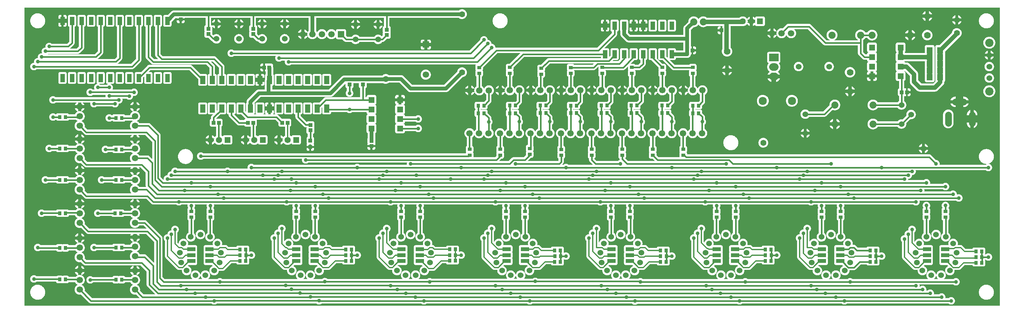
<source format=gtl>
G04 ---------------------------- Layer name :TOP LAYER*
G04 EasyEDA v5.8.20, Sun, 02 Dec 2018 16:16:23 GMT*
G04 d22fb70d7412471b8286d7b1cf1715de*
G04 Gerber Generator version 0.2*
G04 Scale: 100 percent, Rotated: No, Reflected: No *
G04 Dimensions in millimeters *
G04 leading zeros omitted , absolute positions ,3 integer and 3 decimal *
%FSLAX33Y33*%
%MOMM*%
G90*
G71D02*

%ADD11C,0.399999*%
%ADD12C,0.299999*%
%ADD13C,1.199998*%
%ADD14C,0.999998*%
%ADD15C,1.599997*%
%ADD16R,1.099998X0.999998*%
%ADD17R,0.999998X1.099998*%
%ADD18R,1.600200X1.800860*%
%ADD19R,0.990600X1.092200*%
%ADD20R,0.914400X1.016000*%
%ADD21R,1.016000X0.914400*%
%ADD22R,2.199996X1.099998*%
%ADD23C,1.612900*%
%ADD24R,1.612900X1.612900*%
%ADD25C,1.879600*%
%ADD26R,1.699997X1.699997*%
%ADD27C,1.699997*%
%ADD28C,1.524000*%
%ADD29C,1.778000*%
%ADD30C,2.199996*%
%ADD31R,1.600200X1.600200*%
%ADD32R,1.211580X2.181860*%
%ADD33R,1.399540X2.199640*%
%ADD34R,1.524000X1.524000*%
%ADD35C,1.651000*%
%ADD36C,1.905000*%
%ADD37C,2.159000*%
%ADD38R,2.499995X1.999996*%
%ADD39C,1.799996*%
%ADD40C,1.999996*%

%LPD*%
G36*
G01X260095Y254D02*
G01X254Y254D01*
G01X254Y79755D01*
G01X260095Y79755D01*
G01X260095Y254D01*
G37*

%LPC*%
G36*
G01X162786Y460D02*
G01X162886Y453D01*
G01X162985Y455D01*
G01X163085Y468D01*
G01X163182Y490D01*
G01X163277Y522D01*
G01X163368Y563D01*
G01X163454Y613D01*
G01X163536Y671D01*
G01X163611Y737D01*
G01X163626Y754D01*
G01X190113Y754D01*
G01X190168Y710D01*
G01X190252Y655D01*
G01X190341Y610D01*
G01X190434Y573D01*
G01X190530Y546D01*
G01X190629Y529D01*
G01X190728Y521D01*
G01X190828Y524D01*
G01X190927Y536D01*
G01X191025Y559D01*
G01X191119Y590D01*
G01X191211Y632D01*
G01X191297Y681D01*
G01X191378Y740D01*
G01X191453Y806D01*
G01X191468Y822D01*
G01X217978Y822D01*
G01X218030Y772D01*
G01X218108Y710D01*
G01X218192Y655D01*
G01X218281Y610D01*
G01X218374Y573D01*
G01X218470Y546D01*
G01X218568Y529D01*
G01X218668Y521D01*
G01X218768Y524D01*
G01X218867Y536D01*
G01X218964Y559D01*
G01X219059Y590D01*
G01X219150Y632D01*
G01X219237Y681D01*
G01X219318Y740D01*
G01X219393Y806D01*
G01X219408Y822D01*
G01X246426Y822D01*
G01X246478Y772D01*
G01X246556Y710D01*
G01X246640Y655D01*
G01X246729Y610D01*
G01X246822Y573D01*
G01X246918Y546D01*
G01X247016Y529D01*
G01X247116Y521D01*
G01X247216Y524D01*
G01X247315Y536D01*
G01X247412Y559D01*
G01X247507Y590D01*
G01X247598Y632D01*
G01X247685Y681D01*
G01X247766Y740D01*
G01X247841Y806D01*
G01X247909Y879D01*
G01X247969Y959D01*
G01X248021Y1044D01*
G01X248065Y1134D01*
G01X248099Y1228D01*
G01X248124Y1325D01*
G01X248139Y1424D01*
G01X248144Y1524D01*
G01X248139Y1623D01*
G01X248124Y1722D01*
G01X248099Y1819D01*
G01X248065Y1913D01*
G01X248021Y2003D01*
G01X247969Y2088D01*
G01X247909Y2168D01*
G01X247841Y2241D01*
G01X247766Y2307D01*
G01X247685Y2366D01*
G01X247598Y2416D01*
G01X247507Y2457D01*
G01X247412Y2489D01*
G01X247315Y2511D01*
G01X247216Y2523D01*
G01X247116Y2526D01*
G01X247016Y2518D01*
G01X246918Y2501D01*
G01X246822Y2474D01*
G01X246729Y2437D01*
G01X246640Y2392D01*
G01X246556Y2338D01*
G01X246478Y2275D01*
G01X246423Y2222D01*
G01X245551Y2222D01*
G01X245559Y2244D01*
G01X245584Y2341D01*
G01X245599Y2440D01*
G01X245604Y2540D01*
G01X245599Y2639D01*
G01X245584Y2738D01*
G01X245559Y2835D01*
G01X245525Y2929D01*
G01X245481Y3019D01*
G01X245429Y3104D01*
G01X245369Y3184D01*
G01X245301Y3257D01*
G01X245226Y3323D01*
G01X245145Y3382D01*
G01X245058Y3432D01*
G01X244967Y3473D01*
G01X244872Y3505D01*
G01X244775Y3527D01*
G01X244676Y3539D01*
G01X244576Y3542D01*
G01X244476Y3534D01*
G01X244378Y3517D01*
G01X244282Y3490D01*
G01X244189Y3453D01*
G01X244100Y3408D01*
G01X244016Y3354D01*
G01X243938Y3291D01*
G01X243883Y3238D01*
G01X242503Y3238D01*
G01X242511Y3260D01*
G01X242536Y3357D01*
G01X242551Y3456D01*
G01X242556Y3556D01*
G01X242551Y3655D01*
G01X242536Y3754D01*
G01X242511Y3851D01*
G01X242477Y3945D01*
G01X242433Y4035D01*
G01X242381Y4120D01*
G01X242321Y4200D01*
G01X242253Y4273D01*
G01X242178Y4339D01*
G01X242097Y4398D01*
G01X242010Y4448D01*
G01X241919Y4489D01*
G01X241824Y4521D01*
G01X241727Y4543D01*
G01X241628Y4555D01*
G01X241528Y4558D01*
G01X241428Y4550D01*
G01X241330Y4533D01*
G01X241234Y4506D01*
G01X241141Y4469D01*
G01X241052Y4424D01*
G01X240968Y4370D01*
G01X240890Y4307D01*
G01X240835Y4254D01*
G01X240471Y4254D01*
G01X240479Y4276D01*
G01X240504Y4373D01*
G01X240519Y4472D01*
G01X240524Y4572D01*
G01X240519Y4671D01*
G01X240504Y4770D01*
G01X240479Y4867D01*
G01X240445Y4961D01*
G01X240401Y5051D01*
G01X240349Y5136D01*
G01X240289Y5216D01*
G01X240221Y5289D01*
G01X240146Y5355D01*
G01X240065Y5414D01*
G01X239978Y5464D01*
G01X239887Y5505D01*
G01X239792Y5537D01*
G01X239695Y5559D01*
G01X239596Y5571D01*
G01X239496Y5574D01*
G01X239396Y5566D01*
G01X239298Y5549D01*
G01X239202Y5522D01*
G01X239109Y5485D01*
G01X239020Y5440D01*
G01X238936Y5386D01*
G01X238858Y5323D01*
G01X238803Y5270D01*
G01X238693Y5270D01*
G01X238701Y5292D01*
G01X238726Y5389D01*
G01X238741Y5488D01*
G01X238746Y5588D01*
G01X238741Y5687D01*
G01X238726Y5786D01*
G01X238701Y5883D01*
G01X238694Y5902D01*
G01X247696Y5902D01*
G01X247748Y5852D01*
G01X247826Y5790D01*
G01X247910Y5735D01*
G01X247999Y5690D01*
G01X248092Y5653D01*
G01X248188Y5626D01*
G01X248286Y5609D01*
G01X248386Y5601D01*
G01X248486Y5604D01*
G01X248585Y5616D01*
G01X248682Y5639D01*
G01X248777Y5670D01*
G01X248868Y5712D01*
G01X248955Y5761D01*
G01X249036Y5820D01*
G01X249111Y5886D01*
G01X249179Y5959D01*
G01X249239Y6039D01*
G01X249291Y6124D01*
G01X249335Y6214D01*
G01X249369Y6308D01*
G01X249394Y6405D01*
G01X249409Y6504D01*
G01X249414Y6604D01*
G01X249409Y6703D01*
G01X249394Y6802D01*
G01X249369Y6899D01*
G01X249335Y6993D01*
G01X249291Y7083D01*
G01X249239Y7168D01*
G01X249179Y7248D01*
G01X249111Y7321D01*
G01X249036Y7387D01*
G01X248955Y7446D01*
G01X248868Y7496D01*
G01X248777Y7537D01*
G01X248682Y7569D01*
G01X248585Y7591D01*
G01X248486Y7603D01*
G01X248386Y7606D01*
G01X248286Y7598D01*
G01X248188Y7581D01*
G01X248092Y7554D01*
G01X247999Y7517D01*
G01X247910Y7472D01*
G01X247826Y7418D01*
G01X247748Y7355D01*
G01X247693Y7302D01*
G01X245132Y7302D01*
G01X245148Y7311D01*
G01X245250Y7385D01*
G01X245345Y7468D01*
G01X245430Y7561D01*
G01X245507Y7661D01*
G01X245572Y7769D01*
G01X245627Y7882D01*
G01X245670Y8001D01*
G01X245701Y8123D01*
G01X245720Y8248D01*
G01X245726Y8373D01*
G01X245720Y8499D01*
G01X245701Y8624D01*
G01X245670Y8746D01*
G01X245627Y8865D01*
G01X245572Y8978D01*
G01X245507Y9086D01*
G01X245430Y9186D01*
G01X245345Y9279D01*
G01X245250Y9362D01*
G01X245148Y9436D01*
G01X245039Y9499D01*
G01X244924Y9551D01*
G01X244804Y9591D01*
G01X244681Y9619D01*
G01X244556Y9635D01*
G01X244430Y9638D01*
G01X244305Y9628D01*
G01X244180Y9606D01*
G01X244059Y9572D01*
G01X243942Y9526D01*
G01X243829Y9469D01*
G01X243724Y9400D01*
G01X243625Y9322D01*
G01X243535Y9234D01*
G01X243454Y9137D01*
G01X243383Y9033D01*
G01X243322Y8922D01*
G01X243273Y8806D01*
G01X243236Y8686D01*
G01X243211Y8562D01*
G01X243199Y8437D01*
G01X243199Y8310D01*
G01X243211Y8185D01*
G01X243236Y8061D01*
G01X243273Y7941D01*
G01X243322Y7825D01*
G01X243383Y7714D01*
G01X243454Y7610D01*
G01X243535Y7513D01*
G01X243625Y7425D01*
G01X243724Y7347D01*
G01X243792Y7302D01*
G01X242491Y7302D01*
G01X242506Y7311D01*
G01X242609Y7385D01*
G01X242703Y7468D01*
G01X242789Y7561D01*
G01X242865Y7661D01*
G01X242931Y7769D01*
G01X242985Y7882D01*
G01X243029Y8001D01*
G01X243060Y8123D01*
G01X243078Y8248D01*
G01X243085Y8373D01*
G01X243078Y8499D01*
G01X243060Y8624D01*
G01X243029Y8746D01*
G01X242985Y8865D01*
G01X242931Y8978D01*
G01X242865Y9086D01*
G01X242789Y9186D01*
G01X242703Y9279D01*
G01X242609Y9362D01*
G01X242506Y9436D01*
G01X242397Y9499D01*
G01X242282Y9551D01*
G01X242163Y9591D01*
G01X242040Y9619D01*
G01X241915Y9635D01*
G01X241789Y9638D01*
G01X241663Y9628D01*
G01X241539Y9606D01*
G01X241417Y9572D01*
G01X241300Y9526D01*
G01X241188Y9469D01*
G01X241082Y9400D01*
G01X240983Y9322D01*
G01X240893Y9234D01*
G01X240812Y9137D01*
G01X240741Y9033D01*
G01X240681Y8922D01*
G01X240632Y8806D01*
G01X240595Y8686D01*
G01X240570Y8562D01*
G01X240557Y8437D01*
G01X240557Y8310D01*
G01X240570Y8185D01*
G01X240595Y8061D01*
G01X240632Y7941D01*
G01X240681Y7825D01*
G01X240741Y7714D01*
G01X240812Y7610D01*
G01X240893Y7513D01*
G01X240983Y7425D01*
G01X241082Y7347D01*
G01X241151Y7302D01*
G01X220935Y7302D01*
G01X220919Y7320D01*
G01X220844Y7386D01*
G01X220763Y7444D01*
G01X220676Y7494D01*
G01X220585Y7535D01*
G01X220491Y7567D01*
G01X220393Y7589D01*
G01X220294Y7602D01*
G01X220194Y7604D01*
G01X220094Y7597D01*
G01X219996Y7579D01*
G01X219900Y7552D01*
G01X219807Y7516D01*
G01X219718Y7470D01*
G01X219634Y7416D01*
G01X219556Y7354D01*
G01X219503Y7302D01*
G01X217133Y7302D01*
G01X217148Y7311D01*
G01X217250Y7385D01*
G01X217345Y7468D01*
G01X217431Y7561D01*
G01X217507Y7661D01*
G01X217572Y7769D01*
G01X217627Y7882D01*
G01X217670Y8001D01*
G01X217701Y8123D01*
G01X217720Y8248D01*
G01X217726Y8373D01*
G01X217720Y8499D01*
G01X217701Y8624D01*
G01X217670Y8746D01*
G01X217627Y8865D01*
G01X217572Y8978D01*
G01X217507Y9086D01*
G01X217431Y9186D01*
G01X217345Y9279D01*
G01X217250Y9362D01*
G01X217148Y9436D01*
G01X217039Y9499D01*
G01X216924Y9551D01*
G01X216804Y9591D01*
G01X216681Y9619D01*
G01X216556Y9635D01*
G01X216430Y9638D01*
G01X216305Y9628D01*
G01X216180Y9606D01*
G01X216059Y9572D01*
G01X215942Y9526D01*
G01X215830Y9469D01*
G01X215724Y9400D01*
G01X215625Y9322D01*
G01X215535Y9234D01*
G01X215454Y9137D01*
G01X215383Y9033D01*
G01X215323Y8922D01*
G01X215274Y8806D01*
G01X215236Y8686D01*
G01X215211Y8562D01*
G01X215199Y8437D01*
G01X215199Y8310D01*
G01X215211Y8185D01*
G01X215236Y8061D01*
G01X215274Y7941D01*
G01X215323Y7825D01*
G01X215383Y7714D01*
G01X215454Y7610D01*
G01X215535Y7513D01*
G01X215625Y7425D01*
G01X215724Y7347D01*
G01X215792Y7302D01*
G01X214491Y7302D01*
G01X214506Y7311D01*
G01X214609Y7385D01*
G01X214703Y7468D01*
G01X214789Y7561D01*
G01X214865Y7661D01*
G01X214931Y7769D01*
G01X214985Y7882D01*
G01X215029Y8001D01*
G01X215060Y8123D01*
G01X215078Y8248D01*
G01X215085Y8373D01*
G01X215078Y8499D01*
G01X215060Y8624D01*
G01X215029Y8746D01*
G01X214985Y8865D01*
G01X214931Y8978D01*
G01X214865Y9086D01*
G01X214789Y9186D01*
G01X214703Y9279D01*
G01X214609Y9362D01*
G01X214506Y9436D01*
G01X214397Y9499D01*
G01X214282Y9551D01*
G01X214163Y9591D01*
G01X214040Y9619D01*
G01X213915Y9635D01*
G01X213789Y9638D01*
G01X213663Y9628D01*
G01X213539Y9606D01*
G01X213417Y9572D01*
G01X213300Y9526D01*
G01X213188Y9469D01*
G01X213082Y9400D01*
G01X212984Y9322D01*
G01X212893Y9234D01*
G01X212812Y9137D01*
G01X212741Y9033D01*
G01X212681Y8922D01*
G01X212632Y8806D01*
G01X212595Y8686D01*
G01X212570Y8562D01*
G01X212557Y8437D01*
G01X212557Y8310D01*
G01X212570Y8185D01*
G01X212595Y8061D01*
G01X212632Y7941D01*
G01X212681Y7825D01*
G01X212741Y7714D01*
G01X212812Y7610D01*
G01X212893Y7513D01*
G01X212984Y7425D01*
G01X213082Y7347D01*
G01X213151Y7302D01*
G01X192995Y7302D01*
G01X192977Y7321D01*
G01X192902Y7387D01*
G01X192821Y7446D01*
G01X192735Y7496D01*
G01X192643Y7537D01*
G01X192549Y7569D01*
G01X192451Y7591D01*
G01X192352Y7603D01*
G01X192252Y7606D01*
G01X192153Y7598D01*
G01X192054Y7581D01*
G01X191958Y7554D01*
G01X191865Y7517D01*
G01X191776Y7472D01*
G01X191692Y7418D01*
G01X191614Y7355D01*
G01X191560Y7302D01*
G01X189133Y7302D01*
G01X189148Y7311D01*
G01X189250Y7385D01*
G01X189345Y7468D01*
G01X189431Y7561D01*
G01X189507Y7661D01*
G01X189572Y7769D01*
G01X189627Y7882D01*
G01X189670Y8001D01*
G01X189701Y8123D01*
G01X189720Y8248D01*
G01X189726Y8373D01*
G01X189720Y8499D01*
G01X189701Y8624D01*
G01X189670Y8746D01*
G01X189627Y8865D01*
G01X189572Y8978D01*
G01X189507Y9086D01*
G01X189431Y9186D01*
G01X189345Y9279D01*
G01X189250Y9362D01*
G01X189148Y9436D01*
G01X189039Y9499D01*
G01X188924Y9551D01*
G01X188804Y9591D01*
G01X188681Y9619D01*
G01X188556Y9635D01*
G01X188430Y9638D01*
G01X188305Y9628D01*
G01X188181Y9606D01*
G01X188059Y9572D01*
G01X187942Y9526D01*
G01X187830Y9469D01*
G01X187724Y9400D01*
G01X187625Y9322D01*
G01X187535Y9234D01*
G01X187454Y9137D01*
G01X187383Y9033D01*
G01X187323Y8922D01*
G01X187274Y8806D01*
G01X187236Y8686D01*
G01X187211Y8562D01*
G01X187199Y8437D01*
G01X187199Y8310D01*
G01X187211Y8185D01*
G01X187236Y8061D01*
G01X187274Y7941D01*
G01X187323Y7825D01*
G01X187383Y7714D01*
G01X187454Y7610D01*
G01X187535Y7513D01*
G01X187625Y7425D01*
G01X187724Y7347D01*
G01X187792Y7302D01*
G01X186491Y7302D01*
G01X186506Y7311D01*
G01X186609Y7385D01*
G01X186703Y7468D01*
G01X186789Y7561D01*
G01X186865Y7661D01*
G01X186931Y7769D01*
G01X186986Y7882D01*
G01X187029Y8001D01*
G01X187060Y8123D01*
G01X187079Y8248D01*
G01X187085Y8373D01*
G01X187079Y8499D01*
G01X187060Y8624D01*
G01X187029Y8746D01*
G01X186986Y8865D01*
G01X186931Y8978D01*
G01X186865Y9086D01*
G01X186789Y9186D01*
G01X186703Y9279D01*
G01X186609Y9362D01*
G01X186506Y9436D01*
G01X186397Y9499D01*
G01X186282Y9551D01*
G01X186163Y9591D01*
G01X186040Y9619D01*
G01X185915Y9635D01*
G01X185789Y9638D01*
G01X185663Y9628D01*
G01X185539Y9606D01*
G01X185418Y9572D01*
G01X185300Y9526D01*
G01X185188Y9469D01*
G01X185082Y9400D01*
G01X184984Y9322D01*
G01X184893Y9234D01*
G01X184812Y9137D01*
G01X184741Y9033D01*
G01X184681Y8922D01*
G01X184632Y8806D01*
G01X184595Y8686D01*
G01X184570Y8562D01*
G01X184557Y8437D01*
G01X184557Y8310D01*
G01X184570Y8185D01*
G01X184595Y8061D01*
G01X184632Y7941D01*
G01X184681Y7825D01*
G01X184741Y7714D01*
G01X184812Y7610D01*
G01X184893Y7513D01*
G01X184984Y7425D01*
G01X185082Y7347D01*
G01X185151Y7302D01*
G01X165055Y7302D01*
G01X165037Y7321D01*
G01X164962Y7387D01*
G01X164881Y7446D01*
G01X164795Y7496D01*
G01X164703Y7537D01*
G01X164609Y7569D01*
G01X164511Y7591D01*
G01X164412Y7603D01*
G01X164312Y7606D01*
G01X164213Y7598D01*
G01X164114Y7581D01*
G01X164018Y7554D01*
G01X163925Y7517D01*
G01X163836Y7472D01*
G01X163752Y7418D01*
G01X163725Y7396D01*
G01X161263Y7396D01*
G01X161345Y7468D01*
G01X161431Y7561D01*
G01X161507Y7661D01*
G01X161572Y7769D01*
G01X161627Y7882D01*
G01X161670Y8001D01*
G01X161701Y8123D01*
G01X161720Y8248D01*
G01X161726Y8373D01*
G01X161720Y8499D01*
G01X161701Y8624D01*
G01X161670Y8746D01*
G01X161627Y8865D01*
G01X161572Y8978D01*
G01X161507Y9086D01*
G01X161431Y9186D01*
G01X161345Y9279D01*
G01X161250Y9362D01*
G01X161148Y9436D01*
G01X161039Y9499D01*
G01X160924Y9551D01*
G01X160804Y9591D01*
G01X160682Y9619D01*
G01X160556Y9635D01*
G01X160430Y9638D01*
G01X160305Y9628D01*
G01X160181Y9606D01*
G01X160059Y9572D01*
G01X159942Y9526D01*
G01X159830Y9469D01*
G01X159724Y9400D01*
G01X159625Y9322D01*
G01X159535Y9234D01*
G01X159454Y9137D01*
G01X159383Y9033D01*
G01X159323Y8922D01*
G01X159274Y8806D01*
G01X159236Y8686D01*
G01X159212Y8562D01*
G01X159199Y8437D01*
G01X159199Y8310D01*
G01X159212Y8185D01*
G01X159236Y8061D01*
G01X159274Y7941D01*
G01X159323Y7825D01*
G01X159383Y7714D01*
G01X159454Y7610D01*
G01X159535Y7513D01*
G01X159625Y7425D01*
G01X159662Y7396D01*
G01X158622Y7396D01*
G01X158703Y7468D01*
G01X158789Y7561D01*
G01X158865Y7661D01*
G01X158931Y7769D01*
G01X158986Y7882D01*
G01X159029Y8001D01*
G01X159060Y8123D01*
G01X159079Y8248D01*
G01X159085Y8373D01*
G01X159079Y8499D01*
G01X159060Y8624D01*
G01X159029Y8746D01*
G01X158986Y8865D01*
G01X158931Y8978D01*
G01X158865Y9086D01*
G01X158789Y9186D01*
G01X158703Y9279D01*
G01X158609Y9362D01*
G01X158506Y9436D01*
G01X158397Y9499D01*
G01X158282Y9551D01*
G01X158163Y9591D01*
G01X158040Y9619D01*
G01X157915Y9635D01*
G01X157789Y9638D01*
G01X157663Y9628D01*
G01X157539Y9606D01*
G01X157418Y9572D01*
G01X157300Y9526D01*
G01X157188Y9469D01*
G01X157082Y9400D01*
G01X156984Y9322D01*
G01X156893Y9234D01*
G01X156812Y9137D01*
G01X156741Y9033D01*
G01X156681Y8922D01*
G01X156632Y8806D01*
G01X156595Y8686D01*
G01X156570Y8562D01*
G01X156557Y8437D01*
G01X156557Y8310D01*
G01X156570Y8185D01*
G01X156595Y8061D01*
G01X156632Y7941D01*
G01X156681Y7825D01*
G01X156741Y7714D01*
G01X156812Y7610D01*
G01X156893Y7513D01*
G01X156984Y7425D01*
G01X157020Y7396D01*
G01X137047Y7396D01*
G01X137029Y7416D01*
G01X136954Y7482D01*
G01X136873Y7540D01*
G01X136787Y7590D01*
G01X136695Y7631D01*
G01X136601Y7663D01*
G01X136503Y7685D01*
G01X136404Y7698D01*
G01X136304Y7700D01*
G01X136204Y7693D01*
G01X136106Y7676D01*
G01X136010Y7648D01*
G01X135917Y7612D01*
G01X135828Y7566D01*
G01X135744Y7512D01*
G01X135666Y7450D01*
G01X135611Y7396D01*
G01X133263Y7396D01*
G01X133345Y7468D01*
G01X133431Y7561D01*
G01X133507Y7661D01*
G01X133573Y7769D01*
G01X133627Y7882D01*
G01X133670Y8001D01*
G01X133701Y8123D01*
G01X133720Y8248D01*
G01X133727Y8373D01*
G01X133720Y8499D01*
G01X133701Y8624D01*
G01X133670Y8746D01*
G01X133627Y8865D01*
G01X133573Y8978D01*
G01X133507Y9086D01*
G01X133431Y9186D01*
G01X133345Y9279D01*
G01X133250Y9362D01*
G01X133148Y9436D01*
G01X133039Y9499D01*
G01X132924Y9551D01*
G01X132804Y9591D01*
G01X132682Y9619D01*
G01X132556Y9635D01*
G01X132430Y9638D01*
G01X132305Y9628D01*
G01X132181Y9606D01*
G01X132059Y9572D01*
G01X131942Y9526D01*
G01X131830Y9469D01*
G01X131724Y9400D01*
G01X131625Y9322D01*
G01X131535Y9234D01*
G01X131454Y9137D01*
G01X131383Y9033D01*
G01X131323Y8922D01*
G01X131274Y8806D01*
G01X131237Y8686D01*
G01X131212Y8562D01*
G01X131199Y8437D01*
G01X131199Y8310D01*
G01X131212Y8185D01*
G01X131237Y8061D01*
G01X131274Y7941D01*
G01X131323Y7825D01*
G01X131383Y7714D01*
G01X131454Y7610D01*
G01X131535Y7513D01*
G01X131625Y7425D01*
G01X131662Y7396D01*
G01X130622Y7396D01*
G01X130703Y7468D01*
G01X130789Y7561D01*
G01X130865Y7661D01*
G01X130931Y7769D01*
G01X130986Y7882D01*
G01X131029Y8001D01*
G01X131060Y8123D01*
G01X131079Y8248D01*
G01X131085Y8373D01*
G01X131079Y8499D01*
G01X131060Y8624D01*
G01X131029Y8746D01*
G01X130986Y8865D01*
G01X130931Y8978D01*
G01X130865Y9086D01*
G01X130789Y9186D01*
G01X130703Y9279D01*
G01X130609Y9362D01*
G01X130506Y9436D01*
G01X130397Y9499D01*
G01X130282Y9551D01*
G01X130163Y9591D01*
G01X130040Y9619D01*
G01X129915Y9635D01*
G01X129789Y9638D01*
G01X129663Y9628D01*
G01X129539Y9606D01*
G01X129418Y9572D01*
G01X129300Y9526D01*
G01X129188Y9469D01*
G01X129082Y9400D01*
G01X128984Y9322D01*
G01X128893Y9234D01*
G01X128812Y9137D01*
G01X128741Y9033D01*
G01X128681Y8922D01*
G01X128632Y8806D01*
G01X128595Y8686D01*
G01X128570Y8562D01*
G01X128557Y8437D01*
G01X128557Y8310D01*
G01X128570Y8185D01*
G01X128595Y8061D01*
G01X128632Y7941D01*
G01X128681Y7825D01*
G01X128741Y7714D01*
G01X128812Y7610D01*
G01X128893Y7513D01*
G01X128984Y7425D01*
G01X129020Y7396D01*
G01X108816Y7396D01*
G01X108745Y7447D01*
G01X108659Y7497D01*
G01X108567Y7538D01*
G01X108473Y7570D01*
G01X108375Y7592D01*
G01X108276Y7605D01*
G01X108176Y7607D01*
G01X108077Y7600D01*
G01X107978Y7583D01*
G01X107882Y7555D01*
G01X107789Y7519D01*
G01X107700Y7473D01*
G01X107616Y7419D01*
G01X107538Y7357D01*
G01X107505Y7325D01*
G01X105168Y7325D01*
G01X105250Y7385D01*
G01X105345Y7468D01*
G01X105431Y7561D01*
G01X105507Y7661D01*
G01X105573Y7769D01*
G01X105627Y7882D01*
G01X105670Y8001D01*
G01X105702Y8123D01*
G01X105720Y8248D01*
G01X105727Y8373D01*
G01X105720Y8499D01*
G01X105702Y8624D01*
G01X105670Y8746D01*
G01X105627Y8865D01*
G01X105573Y8978D01*
G01X105507Y9086D01*
G01X105431Y9186D01*
G01X105345Y9279D01*
G01X105250Y9362D01*
G01X105148Y9436D01*
G01X105039Y9499D01*
G01X104924Y9551D01*
G01X104805Y9591D01*
G01X104682Y9619D01*
G01X104557Y9635D01*
G01X104431Y9638D01*
G01X104305Y9628D01*
G01X104181Y9606D01*
G01X104059Y9572D01*
G01X103942Y9526D01*
G01X103830Y9469D01*
G01X103724Y9400D01*
G01X103625Y9322D01*
G01X103535Y9234D01*
G01X103454Y9137D01*
G01X103383Y9033D01*
G01X103323Y8922D01*
G01X103274Y8806D01*
G01X103237Y8686D01*
G01X103212Y8562D01*
G01X103199Y8437D01*
G01X103199Y8310D01*
G01X103212Y8185D01*
G01X103237Y8061D01*
G01X103274Y7941D01*
G01X103323Y7825D01*
G01X103383Y7714D01*
G01X103454Y7610D01*
G01X103535Y7513D01*
G01X103625Y7425D01*
G01X103724Y7347D01*
G01X103757Y7325D01*
G01X102526Y7325D01*
G01X102609Y7385D01*
G01X102703Y7468D01*
G01X102789Y7561D01*
G01X102865Y7661D01*
G01X102931Y7769D01*
G01X102986Y7882D01*
G01X103029Y8001D01*
G01X103060Y8123D01*
G01X103079Y8248D01*
G01X103085Y8373D01*
G01X103079Y8499D01*
G01X103060Y8624D01*
G01X103029Y8746D01*
G01X102986Y8865D01*
G01X102931Y8978D01*
G01X102865Y9086D01*
G01X102789Y9186D01*
G01X102703Y9279D01*
G01X102609Y9362D01*
G01X102507Y9436D01*
G01X102397Y9499D01*
G01X102282Y9551D01*
G01X102163Y9591D01*
G01X102040Y9619D01*
G01X101915Y9635D01*
G01X101789Y9638D01*
G01X101663Y9628D01*
G01X101539Y9606D01*
G01X101418Y9572D01*
G01X101300Y9526D01*
G01X101188Y9469D01*
G01X101082Y9400D01*
G01X100984Y9322D01*
G01X100893Y9234D01*
G01X100812Y9137D01*
G01X100741Y9033D01*
G01X100681Y8922D01*
G01X100632Y8806D01*
G01X100595Y8686D01*
G01X100570Y8562D01*
G01X100557Y8437D01*
G01X100557Y8310D01*
G01X100570Y8185D01*
G01X100595Y8061D01*
G01X100632Y7941D01*
G01X100681Y7825D01*
G01X100741Y7714D01*
G01X100812Y7610D01*
G01X100893Y7513D01*
G01X100984Y7425D01*
G01X101082Y7347D01*
G01X101116Y7325D01*
G01X81016Y7325D01*
G01X80997Y7345D01*
G01X80922Y7411D01*
G01X80841Y7470D01*
G01X80755Y7520D01*
G01X80664Y7561D01*
G01X80569Y7593D01*
G01X80471Y7615D01*
G01X80372Y7627D01*
G01X80272Y7630D01*
G01X80173Y7622D01*
G01X80074Y7605D01*
G01X79978Y7578D01*
G01X79885Y7541D01*
G01X79796Y7496D01*
G01X79712Y7441D01*
G01X79634Y7379D01*
G01X79562Y7309D01*
G01X79556Y7302D01*
G01X77133Y7302D01*
G01X77148Y7311D01*
G01X77251Y7385D01*
G01X77345Y7468D01*
G01X77431Y7561D01*
G01X77507Y7661D01*
G01X77573Y7769D01*
G01X77627Y7882D01*
G01X77670Y8001D01*
G01X77702Y8123D01*
G01X77720Y8248D01*
G01X77727Y8373D01*
G01X77720Y8499D01*
G01X77702Y8624D01*
G01X77670Y8746D01*
G01X77627Y8865D01*
G01X77573Y8978D01*
G01X77507Y9086D01*
G01X77431Y9186D01*
G01X77345Y9279D01*
G01X77251Y9362D01*
G01X77148Y9436D01*
G01X77039Y9499D01*
G01X76924Y9551D01*
G01X76805Y9591D01*
G01X76682Y9619D01*
G01X76557Y9635D01*
G01X76431Y9638D01*
G01X76305Y9628D01*
G01X76181Y9606D01*
G01X76059Y9572D01*
G01X75942Y9526D01*
G01X75830Y9469D01*
G01X75724Y9400D01*
G01X75625Y9322D01*
G01X75535Y9234D01*
G01X75454Y9137D01*
G01X75383Y9033D01*
G01X75323Y8922D01*
G01X75274Y8806D01*
G01X75237Y8686D01*
G01X75212Y8562D01*
G01X75199Y8437D01*
G01X75199Y8310D01*
G01X75212Y8185D01*
G01X75237Y8061D01*
G01X75274Y7941D01*
G01X75323Y7825D01*
G01X75383Y7714D01*
G01X75454Y7610D01*
G01X75535Y7513D01*
G01X75625Y7425D01*
G01X75724Y7347D01*
G01X75793Y7302D01*
G01X74491Y7302D01*
G01X74507Y7311D01*
G01X74609Y7385D01*
G01X74703Y7468D01*
G01X74789Y7561D01*
G01X74865Y7661D01*
G01X74931Y7769D01*
G01X74986Y7882D01*
G01X75029Y8001D01*
G01X75060Y8123D01*
G01X75079Y8248D01*
G01X75085Y8373D01*
G01X75079Y8499D01*
G01X75060Y8624D01*
G01X75029Y8746D01*
G01X74986Y8865D01*
G01X74931Y8978D01*
G01X74865Y9086D01*
G01X74789Y9186D01*
G01X74703Y9279D01*
G01X74609Y9362D01*
G01X74507Y9436D01*
G01X74397Y9499D01*
G01X74283Y9551D01*
G01X74163Y9591D01*
G01X74040Y9619D01*
G01X73915Y9635D01*
G01X73789Y9638D01*
G01X73663Y9628D01*
G01X73539Y9606D01*
G01X73418Y9572D01*
G01X73300Y9526D01*
G01X73188Y9469D01*
G01X73082Y9400D01*
G01X72984Y9322D01*
G01X72894Y9234D01*
G01X72813Y9137D01*
G01X72741Y9033D01*
G01X72681Y8922D01*
G01X72632Y8806D01*
G01X72595Y8686D01*
G01X72570Y8562D01*
G01X72558Y8437D01*
G01X72558Y8310D01*
G01X72570Y8185D01*
G01X72595Y8061D01*
G01X72632Y7941D01*
G01X72681Y7825D01*
G01X72741Y7714D01*
G01X72813Y7610D01*
G01X72894Y7513D01*
G01X72984Y7425D01*
G01X73082Y7347D01*
G01X73151Y7302D01*
G01X53041Y7302D01*
G01X53023Y7321D01*
G01X52949Y7387D01*
G01X52867Y7446D01*
G01X52781Y7496D01*
G01X52690Y7537D01*
G01X52595Y7569D01*
G01X52498Y7591D01*
G01X52398Y7603D01*
G01X52298Y7606D01*
G01X52199Y7598D01*
G01X52100Y7581D01*
G01X52004Y7554D01*
G01X51911Y7517D01*
G01X51822Y7472D01*
G01X51738Y7418D01*
G01X51660Y7355D01*
G01X51608Y7305D01*
G01X49137Y7305D01*
G01X49148Y7311D01*
G01X49251Y7385D01*
G01X49345Y7468D01*
G01X49431Y7561D01*
G01X49507Y7661D01*
G01X49573Y7769D01*
G01X49627Y7882D01*
G01X49671Y8001D01*
G01X49702Y8123D01*
G01X49720Y8248D01*
G01X49727Y8373D01*
G01X49720Y8499D01*
G01X49702Y8624D01*
G01X49671Y8746D01*
G01X49627Y8865D01*
G01X49573Y8978D01*
G01X49507Y9086D01*
G01X49431Y9186D01*
G01X49345Y9279D01*
G01X49251Y9362D01*
G01X49148Y9436D01*
G01X49039Y9499D01*
G01X48924Y9551D01*
G01X48805Y9591D01*
G01X48682Y9619D01*
G01X48557Y9635D01*
G01X48431Y9638D01*
G01X48305Y9628D01*
G01X48181Y9606D01*
G01X48059Y9572D01*
G01X47942Y9526D01*
G01X47830Y9469D01*
G01X47724Y9400D01*
G01X47625Y9322D01*
G01X47535Y9234D01*
G01X47454Y9137D01*
G01X47383Y9033D01*
G01X47323Y8922D01*
G01X47274Y8806D01*
G01X47237Y8686D01*
G01X47212Y8562D01*
G01X47199Y8437D01*
G01X47199Y8310D01*
G01X47212Y8185D01*
G01X47237Y8061D01*
G01X47274Y7941D01*
G01X47323Y7825D01*
G01X47383Y7714D01*
G01X47454Y7610D01*
G01X47535Y7513D01*
G01X47625Y7425D01*
G01X47724Y7347D01*
G01X47789Y7305D01*
G01X46496Y7305D01*
G01X46507Y7311D01*
G01X46609Y7385D01*
G01X46704Y7468D01*
G01X46789Y7561D01*
G01X46865Y7661D01*
G01X46931Y7769D01*
G01X46986Y7882D01*
G01X47029Y8001D01*
G01X47060Y8123D01*
G01X47079Y8248D01*
G01X47085Y8373D01*
G01X47079Y8499D01*
G01X47060Y8624D01*
G01X47029Y8746D01*
G01X46986Y8865D01*
G01X46931Y8978D01*
G01X46865Y9086D01*
G01X46789Y9186D01*
G01X46704Y9279D01*
G01X46609Y9362D01*
G01X46507Y9436D01*
G01X46397Y9499D01*
G01X46283Y9551D01*
G01X46163Y9591D01*
G01X46040Y9619D01*
G01X45915Y9635D01*
G01X45789Y9638D01*
G01X45663Y9628D01*
G01X45539Y9606D01*
G01X45418Y9572D01*
G01X45300Y9526D01*
G01X45188Y9469D01*
G01X45082Y9400D01*
G01X44984Y9322D01*
G01X44894Y9234D01*
G01X44813Y9137D01*
G01X44742Y9033D01*
G01X44681Y8922D01*
G01X44632Y8806D01*
G01X44595Y8686D01*
G01X44570Y8562D01*
G01X44558Y8437D01*
G01X44558Y8310D01*
G01X44570Y8185D01*
G01X44595Y8061D01*
G01X44632Y7941D01*
G01X44681Y7825D01*
G01X44742Y7714D01*
G01X44813Y7610D01*
G01X44894Y7513D01*
G01X44984Y7425D01*
G01X45082Y7347D01*
G01X45147Y7305D01*
G01X37625Y7305D01*
G01X37019Y7911D01*
G01X37019Y18289D01*
G01X37019Y18307D01*
G01X37019Y18324D01*
G01X37017Y18342D01*
G01X37016Y18360D01*
G01X37014Y18377D01*
G01X37011Y18395D01*
G01X37008Y18412D01*
G01X37005Y18430D01*
G01X37001Y18447D01*
G01X36997Y18464D01*
G01X36992Y18481D01*
G01X36987Y18498D01*
G01X36982Y18515D01*
G01X36976Y18532D01*
G01X36970Y18549D01*
G01X36963Y18565D01*
G01X36956Y18581D01*
G01X36948Y18597D01*
G01X36940Y18613D01*
G01X36931Y18629D01*
G01X36923Y18644D01*
G01X36913Y18659D01*
G01X36904Y18674D01*
G01X36894Y18689D01*
G01X36884Y18703D01*
G01X36873Y18717D01*
G01X36862Y18731D01*
G01X36851Y18745D01*
G01X36839Y18758D01*
G01X36827Y18771D01*
G01X36814Y18784D01*
G01X32791Y22807D01*
G01X32778Y22820D01*
G01X32765Y22832D01*
G01X32752Y22843D01*
G01X32738Y22855D01*
G01X32725Y22866D01*
G01X32710Y22876D01*
G01X32696Y22887D01*
G01X32681Y22897D01*
G01X32666Y22906D01*
G01X32651Y22916D01*
G01X32636Y22924D01*
G01X32620Y22933D01*
G01X32604Y22941D01*
G01X32588Y22948D01*
G01X32572Y22956D01*
G01X32556Y22962D01*
G01X32539Y22969D01*
G01X32522Y22975D01*
G01X32506Y22980D01*
G01X32489Y22985D01*
G01X32472Y22990D01*
G01X32454Y22994D01*
G01X32437Y22998D01*
G01X32420Y23001D01*
G01X32402Y23004D01*
G01X32385Y23007D01*
G01X32367Y23009D01*
G01X32349Y23010D01*
G01X32332Y23011D01*
G01X32314Y23012D01*
G01X32296Y23012D01*
G01X30871Y23012D01*
G01X30833Y23075D01*
G01X30752Y23182D01*
G01X30660Y23281D01*
G01X30559Y23370D01*
G01X30449Y23449D01*
G01X30332Y23516D01*
G01X30210Y23572D01*
G01X30177Y23583D01*
G01X30210Y23594D01*
G01X30332Y23649D01*
G01X30449Y23717D01*
G01X30559Y23795D01*
G01X30660Y23885D01*
G01X30752Y23983D01*
G01X30833Y24091D01*
G01X30903Y24206D01*
G01X30962Y24327D01*
G01X31008Y24454D01*
G01X31041Y24585D01*
G01X31061Y24718D01*
G01X31068Y24853D01*
G01X31061Y24987D01*
G01X31041Y25121D01*
G01X31008Y25251D01*
G01X30962Y25378D01*
G01X30903Y25500D01*
G01X30833Y25615D01*
G01X30752Y25722D01*
G01X30660Y25821D01*
G01X30559Y25910D01*
G01X30449Y25989D01*
G01X30332Y26056D01*
G01X30210Y26112D01*
G01X30177Y26123D01*
G01X30210Y26134D01*
G01X30332Y26189D01*
G01X30449Y26257D01*
G01X30559Y26335D01*
G01X30660Y26425D01*
G01X30752Y26523D01*
G01X30833Y26631D01*
G01X30903Y26746D01*
G01X30962Y26867D01*
G01X30998Y26968D01*
G01X30140Y26968D01*
G01X30140Y26135D01*
G01X30082Y26155D01*
G01X29950Y26185D01*
G01X29817Y26202D01*
G01X29682Y26205D01*
G01X29547Y26195D01*
G01X29414Y26171D01*
G01X29290Y26136D01*
G01X29290Y26968D01*
G01X28433Y26968D01*
G01X28444Y26930D01*
G01X28497Y26806D01*
G01X28561Y26688D01*
G01X28637Y26576D01*
G01X28724Y26473D01*
G01X28820Y26379D01*
G01X28926Y26295D01*
G01X29039Y26221D01*
G01X29159Y26160D01*
G01X29254Y26123D01*
G01X29159Y26086D01*
G01X29039Y26024D01*
G01X28926Y25951D01*
G01X28820Y25867D01*
G01X28724Y25773D01*
G01X28637Y25669D01*
G01X28561Y25558D01*
G01X28558Y25552D01*
G01X26843Y25552D01*
G01X26842Y25556D01*
G01X26838Y25569D01*
G01X26832Y25583D01*
G01X26827Y25596D01*
G01X26821Y25610D01*
G01X26815Y25623D01*
G01X26808Y25636D01*
G01X26801Y25648D01*
G01X26793Y25661D01*
G01X26785Y25673D01*
G01X26777Y25685D01*
G01X26769Y25697D01*
G01X26760Y25708D01*
G01X26751Y25720D01*
G01X26741Y25731D01*
G01X26731Y25741D01*
G01X26721Y25752D01*
G01X26711Y25762D01*
G01X26700Y25772D01*
G01X26689Y25781D01*
G01X26678Y25791D01*
G01X26666Y25799D01*
G01X26655Y25808D01*
G01X26642Y25816D01*
G01X26630Y25824D01*
G01X26618Y25831D01*
G01X26605Y25838D01*
G01X26592Y25845D01*
G01X26579Y25852D01*
G01X26566Y25857D01*
G01X26552Y25863D01*
G01X26539Y25868D01*
G01X26525Y25873D01*
G01X26511Y25877D01*
G01X26497Y25881D01*
G01X26483Y25885D01*
G01X26469Y25888D01*
G01X26455Y25891D01*
G01X26440Y25893D01*
G01X26426Y25895D01*
G01X26411Y25896D01*
G01X26397Y25898D01*
G01X26382Y25898D01*
G01X26368Y25898D01*
G01X25453Y25898D01*
G01X25439Y25898D01*
G01X25424Y25898D01*
G01X25410Y25896D01*
G01X25395Y25895D01*
G01X25381Y25893D01*
G01X25367Y25891D01*
G01X25352Y25888D01*
G01X25338Y25885D01*
G01X25324Y25881D01*
G01X25310Y25877D01*
G01X25296Y25873D01*
G01X25282Y25868D01*
G01X25269Y25863D01*
G01X25255Y25857D01*
G01X25242Y25852D01*
G01X25229Y25845D01*
G01X25216Y25838D01*
G01X25203Y25831D01*
G01X25191Y25824D01*
G01X25179Y25816D01*
G01X25167Y25808D01*
G01X25155Y25799D01*
G01X25146Y25793D01*
G01X25137Y25799D01*
G01X25125Y25808D01*
G01X25113Y25816D01*
G01X25101Y25824D01*
G01X25089Y25831D01*
G01X25076Y25838D01*
G01X25063Y25845D01*
G01X25050Y25852D01*
G01X25037Y25857D01*
G01X25023Y25863D01*
G01X25010Y25868D01*
G01X24996Y25873D01*
G01X24982Y25877D01*
G01X24968Y25881D01*
G01X24954Y25885D01*
G01X24940Y25888D01*
G01X24925Y25891D01*
G01X24911Y25893D01*
G01X24897Y25895D01*
G01X24882Y25896D01*
G01X24868Y25898D01*
G01X24853Y25898D01*
G01X24839Y25898D01*
G01X23924Y25898D01*
G01X23910Y25898D01*
G01X23895Y25898D01*
G01X23881Y25896D01*
G01X23866Y25895D01*
G01X23852Y25893D01*
G01X23837Y25891D01*
G01X23823Y25888D01*
G01X23809Y25885D01*
G01X23795Y25881D01*
G01X23781Y25877D01*
G01X23767Y25873D01*
G01X23753Y25868D01*
G01X23740Y25863D01*
G01X23726Y25857D01*
G01X23713Y25852D01*
G01X23700Y25845D01*
G01X23687Y25838D01*
G01X23674Y25831D01*
G01X23662Y25824D01*
G01X23649Y25816D01*
G01X23637Y25808D01*
G01X23626Y25799D01*
G01X23614Y25791D01*
G01X23603Y25781D01*
G01X23592Y25772D01*
G01X23581Y25762D01*
G01X23571Y25752D01*
G01X23561Y25741D01*
G01X23551Y25731D01*
G01X23541Y25720D01*
G01X23532Y25708D01*
G01X23523Y25697D01*
G01X23515Y25685D01*
G01X23506Y25673D01*
G01X23499Y25661D01*
G01X23491Y25648D01*
G01X23484Y25636D01*
G01X23477Y25623D01*
G01X23471Y25610D01*
G01X23465Y25596D01*
G01X23463Y25590D01*
G01X20529Y25590D01*
G01X20514Y25608D01*
G01X20439Y25674D01*
G01X20357Y25732D01*
G01X20271Y25782D01*
G01X20180Y25823D01*
G01X20085Y25855D01*
G01X19988Y25877D01*
G01X19888Y25890D01*
G01X19789Y25892D01*
G01X19689Y25885D01*
G01X19590Y25867D01*
G01X19494Y25840D01*
G01X19401Y25804D01*
G01X19312Y25758D01*
G01X19228Y25704D01*
G01X19150Y25642D01*
G01X19079Y25572D01*
G01X19014Y25495D01*
G01X18958Y25413D01*
G01X18910Y25325D01*
G01X18871Y25233D01*
G01X18842Y25137D01*
G01X18822Y25039D01*
G01X18812Y24940D01*
G01X18812Y24840D01*
G01X18822Y24740D01*
G01X18842Y24642D01*
G01X18871Y24547D01*
G01X18910Y24455D01*
G01X18958Y24367D01*
G01X19014Y24285D01*
G01X19079Y24208D01*
G01X19150Y24138D01*
G01X19228Y24076D01*
G01X19312Y24022D01*
G01X19401Y23976D01*
G01X19494Y23940D01*
G01X19590Y23912D01*
G01X19689Y23895D01*
G01X19789Y23888D01*
G01X19888Y23890D01*
G01X19988Y23903D01*
G01X20085Y23925D01*
G01X20180Y23957D01*
G01X20271Y23998D01*
G01X20357Y24048D01*
G01X20439Y24106D01*
G01X20514Y24172D01*
G01X20530Y24190D01*
G01X23463Y24190D01*
G01X23465Y24184D01*
G01X23471Y24171D01*
G01X23477Y24158D01*
G01X23484Y24145D01*
G01X23491Y24132D01*
G01X23499Y24120D01*
G01X23506Y24108D01*
G01X23515Y24096D01*
G01X23523Y24084D01*
G01X23532Y24072D01*
G01X23541Y24061D01*
G01X23551Y24050D01*
G01X23561Y24039D01*
G01X23571Y24029D01*
G01X23581Y24019D01*
G01X23592Y24009D01*
G01X23603Y23999D01*
G01X23614Y23990D01*
G01X23626Y23981D01*
G01X23637Y23973D01*
G01X23649Y23965D01*
G01X23662Y23957D01*
G01X23674Y23949D01*
G01X23687Y23942D01*
G01X23700Y23936D01*
G01X23713Y23929D01*
G01X23726Y23923D01*
G01X23740Y23918D01*
G01X23753Y23913D01*
G01X23767Y23908D01*
G01X23781Y23903D01*
G01X23795Y23899D01*
G01X23809Y23896D01*
G01X23823Y23893D01*
G01X23837Y23890D01*
G01X23852Y23888D01*
G01X23866Y23886D01*
G01X23881Y23884D01*
G01X23895Y23883D01*
G01X23910Y23883D01*
G01X23924Y23882D01*
G01X24839Y23882D01*
G01X24853Y23883D01*
G01X24868Y23883D01*
G01X24882Y23884D01*
G01X24897Y23886D01*
G01X24911Y23888D01*
G01X24925Y23890D01*
G01X24940Y23893D01*
G01X24954Y23896D01*
G01X24968Y23899D01*
G01X24982Y23903D01*
G01X24996Y23908D01*
G01X25010Y23913D01*
G01X25023Y23918D01*
G01X25037Y23923D01*
G01X25050Y23929D01*
G01X25063Y23936D01*
G01X25076Y23942D01*
G01X25089Y23949D01*
G01X25101Y23957D01*
G01X25113Y23965D01*
G01X25125Y23973D01*
G01X25137Y23981D01*
G01X25146Y23988D01*
G01X25155Y23981D01*
G01X25167Y23973D01*
G01X25179Y23965D01*
G01X25191Y23957D01*
G01X25203Y23949D01*
G01X25216Y23942D01*
G01X25229Y23936D01*
G01X25242Y23929D01*
G01X25255Y23923D01*
G01X25269Y23918D01*
G01X25282Y23913D01*
G01X25296Y23908D01*
G01X25310Y23903D01*
G01X25324Y23899D01*
G01X25338Y23896D01*
G01X25352Y23893D01*
G01X25367Y23890D01*
G01X25381Y23888D01*
G01X25395Y23886D01*
G01X25410Y23884D01*
G01X25424Y23883D01*
G01X25439Y23883D01*
G01X25453Y23882D01*
G01X26368Y23882D01*
G01X26382Y23883D01*
G01X26397Y23883D01*
G01X26411Y23884D01*
G01X26426Y23886D01*
G01X26440Y23888D01*
G01X26455Y23890D01*
G01X26469Y23893D01*
G01X26483Y23896D01*
G01X26497Y23899D01*
G01X26511Y23903D01*
G01X26525Y23908D01*
G01X26539Y23913D01*
G01X26552Y23918D01*
G01X26566Y23923D01*
G01X26579Y23929D01*
G01X26592Y23936D01*
G01X26605Y23942D01*
G01X26618Y23949D01*
G01X26630Y23957D01*
G01X26642Y23965D01*
G01X26655Y23973D01*
G01X26666Y23981D01*
G01X26678Y23990D01*
G01X26689Y23999D01*
G01X26700Y24009D01*
G01X26711Y24019D01*
G01X26721Y24029D01*
G01X26731Y24039D01*
G01X26741Y24050D01*
G01X26751Y24061D01*
G01X26760Y24072D01*
G01X26769Y24084D01*
G01X26777Y24096D01*
G01X26785Y24108D01*
G01X26793Y24120D01*
G01X26801Y24132D01*
G01X26808Y24145D01*
G01X26812Y24152D01*
G01X28559Y24152D01*
G01X28561Y24148D01*
G01X28637Y24036D01*
G01X28724Y23933D01*
G01X28820Y23839D01*
G01X28926Y23755D01*
G01X29039Y23681D01*
G01X29159Y23620D01*
G01X29254Y23583D01*
G01X29159Y23546D01*
G01X29039Y23484D01*
G01X28926Y23411D01*
G01X28820Y23327D01*
G01X28724Y23233D01*
G01X28637Y23129D01*
G01X28561Y23018D01*
G01X28497Y22900D01*
G01X28444Y22775D01*
G01X28405Y22647D01*
G01X28378Y22514D01*
G01X28365Y22380D01*
G01X28365Y22245D01*
G01X28378Y22111D01*
G01X28405Y21979D01*
G01X28444Y21850D01*
G01X28497Y21726D01*
G01X28561Y21608D01*
G01X28637Y21496D01*
G01X28724Y21393D01*
G01X28820Y21299D01*
G01X28926Y21215D01*
G01X29039Y21141D01*
G01X29159Y21080D01*
G01X29285Y21031D01*
G01X29414Y20994D01*
G01X29547Y20971D01*
G01X29682Y20961D01*
G01X29817Y20964D01*
G01X29950Y20981D01*
G01X30082Y21011D01*
G01X30210Y21054D01*
G01X30332Y21109D01*
G01X30449Y21177D01*
G01X30559Y21255D01*
G01X30660Y21345D01*
G01X30752Y21443D01*
G01X30833Y21551D01*
G01X30870Y21612D01*
G01X32006Y21612D01*
G01X32852Y20767D01*
G01X17519Y20767D01*
G01X16298Y21990D01*
G01X16311Y22043D01*
G01X16331Y22177D01*
G01X16338Y22311D01*
G01X16331Y22446D01*
G01X16311Y22579D01*
G01X16278Y22710D01*
G01X16232Y22837D01*
G01X16173Y22958D01*
G01X16103Y23073D01*
G01X16022Y23181D01*
G01X15930Y23279D01*
G01X15829Y23369D01*
G01X15719Y23447D01*
G01X15603Y23515D01*
G01X15480Y23570D01*
G01X15447Y23581D01*
G01X15480Y23592D01*
G01X15603Y23648D01*
G01X15719Y23715D01*
G01X15829Y23794D01*
G01X15930Y23883D01*
G01X16022Y23982D01*
G01X16103Y24089D01*
G01X16173Y24204D01*
G01X16232Y24326D01*
G01X16278Y24453D01*
G01X16311Y24583D01*
G01X16331Y24717D01*
G01X16338Y24851D01*
G01X16331Y24986D01*
G01X16311Y25119D01*
G01X16278Y25250D01*
G01X16232Y25377D01*
G01X16173Y25498D01*
G01X16103Y25613D01*
G01X16022Y25721D01*
G01X15930Y25819D01*
G01X15829Y25909D01*
G01X15719Y25987D01*
G01X15603Y26055D01*
G01X15480Y26110D01*
G01X15447Y26121D01*
G01X15480Y26132D01*
G01X15603Y26188D01*
G01X15719Y26255D01*
G01X15829Y26334D01*
G01X15930Y26423D01*
G01X16022Y26522D01*
G01X16103Y26629D01*
G01X16173Y26744D01*
G01X16232Y26866D01*
G01X16268Y26966D01*
G01X15410Y26966D01*
G01X15410Y26134D01*
G01X15352Y26153D01*
G01X15220Y26183D01*
G01X15087Y26200D01*
G01X14952Y26203D01*
G01X14817Y26193D01*
G01X14685Y26170D01*
G01X14560Y26135D01*
G01X14560Y26966D01*
G01X13703Y26966D01*
G01X13715Y26929D01*
G01X13767Y26804D01*
G01X13831Y26686D01*
G01X13907Y26575D01*
G01X13994Y26471D01*
G01X14091Y26377D01*
G01X14196Y26293D01*
G01X14309Y26220D01*
G01X14429Y26158D01*
G01X14524Y26121D01*
G01X14429Y26084D01*
G01X14309Y26023D01*
G01X14196Y25949D01*
G01X14091Y25865D01*
G01X13994Y25771D01*
G01X13949Y25717D01*
G01X12020Y25717D01*
G01X12016Y25722D01*
G01X12007Y25733D01*
G01X11997Y25744D01*
G01X11987Y25754D01*
G01X11976Y25765D01*
G01X11966Y25774D01*
G01X11955Y25784D01*
G01X11943Y25793D01*
G01X11932Y25802D01*
G01X11920Y25810D01*
G01X11908Y25819D01*
G01X11896Y25826D01*
G01X11883Y25834D01*
G01X11870Y25841D01*
G01X11858Y25848D01*
G01X11844Y25854D01*
G01X11831Y25860D01*
G01X11818Y25866D01*
G01X11804Y25871D01*
G01X11790Y25876D01*
G01X11777Y25880D01*
G01X11763Y25884D01*
G01X11748Y25887D01*
G01X11734Y25891D01*
G01X11720Y25893D01*
G01X11706Y25896D01*
G01X11691Y25898D01*
G01X11677Y25899D01*
G01X11662Y25900D01*
G01X11648Y25901D01*
G01X11633Y25901D01*
G01X10719Y25901D01*
G01X10704Y25901D01*
G01X10690Y25900D01*
G01X10675Y25899D01*
G01X10661Y25898D01*
G01X10646Y25896D01*
G01X10632Y25893D01*
G01X10618Y25891D01*
G01X10603Y25887D01*
G01X10589Y25884D01*
G01X10575Y25880D01*
G01X10562Y25876D01*
G01X10548Y25871D01*
G01X10534Y25866D01*
G01X10521Y25860D01*
G01X10507Y25854D01*
G01X10494Y25848D01*
G01X10481Y25841D01*
G01X10469Y25834D01*
G01X10456Y25826D01*
G01X10444Y25819D01*
G01X10432Y25810D01*
G01X10420Y25802D01*
G01X10411Y25795D01*
G01X10403Y25802D01*
G01X10391Y25810D01*
G01X10379Y25819D01*
G01X10367Y25826D01*
G01X10354Y25834D01*
G01X10341Y25841D01*
G01X10329Y25848D01*
G01X10315Y25854D01*
G01X10302Y25860D01*
G01X10289Y25866D01*
G01X10275Y25871D01*
G01X10261Y25876D01*
G01X10248Y25880D01*
G01X10234Y25884D01*
G01X10219Y25887D01*
G01X10205Y25891D01*
G01X10191Y25893D01*
G01X10177Y25896D01*
G01X10162Y25898D01*
G01X10148Y25899D01*
G01X10133Y25900D01*
G01X10119Y25901D01*
G01X10104Y25901D01*
G01X9190Y25901D01*
G01X9175Y25901D01*
G01X9161Y25900D01*
G01X9146Y25899D01*
G01X9132Y25898D01*
G01X9117Y25896D01*
G01X9103Y25893D01*
G01X9089Y25891D01*
G01X9074Y25887D01*
G01X9060Y25884D01*
G01X9046Y25880D01*
G01X9032Y25876D01*
G01X9019Y25871D01*
G01X9005Y25866D01*
G01X8992Y25860D01*
G01X8978Y25854D01*
G01X8965Y25848D01*
G01X8952Y25841D01*
G01X8940Y25834D01*
G01X8927Y25826D01*
G01X8915Y25819D01*
G01X8903Y25810D01*
G01X8891Y25802D01*
G01X8880Y25793D01*
G01X8868Y25784D01*
G01X8857Y25774D01*
G01X8847Y25765D01*
G01X8836Y25754D01*
G01X8826Y25744D01*
G01X8816Y25733D01*
G01X8807Y25722D01*
G01X8798Y25711D01*
G01X8789Y25699D01*
G01X8780Y25688D01*
G01X8772Y25676D01*
G01X8764Y25663D01*
G01X8757Y25651D01*
G01X8750Y25638D01*
G01X8743Y25625D01*
G01X8737Y25612D01*
G01X8731Y25599D01*
G01X8729Y25595D01*
G01X5538Y25595D01*
G01X5523Y25611D01*
G01X5449Y25677D01*
G01X5367Y25735D01*
G01X5281Y25785D01*
G01X5190Y25826D01*
G01X5095Y25858D01*
G01X4998Y25880D01*
G01X4898Y25893D01*
G01X4798Y25895D01*
G01X4699Y25888D01*
G01X4600Y25871D01*
G01X4504Y25843D01*
G01X4411Y25807D01*
G01X4322Y25761D01*
G01X4238Y25707D01*
G01X4160Y25645D01*
G01X4089Y25575D01*
G01X4024Y25498D01*
G01X3968Y25416D01*
G01X3920Y25328D01*
G01X3881Y25236D01*
G01X3852Y25141D01*
G01X3832Y25043D01*
G01X3822Y24943D01*
G01X3822Y24843D01*
G01X3832Y24744D01*
G01X3852Y24646D01*
G01X3881Y24550D01*
G01X3920Y24458D01*
G01X3968Y24370D01*
G01X4024Y24288D01*
G01X4089Y24211D01*
G01X4160Y24141D01*
G01X4238Y24079D01*
G01X4322Y24025D01*
G01X4411Y23979D01*
G01X4504Y23943D01*
G01X4600Y23916D01*
G01X4699Y23898D01*
G01X4798Y23891D01*
G01X4898Y23893D01*
G01X4998Y23906D01*
G01X5095Y23928D01*
G01X5190Y23960D01*
G01X5281Y24001D01*
G01X5367Y24051D01*
G01X5449Y24109D01*
G01X5523Y24175D01*
G01X5542Y24195D01*
G01X8727Y24195D01*
G01X8731Y24187D01*
G01X8737Y24174D01*
G01X8743Y24160D01*
G01X8750Y24148D01*
G01X8757Y24135D01*
G01X8764Y24122D01*
G01X8772Y24110D01*
G01X8780Y24098D01*
G01X8789Y24086D01*
G01X8798Y24075D01*
G01X8807Y24064D01*
G01X8816Y24052D01*
G01X8826Y24042D01*
G01X8836Y24031D01*
G01X8847Y24021D01*
G01X8857Y24011D01*
G01X8868Y24002D01*
G01X8880Y23993D01*
G01X8891Y23984D01*
G01X8903Y23975D01*
G01X8915Y23967D01*
G01X8927Y23959D01*
G01X8940Y23952D01*
G01X8952Y23945D01*
G01X8965Y23938D01*
G01X8978Y23932D01*
G01X8992Y23926D01*
G01X9005Y23920D01*
G01X9019Y23915D01*
G01X9032Y23910D01*
G01X9046Y23906D01*
G01X9060Y23902D01*
G01X9074Y23898D01*
G01X9089Y23895D01*
G01X9103Y23892D01*
G01X9117Y23890D01*
G01X9132Y23888D01*
G01X9146Y23887D01*
G01X9161Y23886D01*
G01X9175Y23885D01*
G01X9190Y23885D01*
G01X10104Y23885D01*
G01X10119Y23885D01*
G01X10133Y23886D01*
G01X10148Y23887D01*
G01X10162Y23888D01*
G01X10177Y23890D01*
G01X10191Y23892D01*
G01X10205Y23895D01*
G01X10219Y23898D01*
G01X10234Y23902D01*
G01X10248Y23906D01*
G01X10261Y23910D01*
G01X10275Y23915D01*
G01X10289Y23920D01*
G01X10302Y23926D01*
G01X10315Y23932D01*
G01X10329Y23938D01*
G01X10341Y23945D01*
G01X10354Y23952D01*
G01X10367Y23959D01*
G01X10379Y23967D01*
G01X10391Y23975D01*
G01X10403Y23984D01*
G01X10411Y23991D01*
G01X10420Y23984D01*
G01X10432Y23975D01*
G01X10444Y23967D01*
G01X10456Y23959D01*
G01X10469Y23952D01*
G01X10481Y23945D01*
G01X10494Y23938D01*
G01X10507Y23932D01*
G01X10521Y23926D01*
G01X10534Y23920D01*
G01X10548Y23915D01*
G01X10562Y23910D01*
G01X10575Y23906D01*
G01X10589Y23902D01*
G01X10603Y23898D01*
G01X10618Y23895D01*
G01X10632Y23892D01*
G01X10646Y23890D01*
G01X10661Y23888D01*
G01X10675Y23887D01*
G01X10690Y23886D01*
G01X10704Y23885D01*
G01X10719Y23885D01*
G01X11633Y23885D01*
G01X11648Y23885D01*
G01X11662Y23886D01*
G01X11677Y23887D01*
G01X11691Y23888D01*
G01X11706Y23890D01*
G01X11720Y23892D01*
G01X11734Y23895D01*
G01X11748Y23898D01*
G01X11763Y23902D01*
G01X11777Y23906D01*
G01X11790Y23910D01*
G01X11804Y23915D01*
G01X11818Y23920D01*
G01X11831Y23926D01*
G01X11844Y23932D01*
G01X11858Y23938D01*
G01X11870Y23945D01*
G01X11883Y23952D01*
G01X11896Y23959D01*
G01X11908Y23967D01*
G01X11920Y23975D01*
G01X11932Y23984D01*
G01X11943Y23993D01*
G01X11955Y24002D01*
G01X11966Y24011D01*
G01X11976Y24021D01*
G01X11987Y24031D01*
G01X11997Y24042D01*
G01X12007Y24052D01*
G01X12016Y24064D01*
G01X12025Y24075D01*
G01X12034Y24086D01*
G01X12043Y24098D01*
G01X12051Y24110D01*
G01X12059Y24122D01*
G01X12066Y24135D01*
G01X12073Y24148D01*
G01X12080Y24160D01*
G01X12086Y24174D01*
G01X12092Y24187D01*
G01X12098Y24200D01*
G01X12103Y24214D01*
G01X12108Y24228D01*
G01X12112Y24241D01*
G01X12116Y24255D01*
G01X12120Y24270D01*
G01X12123Y24284D01*
G01X12126Y24298D01*
G01X12128Y24312D01*
G01X12129Y24317D01*
G01X13745Y24317D01*
G01X13767Y24264D01*
G01X13831Y24146D01*
G01X13907Y24035D01*
G01X13994Y23931D01*
G01X14091Y23837D01*
G01X14196Y23753D01*
G01X14309Y23680D01*
G01X14429Y23618D01*
G01X14524Y23581D01*
G01X14429Y23544D01*
G01X14309Y23483D01*
G01X14196Y23409D01*
G01X14091Y23325D01*
G01X13994Y23231D01*
G01X13907Y23128D01*
G01X13831Y23016D01*
G01X13767Y22898D01*
G01X13715Y22774D01*
G01X13675Y22645D01*
G01X13648Y22513D01*
G01X13635Y22379D01*
G01X13635Y22244D01*
G01X13648Y22110D01*
G01X13675Y21977D01*
G01X13715Y21849D01*
G01X13767Y21724D01*
G01X13831Y21606D01*
G01X13907Y21495D01*
G01X13994Y21391D01*
G01X14091Y21297D01*
G01X14196Y21213D01*
G01X14309Y21140D01*
G01X14429Y21078D01*
G01X14555Y21029D01*
G01X14685Y20993D01*
G01X14817Y20969D01*
G01X14952Y20959D01*
G01X15087Y20963D01*
G01X15220Y20979D01*
G01X15308Y20999D01*
G01X16734Y19572D01*
G01X16746Y19560D01*
G01X16759Y19548D01*
G01X16773Y19536D01*
G01X16786Y19525D01*
G01X16800Y19514D01*
G01X16814Y19503D01*
G01X16829Y19493D01*
G01X16843Y19483D01*
G01X16858Y19473D01*
G01X16873Y19464D01*
G01X16889Y19455D01*
G01X16904Y19447D01*
G01X16920Y19439D01*
G01X16936Y19431D01*
G01X16953Y19424D01*
G01X16969Y19417D01*
G01X16986Y19411D01*
G01X17002Y19405D01*
G01X17019Y19399D01*
G01X17036Y19394D01*
G01X17053Y19389D01*
G01X17070Y19385D01*
G01X17088Y19381D01*
G01X17105Y19378D01*
G01X17123Y19375D01*
G01X17140Y19373D01*
G01X17158Y19371D01*
G01X17176Y19369D01*
G01X17193Y19368D01*
G01X17211Y19367D01*
G01X17229Y19367D01*
G01X28677Y19367D01*
G01X28637Y19320D01*
G01X28561Y19208D01*
G01X28497Y19090D01*
G01X28444Y18966D01*
G01X28433Y18928D01*
G01X29290Y18928D01*
G01X29290Y19367D01*
G01X30140Y19367D01*
G01X30140Y18928D01*
G01X30998Y18928D01*
G01X30962Y19028D01*
G01X30903Y19150D01*
G01X30833Y19265D01*
G01X30756Y19367D01*
G01X32728Y19367D01*
G01X34857Y17237D01*
G01X34857Y11597D01*
G01X32750Y13704D01*
G01X32738Y13716D01*
G01X32725Y13728D01*
G01X32711Y13740D01*
G01X32698Y13751D01*
G01X32684Y13762D01*
G01X32670Y13773D01*
G01X32655Y13783D01*
G01X32641Y13793D01*
G01X32626Y13803D01*
G01X32611Y13812D01*
G01X32595Y13821D01*
G01X32580Y13829D01*
G01X32564Y13837D01*
G01X32548Y13845D01*
G01X32531Y13852D01*
G01X32515Y13859D01*
G01X32499Y13865D01*
G01X32482Y13871D01*
G01X32465Y13877D01*
G01X32448Y13882D01*
G01X32431Y13887D01*
G01X32414Y13891D01*
G01X32396Y13895D01*
G01X32379Y13898D01*
G01X32361Y13901D01*
G01X32344Y13903D01*
G01X32326Y13905D01*
G01X32309Y13907D01*
G01X32291Y13908D01*
G01X32273Y13909D01*
G01X32255Y13909D01*
G01X30976Y13909D01*
G01X30962Y13948D01*
G01X30903Y14070D01*
G01X30833Y14185D01*
G01X30752Y14292D01*
G01X30660Y14391D01*
G01X30559Y14480D01*
G01X30449Y14559D01*
G01X30332Y14627D01*
G01X30210Y14682D01*
G01X30177Y14693D01*
G01X30210Y14704D01*
G01X30332Y14759D01*
G01X30449Y14827D01*
G01X30559Y14906D01*
G01X30660Y14995D01*
G01X30752Y15094D01*
G01X30833Y15201D01*
G01X30903Y15316D01*
G01X30962Y15438D01*
G01X31008Y15564D01*
G01X31041Y15695D01*
G01X31061Y15828D01*
G01X31068Y15963D01*
G01X31061Y16098D01*
G01X31041Y16231D01*
G01X31008Y16362D01*
G01X30962Y16488D01*
G01X30903Y16610D01*
G01X30833Y16725D01*
G01X30752Y16832D01*
G01X30660Y16931D01*
G01X30559Y17020D01*
G01X30449Y17099D01*
G01X30332Y17167D01*
G01X30210Y17222D01*
G01X30177Y17233D01*
G01X30210Y17244D01*
G01X30332Y17299D01*
G01X30449Y17367D01*
G01X30559Y17446D01*
G01X30660Y17535D01*
G01X30752Y17634D01*
G01X30833Y17741D01*
G01X30903Y17856D01*
G01X30962Y17978D01*
G01X30998Y18078D01*
G01X30140Y18078D01*
G01X30140Y17245D01*
G01X30082Y17265D01*
G01X29950Y17295D01*
G01X29817Y17312D01*
G01X29682Y17315D01*
G01X29547Y17305D01*
G01X29414Y17282D01*
G01X29290Y17247D01*
G01X29290Y18078D01*
G01X28433Y18078D01*
G01X28444Y18040D01*
G01X28497Y17916D01*
G01X28561Y17798D01*
G01X28637Y17686D01*
G01X28724Y17583D01*
G01X28820Y17489D01*
G01X28926Y17405D01*
G01X29039Y17332D01*
G01X29159Y17270D01*
G01X29254Y17233D01*
G01X29159Y17196D01*
G01X29039Y17134D01*
G01X28926Y17061D01*
G01X28820Y16977D01*
G01X28724Y16883D01*
G01X28637Y16780D01*
G01X28561Y16668D01*
G01X28497Y16550D01*
G01X28453Y16446D01*
G01X27084Y16446D01*
G01X27081Y16455D01*
G01X27075Y16468D01*
G01X27069Y16481D01*
G01X27062Y16494D01*
G01X27055Y16507D01*
G01X27047Y16519D01*
G01X27039Y16532D01*
G01X27031Y16544D01*
G01X27023Y16555D01*
G01X27014Y16567D01*
G01X27005Y16578D01*
G01X26995Y16589D01*
G01X26985Y16600D01*
G01X26975Y16610D01*
G01X26965Y16621D01*
G01X26954Y16630D01*
G01X26943Y16640D01*
G01X26932Y16649D01*
G01X26920Y16658D01*
G01X26909Y16666D01*
G01X26896Y16675D01*
G01X26884Y16682D01*
G01X26872Y16690D01*
G01X26859Y16697D01*
G01X26846Y16704D01*
G01X26833Y16710D01*
G01X26820Y16716D01*
G01X26806Y16722D01*
G01X26793Y16727D01*
G01X26779Y16732D01*
G01X26765Y16736D01*
G01X26751Y16740D01*
G01X26737Y16743D01*
G01X26723Y16747D01*
G01X26709Y16749D01*
G01X26694Y16752D01*
G01X26680Y16754D01*
G01X26665Y16755D01*
G01X26651Y16756D01*
G01X26636Y16757D01*
G01X26622Y16757D01*
G01X25707Y16757D01*
G01X25693Y16757D01*
G01X25678Y16756D01*
G01X25664Y16755D01*
G01X25649Y16754D01*
G01X25635Y16752D01*
G01X25621Y16749D01*
G01X25606Y16747D01*
G01X25592Y16743D01*
G01X25578Y16740D01*
G01X25564Y16736D01*
G01X25550Y16732D01*
G01X25536Y16727D01*
G01X25523Y16722D01*
G01X25509Y16716D01*
G01X25496Y16710D01*
G01X25483Y16704D01*
G01X25470Y16697D01*
G01X25457Y16690D01*
G01X25445Y16682D01*
G01X25433Y16675D01*
G01X25421Y16666D01*
G01X25409Y16658D01*
G01X25400Y16651D01*
G01X25391Y16658D01*
G01X25379Y16666D01*
G01X25367Y16675D01*
G01X25355Y16682D01*
G01X25343Y16690D01*
G01X25330Y16697D01*
G01X25317Y16704D01*
G01X25304Y16710D01*
G01X25291Y16716D01*
G01X25277Y16722D01*
G01X25264Y16727D01*
G01X25250Y16732D01*
G01X25236Y16736D01*
G01X25222Y16740D01*
G01X25208Y16743D01*
G01X25194Y16747D01*
G01X25179Y16749D01*
G01X25165Y16752D01*
G01X25151Y16754D01*
G01X25136Y16755D01*
G01X25122Y16756D01*
G01X25107Y16757D01*
G01X25093Y16757D01*
G01X24178Y16757D01*
G01X24164Y16757D01*
G01X24149Y16756D01*
G01X24135Y16755D01*
G01X24120Y16754D01*
G01X24106Y16752D01*
G01X24091Y16749D01*
G01X24077Y16747D01*
G01X24063Y16743D01*
G01X24049Y16740D01*
G01X24035Y16736D01*
G01X24021Y16732D01*
G01X24007Y16727D01*
G01X23994Y16722D01*
G01X23980Y16716D01*
G01X23967Y16710D01*
G01X23954Y16704D01*
G01X23941Y16697D01*
G01X23928Y16690D01*
G01X23916Y16682D01*
G01X23903Y16675D01*
G01X23891Y16666D01*
G01X23880Y16658D01*
G01X23868Y16649D01*
G01X23857Y16640D01*
G01X23846Y16630D01*
G01X23835Y16621D01*
G01X23825Y16610D01*
G01X23815Y16600D01*
G01X23805Y16589D01*
G01X23795Y16578D01*
G01X23786Y16567D01*
G01X23777Y16555D01*
G01X23769Y16544D01*
G01X23760Y16532D01*
G01X23753Y16519D01*
G01X23745Y16507D01*
G01X23738Y16494D01*
G01X23731Y16481D01*
G01X23725Y16468D01*
G01X23719Y16455D01*
G01X23716Y16446D01*
G01X19513Y16446D01*
G01X19495Y16465D01*
G01X19421Y16531D01*
G01X19339Y16590D01*
G01X19253Y16640D01*
G01X19162Y16681D01*
G01X19067Y16713D01*
G01X18970Y16735D01*
G01X18870Y16747D01*
G01X18770Y16750D01*
G01X18671Y16742D01*
G01X18572Y16725D01*
G01X18476Y16698D01*
G01X18383Y16661D01*
G01X18294Y16616D01*
G01X18210Y16562D01*
G01X18132Y16499D01*
G01X18061Y16430D01*
G01X17996Y16353D01*
G01X17940Y16270D01*
G01X17892Y16183D01*
G01X17853Y16091D01*
G01X17824Y15995D01*
G01X17804Y15897D01*
G01X17794Y15798D01*
G01X17794Y15698D01*
G01X17804Y15598D01*
G01X17824Y15500D01*
G01X17853Y15405D01*
G01X17892Y15313D01*
G01X17940Y15225D01*
G01X17996Y15142D01*
G01X18061Y15066D01*
G01X18132Y14996D01*
G01X18210Y14934D01*
G01X18294Y14879D01*
G01X18383Y14834D01*
G01X18476Y14797D01*
G01X18572Y14770D01*
G01X18671Y14753D01*
G01X18770Y14745D01*
G01X18870Y14748D01*
G01X18970Y14760D01*
G01X19067Y14783D01*
G01X19162Y14814D01*
G01X19253Y14856D01*
G01X19339Y14905D01*
G01X19421Y14964D01*
G01X19495Y15030D01*
G01X19511Y15046D01*
G01X23718Y15046D01*
G01X23719Y15043D01*
G01X23725Y15030D01*
G01X23731Y15016D01*
G01X23738Y15004D01*
G01X23745Y14991D01*
G01X23753Y14978D01*
G01X23760Y14966D01*
G01X23769Y14954D01*
G01X23777Y14942D01*
G01X23786Y14931D01*
G01X23795Y14920D01*
G01X23805Y14908D01*
G01X23815Y14898D01*
G01X23825Y14887D01*
G01X23835Y14877D01*
G01X23846Y14867D01*
G01X23857Y14858D01*
G01X23868Y14849D01*
G01X23880Y14840D01*
G01X23891Y14831D01*
G01X23903Y14823D01*
G01X23916Y14815D01*
G01X23928Y14808D01*
G01X23941Y14801D01*
G01X23954Y14794D01*
G01X23967Y14788D01*
G01X23980Y14782D01*
G01X23994Y14776D01*
G01X24007Y14771D01*
G01X24021Y14766D01*
G01X24035Y14762D01*
G01X24049Y14758D01*
G01X24063Y14754D01*
G01X24077Y14751D01*
G01X24091Y14748D01*
G01X24106Y14746D01*
G01X24120Y14744D01*
G01X24135Y14743D01*
G01X24149Y14742D01*
G01X24164Y14741D01*
G01X24178Y14741D01*
G01X25093Y14741D01*
G01X25107Y14741D01*
G01X25122Y14742D01*
G01X25136Y14743D01*
G01X25151Y14744D01*
G01X25165Y14746D01*
G01X25179Y14748D01*
G01X25194Y14751D01*
G01X25208Y14754D01*
G01X25222Y14758D01*
G01X25236Y14762D01*
G01X25250Y14766D01*
G01X25264Y14771D01*
G01X25277Y14776D01*
G01X25291Y14782D01*
G01X25304Y14788D01*
G01X25317Y14794D01*
G01X25330Y14801D01*
G01X25343Y14808D01*
G01X25355Y14815D01*
G01X25367Y14823D01*
G01X25379Y14831D01*
G01X25391Y14840D01*
G01X25400Y14847D01*
G01X25409Y14840D01*
G01X25421Y14831D01*
G01X25433Y14823D01*
G01X25445Y14815D01*
G01X25457Y14808D01*
G01X25470Y14801D01*
G01X25483Y14794D01*
G01X25496Y14788D01*
G01X25509Y14782D01*
G01X25523Y14776D01*
G01X25536Y14771D01*
G01X25550Y14766D01*
G01X25564Y14762D01*
G01X25578Y14758D01*
G01X25592Y14754D01*
G01X25606Y14751D01*
G01X25621Y14748D01*
G01X25635Y14746D01*
G01X25649Y14744D01*
G01X25664Y14743D01*
G01X25678Y14742D01*
G01X25693Y14741D01*
G01X25707Y14741D01*
G01X26622Y14741D01*
G01X26636Y14741D01*
G01X26651Y14742D01*
G01X26665Y14743D01*
G01X26680Y14744D01*
G01X26694Y14746D01*
G01X26709Y14748D01*
G01X26723Y14751D01*
G01X26737Y14754D01*
G01X26751Y14758D01*
G01X26765Y14762D01*
G01X26779Y14766D01*
G01X26793Y14771D01*
G01X26806Y14776D01*
G01X26820Y14782D01*
G01X26833Y14788D01*
G01X26846Y14794D01*
G01X26859Y14801D01*
G01X26872Y14808D01*
G01X26884Y14815D01*
G01X26896Y14823D01*
G01X26909Y14831D01*
G01X26920Y14840D01*
G01X26932Y14849D01*
G01X26943Y14858D01*
G01X26954Y14867D01*
G01X26965Y14877D01*
G01X26975Y14887D01*
G01X26985Y14898D01*
G01X26995Y14908D01*
G01X27005Y14920D01*
G01X27014Y14931D01*
G01X27023Y14942D01*
G01X27031Y14954D01*
G01X27039Y14966D01*
G01X27047Y14978D01*
G01X27055Y14991D01*
G01X27062Y15004D01*
G01X27069Y15016D01*
G01X27075Y15030D01*
G01X27081Y15043D01*
G01X27082Y15046D01*
G01X28721Y15046D01*
G01X28724Y15043D01*
G01X28820Y14949D01*
G01X28926Y14865D01*
G01X29039Y14792D01*
G01X29159Y14730D01*
G01X29254Y14693D01*
G01X29159Y14656D01*
G01X29039Y14594D01*
G01X28926Y14521D01*
G01X28820Y14437D01*
G01X28724Y14343D01*
G01X28637Y14240D01*
G01X28561Y14128D01*
G01X28497Y14010D01*
G01X28444Y13886D01*
G01X28405Y13757D01*
G01X28378Y13625D01*
G01X28365Y13490D01*
G01X28365Y13356D01*
G01X28378Y13221D01*
G01X28405Y13089D01*
G01X28444Y12960D01*
G01X28497Y12836D01*
G01X28561Y12718D01*
G01X28637Y12606D01*
G01X28724Y12503D01*
G01X28820Y12409D01*
G01X28851Y12385D01*
G01X16757Y12385D01*
G01X16295Y12846D01*
G01X16309Y12901D01*
G01X16329Y13034D01*
G01X16336Y13169D01*
G01X16329Y13304D01*
G01X16309Y13437D01*
G01X16276Y13568D01*
G01X16230Y13694D01*
G01X16171Y13816D01*
G01X16101Y13931D01*
G01X16020Y14038D01*
G01X15928Y14137D01*
G01X15827Y14226D01*
G01X15717Y14305D01*
G01X15600Y14373D01*
G01X15478Y14428D01*
G01X15445Y14439D01*
G01X15478Y14450D01*
G01X15600Y14505D01*
G01X15717Y14573D01*
G01X15827Y14652D01*
G01X15928Y14741D01*
G01X16020Y14840D01*
G01X16101Y14947D01*
G01X16171Y15062D01*
G01X16230Y15184D01*
G01X16276Y15310D01*
G01X16309Y15441D01*
G01X16329Y15574D01*
G01X16336Y15709D01*
G01X16329Y15844D01*
G01X16309Y15977D01*
G01X16276Y16108D01*
G01X16230Y16234D01*
G01X16171Y16356D01*
G01X16101Y16471D01*
G01X16020Y16578D01*
G01X15928Y16677D01*
G01X15827Y16766D01*
G01X15717Y16845D01*
G01X15600Y16913D01*
G01X15478Y16968D01*
G01X15445Y16979D01*
G01X15478Y16990D01*
G01X15600Y17045D01*
G01X15717Y17113D01*
G01X15827Y17192D01*
G01X15928Y17281D01*
G01X16020Y17380D01*
G01X16101Y17487D01*
G01X16171Y17602D01*
G01X16230Y17724D01*
G01X16266Y17824D01*
G01X15408Y17824D01*
G01X15408Y16991D01*
G01X15350Y17011D01*
G01X15218Y17041D01*
G01X15085Y17058D01*
G01X14950Y17061D01*
G01X14815Y17051D01*
G01X14682Y17028D01*
G01X14558Y16993D01*
G01X14558Y17824D01*
G01X13701Y17824D01*
G01X13712Y17786D01*
G01X13765Y17662D01*
G01X13829Y17544D01*
G01X13905Y17432D01*
G01X13992Y17329D01*
G01X14088Y17235D01*
G01X14194Y17151D01*
G01X14307Y17078D01*
G01X14427Y17016D01*
G01X14522Y16979D01*
G01X14427Y16942D01*
G01X14307Y16880D01*
G01X14194Y16807D01*
G01X14088Y16723D01*
G01X13992Y16629D01*
G01X13905Y16526D01*
G01X13829Y16414D01*
G01X13791Y16345D01*
G01X12097Y16345D01*
G01X12095Y16351D01*
G01X12089Y16364D01*
G01X12083Y16377D01*
G01X12076Y16390D01*
G01X12069Y16403D01*
G01X12061Y16415D01*
G01X12053Y16428D01*
G01X12045Y16440D01*
G01X12037Y16451D01*
G01X12028Y16463D01*
G01X12019Y16474D01*
G01X12009Y16485D01*
G01X11999Y16496D01*
G01X11989Y16506D01*
G01X11979Y16516D01*
G01X11968Y16526D01*
G01X11957Y16536D01*
G01X11946Y16545D01*
G01X11934Y16554D01*
G01X11923Y16562D01*
G01X11910Y16571D01*
G01X11898Y16578D01*
G01X11886Y16586D01*
G01X11873Y16593D01*
G01X11860Y16600D01*
G01X11847Y16606D01*
G01X11834Y16612D01*
G01X11820Y16617D01*
G01X11807Y16623D01*
G01X11793Y16627D01*
G01X11779Y16632D01*
G01X11765Y16636D01*
G01X11751Y16639D01*
G01X11737Y16642D01*
G01X11723Y16645D01*
G01X11708Y16647D01*
G01X11694Y16649D01*
G01X11679Y16651D01*
G01X11665Y16652D01*
G01X11650Y16653D01*
G01X11636Y16653D01*
G01X10721Y16653D01*
G01X10707Y16653D01*
G01X10692Y16652D01*
G01X10678Y16651D01*
G01X10663Y16649D01*
G01X10649Y16647D01*
G01X10635Y16645D01*
G01X10620Y16642D01*
G01X10606Y16639D01*
G01X10592Y16636D01*
G01X10578Y16632D01*
G01X10564Y16627D01*
G01X10550Y16623D01*
G01X10537Y16617D01*
G01X10523Y16612D01*
G01X10510Y16606D01*
G01X10497Y16600D01*
G01X10484Y16593D01*
G01X10471Y16586D01*
G01X10459Y16578D01*
G01X10447Y16571D01*
G01X10435Y16562D01*
G01X10423Y16554D01*
G01X10414Y16547D01*
G01X10405Y16554D01*
G01X10393Y16562D01*
G01X10381Y16571D01*
G01X10369Y16578D01*
G01X10357Y16586D01*
G01X10344Y16593D01*
G01X10331Y16600D01*
G01X10318Y16606D01*
G01X10305Y16612D01*
G01X10291Y16617D01*
G01X10278Y16623D01*
G01X10264Y16627D01*
G01X10250Y16632D01*
G01X10236Y16636D01*
G01X10222Y16639D01*
G01X10208Y16642D01*
G01X10193Y16645D01*
G01X10179Y16647D01*
G01X10165Y16649D01*
G01X10150Y16651D01*
G01X10136Y16652D01*
G01X10121Y16653D01*
G01X10107Y16653D01*
G01X9192Y16653D01*
G01X9178Y16653D01*
G01X9163Y16652D01*
G01X9149Y16651D01*
G01X9134Y16649D01*
G01X9120Y16647D01*
G01X9105Y16645D01*
G01X9091Y16642D01*
G01X9077Y16639D01*
G01X9063Y16636D01*
G01X9049Y16632D01*
G01X9035Y16627D01*
G01X9021Y16623D01*
G01X9008Y16617D01*
G01X8994Y16612D01*
G01X8981Y16606D01*
G01X8968Y16600D01*
G01X8955Y16593D01*
G01X8942Y16586D01*
G01X8930Y16578D01*
G01X8917Y16571D01*
G01X8905Y16562D01*
G01X8894Y16554D01*
G01X8882Y16545D01*
G01X8871Y16536D01*
G01X8860Y16526D01*
G01X8849Y16516D01*
G01X8839Y16506D01*
G01X8829Y16496D01*
G01X8819Y16485D01*
G01X8809Y16474D01*
G01X8800Y16463D01*
G01X8791Y16451D01*
G01X8783Y16440D01*
G01X8774Y16428D01*
G01X8767Y16415D01*
G01X8759Y16403D01*
G01X8752Y16390D01*
G01X8745Y16377D01*
G01X8739Y16364D01*
G01X8733Y16351D01*
G01X8731Y16345D01*
G01X4613Y16345D01*
G01X4577Y16392D01*
G01X4509Y16465D01*
G01X4435Y16531D01*
G01X4353Y16590D01*
G01X4267Y16640D01*
G01X4176Y16681D01*
G01X4081Y16713D01*
G01X3984Y16735D01*
G01X3884Y16747D01*
G01X3784Y16750D01*
G01X3685Y16742D01*
G01X3586Y16725D01*
G01X3490Y16698D01*
G01X3397Y16661D01*
G01X3308Y16616D01*
G01X3224Y16562D01*
G01X3146Y16499D01*
G01X3075Y16430D01*
G01X3010Y16353D01*
G01X2954Y16270D01*
G01X2906Y16183D01*
G01X2867Y16091D01*
G01X2838Y15995D01*
G01X2818Y15897D01*
G01X2808Y15798D01*
G01X2808Y15698D01*
G01X2818Y15598D01*
G01X2838Y15500D01*
G01X2867Y15405D01*
G01X2906Y15313D01*
G01X2954Y15225D01*
G01X3010Y15142D01*
G01X3075Y15066D01*
G01X3146Y14996D01*
G01X3224Y14934D01*
G01X3308Y14879D01*
G01X3397Y14834D01*
G01X3490Y14797D01*
G01X3586Y14770D01*
G01X3685Y14753D01*
G01X3784Y14745D01*
G01X3884Y14748D01*
G01X3984Y14760D01*
G01X4081Y14783D01*
G01X4176Y14814D01*
G01X4267Y14856D01*
G01X4353Y14905D01*
G01X4408Y14945D01*
G01X8731Y14945D01*
G01X8733Y14939D01*
G01X8739Y14925D01*
G01X8745Y14912D01*
G01X8752Y14899D01*
G01X8759Y14887D01*
G01X8767Y14874D01*
G01X8774Y14862D01*
G01X8783Y14850D01*
G01X8791Y14838D01*
G01X8800Y14827D01*
G01X8809Y14815D01*
G01X8819Y14804D01*
G01X8829Y14794D01*
G01X8839Y14783D01*
G01X8849Y14773D01*
G01X8860Y14763D01*
G01X8871Y14754D01*
G01X8882Y14745D01*
G01X8894Y14736D01*
G01X8905Y14727D01*
G01X8917Y14719D01*
G01X8930Y14711D01*
G01X8942Y14704D01*
G01X8955Y14697D01*
G01X8968Y14690D01*
G01X8981Y14684D01*
G01X8994Y14678D01*
G01X9008Y14672D01*
G01X9021Y14667D01*
G01X9035Y14662D01*
G01X9049Y14658D01*
G01X9063Y14654D01*
G01X9077Y14650D01*
G01X9091Y14647D01*
G01X9105Y14644D01*
G01X9120Y14642D01*
G01X9134Y14640D01*
G01X9149Y14639D01*
G01X9163Y14638D01*
G01X9178Y14637D01*
G01X9192Y14637D01*
G01X10107Y14637D01*
G01X10121Y14637D01*
G01X10136Y14638D01*
G01X10150Y14639D01*
G01X10165Y14640D01*
G01X10179Y14642D01*
G01X10193Y14644D01*
G01X10208Y14647D01*
G01X10222Y14650D01*
G01X10236Y14654D01*
G01X10250Y14658D01*
G01X10264Y14662D01*
G01X10278Y14667D01*
G01X10291Y14672D01*
G01X10305Y14678D01*
G01X10318Y14684D01*
G01X10331Y14690D01*
G01X10344Y14697D01*
G01X10357Y14704D01*
G01X10369Y14711D01*
G01X10381Y14719D01*
G01X10393Y14727D01*
G01X10405Y14736D01*
G01X10414Y14742D01*
G01X10423Y14736D01*
G01X10435Y14727D01*
G01X10447Y14719D01*
G01X10459Y14711D01*
G01X10471Y14704D01*
G01X10484Y14697D01*
G01X10497Y14690D01*
G01X10510Y14684D01*
G01X10523Y14678D01*
G01X10537Y14672D01*
G01X10550Y14667D01*
G01X10564Y14662D01*
G01X10578Y14658D01*
G01X10592Y14654D01*
G01X10606Y14650D01*
G01X10620Y14647D01*
G01X10635Y14644D01*
G01X10649Y14642D01*
G01X10663Y14640D01*
G01X10678Y14639D01*
G01X10692Y14638D01*
G01X10707Y14637D01*
G01X10721Y14637D01*
G01X11636Y14637D01*
G01X11650Y14637D01*
G01X11665Y14638D01*
G01X11679Y14639D01*
G01X11694Y14640D01*
G01X11708Y14642D01*
G01X11723Y14644D01*
G01X11737Y14647D01*
G01X11751Y14650D01*
G01X11765Y14654D01*
G01X11779Y14658D01*
G01X11793Y14662D01*
G01X11807Y14667D01*
G01X11820Y14672D01*
G01X11834Y14678D01*
G01X11847Y14684D01*
G01X11860Y14690D01*
G01X11873Y14697D01*
G01X11886Y14704D01*
G01X11898Y14711D01*
G01X11910Y14719D01*
G01X11923Y14727D01*
G01X11934Y14736D01*
G01X11946Y14745D01*
G01X11957Y14754D01*
G01X11968Y14763D01*
G01X11979Y14773D01*
G01X11989Y14783D01*
G01X11999Y14794D01*
G01X12009Y14804D01*
G01X12019Y14815D01*
G01X12028Y14827D01*
G01X12037Y14838D01*
G01X12045Y14850D01*
G01X12053Y14862D01*
G01X12061Y14874D01*
G01X12069Y14887D01*
G01X12076Y14899D01*
G01X12083Y14912D01*
G01X12089Y14925D01*
G01X12095Y14939D01*
G01X12097Y14945D01*
G01X13870Y14945D01*
G01X13905Y14892D01*
G01X13992Y14789D01*
G01X14088Y14695D01*
G01X14194Y14611D01*
G01X14307Y14538D01*
G01X14427Y14476D01*
G01X14522Y14439D01*
G01X14427Y14402D01*
G01X14307Y14340D01*
G01X14194Y14267D01*
G01X14088Y14183D01*
G01X13992Y14089D01*
G01X13905Y13986D01*
G01X13829Y13874D01*
G01X13765Y13756D01*
G01X13712Y13632D01*
G01X13673Y13503D01*
G01X13646Y13371D01*
G01X13633Y13236D01*
G01X13633Y13102D01*
G01X13646Y12967D01*
G01X13673Y12835D01*
G01X13712Y12706D01*
G01X13765Y12582D01*
G01X13829Y12464D01*
G01X13905Y12352D01*
G01X13992Y12249D01*
G01X14088Y12155D01*
G01X14194Y12071D01*
G01X14307Y11998D01*
G01X14427Y11936D01*
G01X14553Y11887D01*
G01X14682Y11850D01*
G01X14815Y11827D01*
G01X14950Y11817D01*
G01X15085Y11820D01*
G01X15218Y11837D01*
G01X15305Y11857D01*
G01X15972Y11190D01*
G01X15985Y11178D01*
G01X15998Y11165D01*
G01X16011Y11154D01*
G01X16024Y11142D01*
G01X16038Y11131D01*
G01X16052Y11121D01*
G01X16067Y11110D01*
G01X16082Y11100D01*
G01X16097Y11091D01*
G01X16112Y11082D01*
G01X16127Y11073D01*
G01X16143Y11064D01*
G01X16159Y11056D01*
G01X16175Y11049D01*
G01X16191Y11042D01*
G01X16207Y11035D01*
G01X16224Y11028D01*
G01X16240Y11023D01*
G01X16257Y11017D01*
G01X16274Y11012D01*
G01X16291Y11007D01*
G01X16309Y11003D01*
G01X16326Y10999D01*
G01X16343Y10996D01*
G01X16361Y10993D01*
G01X16378Y10991D01*
G01X16396Y10988D01*
G01X16414Y10987D01*
G01X16431Y10986D01*
G01X16449Y10985D01*
G01X16467Y10985D01*
G01X31204Y10985D01*
G01X32825Y9363D01*
G01X32825Y5843D01*
G01X32826Y5825D01*
G01X32826Y5807D01*
G01X32827Y5790D01*
G01X32829Y5772D01*
G01X32831Y5754D01*
G01X32834Y5737D01*
G01X32836Y5719D01*
G01X32840Y5702D01*
G01X32844Y5685D01*
G01X32848Y5667D01*
G01X32852Y5650D01*
G01X32858Y5633D01*
G01X32863Y5616D01*
G01X32869Y5600D01*
G01X32875Y5583D01*
G01X32882Y5567D01*
G01X32889Y5551D01*
G01X32897Y5535D01*
G01X32905Y5519D01*
G01X32913Y5503D01*
G01X32922Y5488D01*
G01X32931Y5473D01*
G01X32941Y5458D01*
G01X32951Y5443D01*
G01X32961Y5429D01*
G01X32972Y5414D01*
G01X32983Y5401D01*
G01X32994Y5387D01*
G01X33006Y5374D01*
G01X33018Y5361D01*
G01X33030Y5348D01*
G01X35140Y3238D01*
G01X31999Y3238D01*
G01X31027Y4210D01*
G01X31041Y4265D01*
G01X31061Y4398D01*
G01X31068Y4533D01*
G01X31061Y4668D01*
G01X31041Y4801D01*
G01X31008Y4932D01*
G01X30962Y5058D01*
G01X30903Y5180D01*
G01X30833Y5295D01*
G01X30752Y5402D01*
G01X30660Y5501D01*
G01X30559Y5590D01*
G01X30449Y5669D01*
G01X30332Y5737D01*
G01X30210Y5792D01*
G01X30177Y5803D01*
G01X30210Y5814D01*
G01X30332Y5869D01*
G01X30449Y5937D01*
G01X30559Y6016D01*
G01X30660Y6105D01*
G01X30752Y6204D01*
G01X30833Y6311D01*
G01X30903Y6426D01*
G01X30962Y6548D01*
G01X31008Y6674D01*
G01X31041Y6805D01*
G01X31061Y6938D01*
G01X31068Y7073D01*
G01X31061Y7208D01*
G01X31041Y7341D01*
G01X31008Y7472D01*
G01X30962Y7598D01*
G01X30903Y7720D01*
G01X30833Y7835D01*
G01X30752Y7942D01*
G01X30660Y8041D01*
G01X30559Y8130D01*
G01X30449Y8209D01*
G01X30332Y8277D01*
G01X30210Y8332D01*
G01X30177Y8343D01*
G01X30210Y8354D01*
G01X30332Y8409D01*
G01X30449Y8477D01*
G01X30559Y8556D01*
G01X30660Y8645D01*
G01X30752Y8744D01*
G01X30833Y8851D01*
G01X30903Y8966D01*
G01X30962Y9088D01*
G01X30998Y9188D01*
G01X30140Y9188D01*
G01X30140Y8355D01*
G01X30082Y8375D01*
G01X29950Y8405D01*
G01X29817Y8422D01*
G01X29682Y8425D01*
G01X29547Y8415D01*
G01X29414Y8392D01*
G01X29290Y8357D01*
G01X29290Y9188D01*
G01X28433Y9188D01*
G01X28444Y9150D01*
G01X28497Y9026D01*
G01X28561Y8908D01*
G01X28637Y8796D01*
G01X28724Y8693D01*
G01X28820Y8599D01*
G01X28926Y8515D01*
G01X29039Y8442D01*
G01X29159Y8380D01*
G01X29254Y8343D01*
G01X29159Y8306D01*
G01X29039Y8244D01*
G01X28926Y8171D01*
G01X28820Y8087D01*
G01X28724Y7993D01*
G01X28637Y7890D01*
G01X28620Y7864D01*
G01X27082Y7864D01*
G01X27081Y7867D01*
G01X27075Y7880D01*
G01X27069Y7894D01*
G01X27062Y7906D01*
G01X27055Y7919D01*
G01X27047Y7932D01*
G01X27039Y7944D01*
G01X27031Y7956D01*
G01X27023Y7968D01*
G01X27014Y7979D01*
G01X27005Y7991D01*
G01X26995Y8002D01*
G01X26985Y8012D01*
G01X26975Y8023D01*
G01X26965Y8033D01*
G01X26954Y8043D01*
G01X26943Y8052D01*
G01X26932Y8061D01*
G01X26920Y8070D01*
G01X26909Y8079D01*
G01X26896Y8087D01*
G01X26884Y8095D01*
G01X26872Y8102D01*
G01X26859Y8109D01*
G01X26846Y8116D01*
G01X26833Y8122D01*
G01X26820Y8128D01*
G01X26806Y8134D01*
G01X26793Y8139D01*
G01X26779Y8144D01*
G01X26765Y8148D01*
G01X26751Y8152D01*
G01X26737Y8156D01*
G01X26723Y8159D01*
G01X26709Y8162D01*
G01X26694Y8164D01*
G01X26680Y8166D01*
G01X26665Y8167D01*
G01X26651Y8168D01*
G01X26636Y8169D01*
G01X26622Y8169D01*
G01X25707Y8169D01*
G01X25693Y8169D01*
G01X25678Y8168D01*
G01X25664Y8167D01*
G01X25649Y8166D01*
G01X25635Y8164D01*
G01X25621Y8162D01*
G01X25606Y8159D01*
G01X25592Y8156D01*
G01X25578Y8152D01*
G01X25564Y8148D01*
G01X25550Y8144D01*
G01X25536Y8139D01*
G01X25523Y8134D01*
G01X25509Y8128D01*
G01X25496Y8122D01*
G01X25483Y8116D01*
G01X25470Y8109D01*
G01X25457Y8102D01*
G01X25445Y8095D01*
G01X25433Y8087D01*
G01X25421Y8079D01*
G01X25409Y8070D01*
G01X25400Y8063D01*
G01X25391Y8070D01*
G01X25379Y8079D01*
G01X25367Y8087D01*
G01X25355Y8095D01*
G01X25343Y8102D01*
G01X25330Y8109D01*
G01X25317Y8116D01*
G01X25304Y8122D01*
G01X25291Y8128D01*
G01X25277Y8134D01*
G01X25264Y8139D01*
G01X25250Y8144D01*
G01X25236Y8148D01*
G01X25222Y8152D01*
G01X25208Y8156D01*
G01X25194Y8159D01*
G01X25179Y8162D01*
G01X25165Y8164D01*
G01X25151Y8166D01*
G01X25136Y8167D01*
G01X25122Y8168D01*
G01X25107Y8169D01*
G01X25093Y8169D01*
G01X24178Y8169D01*
G01X24164Y8169D01*
G01X24149Y8168D01*
G01X24135Y8167D01*
G01X24120Y8166D01*
G01X24106Y8164D01*
G01X24091Y8162D01*
G01X24077Y8159D01*
G01X24063Y8156D01*
G01X24049Y8152D01*
G01X24035Y8148D01*
G01X24021Y8144D01*
G01X24007Y8139D01*
G01X23994Y8134D01*
G01X23980Y8128D01*
G01X23967Y8122D01*
G01X23954Y8116D01*
G01X23941Y8109D01*
G01X23928Y8102D01*
G01X23916Y8095D01*
G01X23903Y8087D01*
G01X23891Y8079D01*
G01X23880Y8070D01*
G01X23868Y8061D01*
G01X23857Y8052D01*
G01X23846Y8043D01*
G01X23835Y8033D01*
G01X23825Y8023D01*
G01X23815Y8012D01*
G01X23805Y8002D01*
G01X23795Y7991D01*
G01X23786Y7979D01*
G01X23777Y7968D01*
G01X23769Y7956D01*
G01X23760Y7944D01*
G01X23753Y7932D01*
G01X23745Y7919D01*
G01X23738Y7906D01*
G01X23731Y7894D01*
G01X23725Y7880D01*
G01X23719Y7867D01*
G01X23718Y7864D01*
G01X18441Y7864D01*
G01X18405Y7895D01*
G01X18323Y7954D01*
G01X18237Y8004D01*
G01X18146Y8045D01*
G01X18051Y8077D01*
G01X17954Y8099D01*
G01X17854Y8111D01*
G01X17754Y8114D01*
G01X17655Y8106D01*
G01X17556Y8089D01*
G01X17460Y8062D01*
G01X17367Y8025D01*
G01X17278Y7980D01*
G01X17194Y7926D01*
G01X17116Y7863D01*
G01X17045Y7794D01*
G01X16980Y7717D01*
G01X16924Y7634D01*
G01X16876Y7547D01*
G01X16837Y7455D01*
G01X16808Y7359D01*
G01X16788Y7261D01*
G01X16778Y7162D01*
G01X16778Y7062D01*
G01X16788Y6962D01*
G01X16808Y6864D01*
G01X16837Y6769D01*
G01X16876Y6677D01*
G01X16924Y6589D01*
G01X16980Y6506D01*
G01X17045Y6430D01*
G01X17116Y6360D01*
G01X17194Y6298D01*
G01X17278Y6243D01*
G01X17367Y6198D01*
G01X17460Y6161D01*
G01X17556Y6134D01*
G01X17655Y6117D01*
G01X17754Y6109D01*
G01X17854Y6112D01*
G01X17954Y6124D01*
G01X18051Y6147D01*
G01X18146Y6178D01*
G01X18237Y6220D01*
G01X18323Y6269D01*
G01X18405Y6328D01*
G01X18479Y6394D01*
G01X18544Y6464D01*
G01X23716Y6464D01*
G01X23719Y6455D01*
G01X23725Y6442D01*
G01X23731Y6429D01*
G01X23738Y6416D01*
G01X23745Y6403D01*
G01X23753Y6391D01*
G01X23760Y6378D01*
G01X23769Y6366D01*
G01X23777Y6355D01*
G01X23786Y6343D01*
G01X23795Y6332D01*
G01X23805Y6321D01*
G01X23815Y6310D01*
G01X23825Y6300D01*
G01X23835Y6289D01*
G01X23846Y6280D01*
G01X23857Y6270D01*
G01X23868Y6261D01*
G01X23880Y6252D01*
G01X23891Y6244D01*
G01X23903Y6235D01*
G01X23916Y6228D01*
G01X23928Y6220D01*
G01X23941Y6213D01*
G01X23954Y6206D01*
G01X23967Y6200D01*
G01X23980Y6194D01*
G01X23994Y6188D01*
G01X24007Y6183D01*
G01X24021Y6179D01*
G01X24035Y6174D01*
G01X24049Y6170D01*
G01X24063Y6167D01*
G01X24077Y6163D01*
G01X24091Y6161D01*
G01X24106Y6158D01*
G01X24120Y6157D01*
G01X24135Y6155D01*
G01X24149Y6154D01*
G01X24164Y6153D01*
G01X24178Y6153D01*
G01X25093Y6153D01*
G01X25107Y6153D01*
G01X25122Y6154D01*
G01X25136Y6155D01*
G01X25151Y6157D01*
G01X25165Y6158D01*
G01X25179Y6161D01*
G01X25194Y6163D01*
G01X25208Y6167D01*
G01X25222Y6170D01*
G01X25236Y6174D01*
G01X25250Y6179D01*
G01X25264Y6183D01*
G01X25277Y6188D01*
G01X25291Y6194D01*
G01X25304Y6200D01*
G01X25317Y6206D01*
G01X25330Y6213D01*
G01X25343Y6220D01*
G01X25355Y6228D01*
G01X25367Y6235D01*
G01X25379Y6244D01*
G01X25391Y6252D01*
G01X25400Y6259D01*
G01X25409Y6252D01*
G01X25421Y6244D01*
G01X25433Y6235D01*
G01X25445Y6228D01*
G01X25457Y6220D01*
G01X25470Y6213D01*
G01X25483Y6206D01*
G01X25496Y6200D01*
G01X25509Y6194D01*
G01X25523Y6188D01*
G01X25536Y6183D01*
G01X25550Y6179D01*
G01X25564Y6174D01*
G01X25578Y6170D01*
G01X25592Y6167D01*
G01X25606Y6163D01*
G01X25621Y6161D01*
G01X25635Y6158D01*
G01X25649Y6157D01*
G01X25664Y6155D01*
G01X25678Y6154D01*
G01X25693Y6153D01*
G01X25707Y6153D01*
G01X26622Y6153D01*
G01X26636Y6153D01*
G01X26651Y6154D01*
G01X26665Y6155D01*
G01X26680Y6157D01*
G01X26694Y6158D01*
G01X26709Y6161D01*
G01X26723Y6163D01*
G01X26737Y6167D01*
G01X26751Y6170D01*
G01X26765Y6174D01*
G01X26779Y6179D01*
G01X26793Y6183D01*
G01X26806Y6188D01*
G01X26820Y6194D01*
G01X26833Y6200D01*
G01X26846Y6206D01*
G01X26859Y6213D01*
G01X26872Y6220D01*
G01X26884Y6228D01*
G01X26896Y6235D01*
G01X26909Y6244D01*
G01X26920Y6252D01*
G01X26932Y6261D01*
G01X26943Y6270D01*
G01X26954Y6280D01*
G01X26965Y6289D01*
G01X26975Y6300D01*
G01X26985Y6310D01*
G01X26995Y6321D01*
G01X27005Y6332D01*
G01X27014Y6343D01*
G01X27023Y6355D01*
G01X27031Y6366D01*
G01X27039Y6378D01*
G01X27047Y6391D01*
G01X27055Y6403D01*
G01X27062Y6416D01*
G01X27069Y6429D01*
G01X27075Y6442D01*
G01X27081Y6455D01*
G01X27084Y6464D01*
G01X28509Y6464D01*
G01X28561Y6368D01*
G01X28637Y6256D01*
G01X28724Y6153D01*
G01X28820Y6059D01*
G01X28926Y5975D01*
G01X29039Y5902D01*
G01X29159Y5840D01*
G01X29254Y5803D01*
G01X29159Y5766D01*
G01X29039Y5704D01*
G01X28926Y5631D01*
G01X28820Y5547D01*
G01X28724Y5453D01*
G01X28637Y5350D01*
G01X28561Y5238D01*
G01X28497Y5120D01*
G01X28444Y4996D01*
G01X28405Y4867D01*
G01X28378Y4735D01*
G01X28365Y4600D01*
G01X28365Y4466D01*
G01X28378Y4331D01*
G01X28405Y4199D01*
G01X28444Y4070D01*
G01X28497Y3946D01*
G01X28561Y3828D01*
G01X28637Y3716D01*
G01X28724Y3613D01*
G01X28820Y3519D01*
G01X28926Y3435D01*
G01X29039Y3362D01*
G01X29159Y3300D01*
G01X29285Y3251D01*
G01X29414Y3214D01*
G01X29547Y3191D01*
G01X29682Y3181D01*
G01X29817Y3184D01*
G01X29950Y3201D01*
G01X30037Y3221D01*
G01X31038Y2220D01*
G01X18286Y2220D01*
G01X16295Y4210D01*
G01X16309Y4265D01*
G01X16329Y4398D01*
G01X16336Y4533D01*
G01X16329Y4668D01*
G01X16309Y4801D01*
G01X16276Y4932D01*
G01X16230Y5058D01*
G01X16171Y5180D01*
G01X16101Y5295D01*
G01X16020Y5402D01*
G01X15928Y5501D01*
G01X15827Y5590D01*
G01X15717Y5669D01*
G01X15600Y5737D01*
G01X15478Y5792D01*
G01X15445Y5803D01*
G01X15478Y5814D01*
G01X15600Y5869D01*
G01X15717Y5937D01*
G01X15827Y6016D01*
G01X15928Y6105D01*
G01X16020Y6204D01*
G01X16101Y6311D01*
G01X16171Y6426D01*
G01X16230Y6548D01*
G01X16276Y6674D01*
G01X16309Y6805D01*
G01X16329Y6938D01*
G01X16336Y7073D01*
G01X16329Y7208D01*
G01X16309Y7341D01*
G01X16276Y7472D01*
G01X16230Y7598D01*
G01X16171Y7720D01*
G01X16101Y7835D01*
G01X16020Y7942D01*
G01X15928Y8041D01*
G01X15827Y8130D01*
G01X15717Y8209D01*
G01X15600Y8277D01*
G01X15478Y8332D01*
G01X15445Y8343D01*
G01X15478Y8354D01*
G01X15600Y8409D01*
G01X15717Y8477D01*
G01X15827Y8556D01*
G01X15928Y8645D01*
G01X16020Y8744D01*
G01X16101Y8851D01*
G01X16171Y8966D01*
G01X16230Y9088D01*
G01X16266Y9188D01*
G01X15408Y9188D01*
G01X15408Y8355D01*
G01X15350Y8375D01*
G01X15218Y8405D01*
G01X15085Y8422D01*
G01X14950Y8425D01*
G01X14815Y8415D01*
G01X14682Y8392D01*
G01X14558Y8357D01*
G01X14558Y9188D01*
G01X13701Y9188D01*
G01X13712Y9150D01*
G01X13765Y9026D01*
G01X13829Y8908D01*
G01X13905Y8796D01*
G01X13992Y8693D01*
G01X14088Y8599D01*
G01X14194Y8515D01*
G01X14307Y8442D01*
G01X14427Y8380D01*
G01X14522Y8343D01*
G01X14427Y8306D01*
G01X14307Y8244D01*
G01X14194Y8171D01*
G01X14088Y8087D01*
G01X13992Y7993D01*
G01X13922Y7909D01*
G01X12097Y7909D01*
G01X12095Y7915D01*
G01X12089Y7929D01*
G01X12083Y7942D01*
G01X12076Y7955D01*
G01X12069Y7967D01*
G01X12061Y7980D01*
G01X12053Y7992D01*
G01X12045Y8004D01*
G01X12037Y8016D01*
G01X12028Y8028D01*
G01X12019Y8039D01*
G01X12009Y8050D01*
G01X11999Y8061D01*
G01X11989Y8071D01*
G01X11979Y8081D01*
G01X11968Y8091D01*
G01X11957Y8100D01*
G01X11946Y8110D01*
G01X11934Y8118D01*
G01X11923Y8127D01*
G01X11910Y8135D01*
G01X11898Y8143D01*
G01X11886Y8150D01*
G01X11873Y8158D01*
G01X11860Y8164D01*
G01X11847Y8171D01*
G01X11834Y8177D01*
G01X11820Y8182D01*
G01X11807Y8187D01*
G01X11793Y8192D01*
G01X11779Y8196D01*
G01X11765Y8200D01*
G01X11751Y8204D01*
G01X11737Y8207D01*
G01X11723Y8210D01*
G01X11708Y8212D01*
G01X11694Y8214D01*
G01X11679Y8216D01*
G01X11665Y8217D01*
G01X11650Y8217D01*
G01X11636Y8217D01*
G01X10721Y8217D01*
G01X10707Y8217D01*
G01X10692Y8217D01*
G01X10678Y8216D01*
G01X10663Y8214D01*
G01X10649Y8212D01*
G01X10635Y8210D01*
G01X10620Y8207D01*
G01X10606Y8204D01*
G01X10592Y8200D01*
G01X10578Y8196D01*
G01X10564Y8192D01*
G01X10550Y8187D01*
G01X10537Y8182D01*
G01X10523Y8177D01*
G01X10510Y8171D01*
G01X10497Y8164D01*
G01X10484Y8158D01*
G01X10471Y8150D01*
G01X10459Y8143D01*
G01X10447Y8135D01*
G01X10435Y8127D01*
G01X10423Y8118D01*
G01X10414Y8112D01*
G01X10405Y8118D01*
G01X10393Y8127D01*
G01X10381Y8135D01*
G01X10369Y8143D01*
G01X10357Y8150D01*
G01X10344Y8158D01*
G01X10331Y8164D01*
G01X10318Y8171D01*
G01X10305Y8177D01*
G01X10291Y8182D01*
G01X10278Y8187D01*
G01X10264Y8192D01*
G01X10250Y8196D01*
G01X10236Y8200D01*
G01X10222Y8204D01*
G01X10208Y8207D01*
G01X10193Y8210D01*
G01X10179Y8212D01*
G01X10165Y8214D01*
G01X10150Y8216D01*
G01X10136Y8217D01*
G01X10121Y8217D01*
G01X10107Y8217D01*
G01X9192Y8217D01*
G01X9178Y8217D01*
G01X9163Y8217D01*
G01X9149Y8216D01*
G01X9134Y8214D01*
G01X9120Y8212D01*
G01X9105Y8210D01*
G01X9091Y8207D01*
G01X9077Y8204D01*
G01X9063Y8200D01*
G01X9049Y8196D01*
G01X9035Y8192D01*
G01X9021Y8187D01*
G01X9008Y8182D01*
G01X8994Y8177D01*
G01X8981Y8171D01*
G01X8968Y8164D01*
G01X8955Y8158D01*
G01X8942Y8150D01*
G01X8930Y8143D01*
G01X8917Y8135D01*
G01X8905Y8127D01*
G01X8894Y8118D01*
G01X8882Y8110D01*
G01X8871Y8100D01*
G01X8860Y8091D01*
G01X8849Y8081D01*
G01X8839Y8071D01*
G01X8835Y8067D01*
G01X3508Y8067D01*
G01X3491Y8085D01*
G01X3417Y8151D01*
G01X3335Y8209D01*
G01X3249Y8259D01*
G01X3158Y8300D01*
G01X3063Y8332D01*
G01X2966Y8354D01*
G01X2866Y8367D01*
G01X2766Y8369D01*
G01X2667Y8362D01*
G01X2568Y8345D01*
G01X2472Y8317D01*
G01X2379Y8281D01*
G01X2290Y8235D01*
G01X2206Y8181D01*
G01X2128Y8119D01*
G01X2057Y8049D01*
G01X1992Y7972D01*
G01X1936Y7890D01*
G01X1888Y7802D01*
G01X1849Y7710D01*
G01X1820Y7615D01*
G01X1800Y7517D01*
G01X1790Y7417D01*
G01X1790Y7317D01*
G01X1800Y7218D01*
G01X1820Y7120D01*
G01X1849Y7024D01*
G01X1888Y6932D01*
G01X1936Y6844D01*
G01X1992Y6762D01*
G01X2057Y6685D01*
G01X2128Y6615D01*
G01X2206Y6553D01*
G01X2290Y6499D01*
G01X2379Y6453D01*
G01X2472Y6417D01*
G01X2568Y6390D01*
G01X2667Y6372D01*
G01X2766Y6365D01*
G01X2866Y6367D01*
G01X2966Y6380D01*
G01X3063Y6402D01*
G01X3158Y6434D01*
G01X3249Y6475D01*
G01X3335Y6525D01*
G01X3417Y6583D01*
G01X3491Y6649D01*
G01X3508Y6667D01*
G01X8693Y6667D01*
G01X8694Y6658D01*
G01X8696Y6643D01*
G01X8698Y6629D01*
G01X8700Y6615D01*
G01X8703Y6600D01*
G01X8706Y6586D01*
G01X8709Y6572D01*
G01X8713Y6558D01*
G01X8718Y6544D01*
G01X8722Y6530D01*
G01X8728Y6517D01*
G01X8733Y6503D01*
G01X8739Y6490D01*
G01X8745Y6477D01*
G01X8752Y6464D01*
G01X8759Y6451D01*
G01X8767Y6439D01*
G01X8774Y6427D01*
G01X8783Y6415D01*
G01X8791Y6403D01*
G01X8800Y6391D01*
G01X8809Y6380D01*
G01X8819Y6369D01*
G01X8829Y6358D01*
G01X8839Y6348D01*
G01X8849Y6338D01*
G01X8860Y6328D01*
G01X8871Y6318D01*
G01X8882Y6309D01*
G01X8894Y6300D01*
G01X8905Y6292D01*
G01X8917Y6284D01*
G01X8930Y6276D01*
G01X8942Y6268D01*
G01X8955Y6261D01*
G01X8968Y6255D01*
G01X8981Y6248D01*
G01X8994Y6242D01*
G01X9008Y6237D01*
G01X9021Y6232D01*
G01X9035Y6227D01*
G01X9049Y6222D01*
G01X9063Y6218D01*
G01X9077Y6215D01*
G01X9091Y6212D01*
G01X9105Y6209D01*
G01X9120Y6207D01*
G01X9134Y6205D01*
G01X9149Y6203D01*
G01X9163Y6202D01*
G01X9178Y6202D01*
G01X9192Y6201D01*
G01X10107Y6201D01*
G01X10121Y6202D01*
G01X10136Y6202D01*
G01X10150Y6203D01*
G01X10165Y6205D01*
G01X10179Y6207D01*
G01X10193Y6209D01*
G01X10208Y6212D01*
G01X10222Y6215D01*
G01X10236Y6218D01*
G01X10250Y6222D01*
G01X10264Y6227D01*
G01X10278Y6232D01*
G01X10291Y6237D01*
G01X10305Y6242D01*
G01X10318Y6248D01*
G01X10331Y6255D01*
G01X10344Y6261D01*
G01X10357Y6268D01*
G01X10369Y6276D01*
G01X10381Y6284D01*
G01X10393Y6292D01*
G01X10405Y6300D01*
G01X10414Y6307D01*
G01X10423Y6300D01*
G01X10435Y6292D01*
G01X10447Y6284D01*
G01X10459Y6276D01*
G01X10471Y6268D01*
G01X10484Y6261D01*
G01X10497Y6255D01*
G01X10510Y6248D01*
G01X10523Y6242D01*
G01X10537Y6237D01*
G01X10550Y6232D01*
G01X10564Y6227D01*
G01X10578Y6222D01*
G01X10592Y6218D01*
G01X10606Y6215D01*
G01X10620Y6212D01*
G01X10635Y6209D01*
G01X10649Y6207D01*
G01X10663Y6205D01*
G01X10678Y6203D01*
G01X10692Y6202D01*
G01X10707Y6202D01*
G01X10721Y6201D01*
G01X11636Y6201D01*
G01X11650Y6202D01*
G01X11665Y6202D01*
G01X11679Y6203D01*
G01X11694Y6205D01*
G01X11708Y6207D01*
G01X11723Y6209D01*
G01X11737Y6212D01*
G01X11751Y6215D01*
G01X11765Y6218D01*
G01X11779Y6222D01*
G01X11793Y6227D01*
G01X11807Y6232D01*
G01X11820Y6237D01*
G01X11834Y6242D01*
G01X11847Y6248D01*
G01X11860Y6255D01*
G01X11873Y6261D01*
G01X11886Y6268D01*
G01X11898Y6276D01*
G01X11910Y6284D01*
G01X11923Y6292D01*
G01X11934Y6300D01*
G01X11946Y6309D01*
G01X11957Y6318D01*
G01X11968Y6328D01*
G01X11979Y6338D01*
G01X11989Y6348D01*
G01X11999Y6358D01*
G01X12009Y6369D01*
G01X12019Y6380D01*
G01X12028Y6391D01*
G01X12037Y6403D01*
G01X12045Y6415D01*
G01X12053Y6427D01*
G01X12061Y6439D01*
G01X12069Y6451D01*
G01X12076Y6464D01*
G01X12083Y6477D01*
G01X12089Y6490D01*
G01X12095Y6503D01*
G01X12097Y6509D01*
G01X13755Y6509D01*
G01X13765Y6486D01*
G01X13829Y6368D01*
G01X13905Y6256D01*
G01X13992Y6153D01*
G01X14088Y6059D01*
G01X14194Y5975D01*
G01X14307Y5902D01*
G01X14427Y5840D01*
G01X14522Y5803D01*
G01X14427Y5766D01*
G01X14307Y5704D01*
G01X14194Y5631D01*
G01X14088Y5547D01*
G01X13992Y5453D01*
G01X13905Y5350D01*
G01X13829Y5238D01*
G01X13765Y5120D01*
G01X13712Y4996D01*
G01X13673Y4867D01*
G01X13646Y4735D01*
G01X13633Y4600D01*
G01X13633Y4466D01*
G01X13646Y4331D01*
G01X13673Y4199D01*
G01X13712Y4070D01*
G01X13765Y3946D01*
G01X13829Y3828D01*
G01X13905Y3716D01*
G01X13992Y3613D01*
G01X14088Y3519D01*
G01X14194Y3435D01*
G01X14307Y3362D01*
G01X14427Y3300D01*
G01X14553Y3251D01*
G01X14682Y3214D01*
G01X14815Y3191D01*
G01X14950Y3181D01*
G01X15085Y3184D01*
G01X15218Y3201D01*
G01X15305Y3221D01*
G01X17501Y1025D01*
G01X17514Y1012D01*
G01X17527Y1000D01*
G01X17540Y989D01*
G01X17554Y977D01*
G01X17567Y966D01*
G01X17582Y956D01*
G01X17596Y945D01*
G01X17611Y935D01*
G01X17626Y926D01*
G01X17641Y917D01*
G01X17656Y908D01*
G01X17672Y899D01*
G01X17688Y891D01*
G01X17704Y884D01*
G01X17720Y877D01*
G01X17736Y870D01*
G01X17753Y863D01*
G01X17769Y857D01*
G01X17786Y852D01*
G01X17803Y847D01*
G01X17820Y842D01*
G01X17838Y838D01*
G01X17855Y834D01*
G01X17872Y831D01*
G01X17890Y828D01*
G01X17907Y825D01*
G01X17925Y823D01*
G01X17943Y822D01*
G01X17960Y821D01*
G01X17978Y820D01*
G01X17996Y820D01*
G01X50088Y820D01*
G01X50140Y769D01*
G01X50218Y707D01*
G01X50302Y652D01*
G01X50391Y607D01*
G01X50484Y570D01*
G01X50580Y543D01*
G01X50679Y526D01*
G01X50779Y518D01*
G01X50878Y521D01*
G01X50978Y533D01*
G01X51075Y556D01*
G01X51170Y587D01*
G01X51261Y628D01*
G01X51347Y678D01*
G01X51429Y737D01*
G01X51504Y803D01*
G01X51540Y843D01*
G01X78063Y843D01*
G01X78114Y793D01*
G01X78192Y730D01*
G01X78276Y676D01*
G01X78365Y630D01*
G01X78458Y594D01*
G01X78554Y567D01*
G01X78653Y549D01*
G01X78752Y542D01*
G01X78852Y544D01*
G01X78951Y557D01*
G01X79049Y579D01*
G01X79144Y611D01*
G01X79235Y652D01*
G01X79321Y702D01*
G01X79402Y760D01*
G01X79470Y820D01*
G01X105967Y820D01*
G01X106018Y770D01*
G01X106096Y708D01*
G01X106180Y654D01*
G01X106269Y608D01*
G01X106362Y572D01*
G01X106458Y545D01*
G01X106557Y527D01*
G01X106656Y520D01*
G01X106756Y522D01*
G01X106855Y535D01*
G01X106953Y557D01*
G01X107048Y589D01*
G01X107139Y630D01*
G01X107225Y680D01*
G01X107306Y738D01*
G01X107381Y804D01*
G01X107398Y822D01*
G01X134158Y822D01*
G01X134210Y772D01*
G01X134288Y710D01*
G01X134372Y655D01*
G01X134461Y610D01*
G01X134554Y573D01*
G01X134650Y546D01*
G01X134749Y529D01*
G01X134848Y521D01*
G01X134948Y524D01*
G01X135047Y536D01*
G01X135145Y559D01*
G01X135239Y590D01*
G01X135331Y632D01*
G01X135417Y681D01*
G01X135498Y740D01*
G01X135573Y806D01*
G01X135588Y822D01*
G01X162134Y822D01*
G01X162176Y773D01*
G01X162247Y703D01*
G01X162325Y641D01*
G01X162409Y587D01*
G01X162498Y541D01*
G01X162591Y505D01*
G01X162687Y478D01*
G01X162786Y460D01*
G37*
G36*
G01X3561Y1823D02*
G01X3760Y1808D01*
G01X3959Y1813D01*
G01X4157Y1837D01*
G01X4352Y1882D01*
G01X4541Y1945D01*
G01X4723Y2028D01*
G01X4896Y2127D01*
G01X5058Y2244D01*
G01X5208Y2376D01*
G01X5344Y2522D01*
G01X5464Y2681D01*
G01X5568Y2852D01*
G01X5655Y3032D01*
G01X5723Y3219D01*
G01X5772Y3413D01*
G01X5802Y3610D01*
G01X5812Y3810D01*
G01X5802Y4009D01*
G01X5772Y4206D01*
G01X5723Y4400D01*
G01X5655Y4587D01*
G01X5568Y4767D01*
G01X5464Y4938D01*
G01X5344Y5097D01*
G01X5208Y5243D01*
G01X5058Y5375D01*
G01X4896Y5492D01*
G01X4723Y5591D01*
G01X4541Y5674D01*
G01X4352Y5737D01*
G01X4157Y5782D01*
G01X3959Y5806D01*
G01X3760Y5811D01*
G01X3561Y5796D01*
G01X3364Y5762D01*
G01X3172Y5708D01*
G01X2986Y5635D01*
G01X2808Y5544D01*
G01X2641Y5435D01*
G01X2484Y5311D01*
G01X2342Y5172D01*
G01X2213Y5019D01*
G01X2101Y4854D01*
G01X2005Y4678D01*
G01X1928Y4494D01*
G01X1869Y4304D01*
G01X1829Y4108D01*
G01X1809Y3909D01*
G01X1809Y3710D01*
G01X1829Y3511D01*
G01X1869Y3315D01*
G01X1928Y3125D01*
G01X2005Y2941D01*
G01X2101Y2765D01*
G01X2213Y2600D01*
G01X2342Y2447D01*
G01X2484Y2308D01*
G01X2641Y2184D01*
G01X2808Y2075D01*
G01X2986Y1984D01*
G01X3172Y1911D01*
G01X3364Y1857D01*
G01X3561Y1823D01*
G37*
G36*
G01X256290Y1823D02*
G01X256489Y1808D01*
G01X256689Y1813D01*
G01X256887Y1837D01*
G01X257081Y1882D01*
G01X257271Y1945D01*
G01X257453Y2028D01*
G01X257625Y2127D01*
G01X257788Y2244D01*
G01X257937Y2376D01*
G01X258073Y2522D01*
G01X258194Y2681D01*
G01X258298Y2852D01*
G01X258384Y3032D01*
G01X258453Y3219D01*
G01X258502Y3413D01*
G01X258532Y3610D01*
G01X258542Y3810D01*
G01X258532Y4009D01*
G01X258502Y4206D01*
G01X258453Y4400D01*
G01X258384Y4587D01*
G01X258298Y4767D01*
G01X258194Y4938D01*
G01X258073Y5097D01*
G01X257937Y5243D01*
G01X257788Y5375D01*
G01X257625Y5492D01*
G01X257453Y5591D01*
G01X257271Y5674D01*
G01X257081Y5737D01*
G01X256887Y5782D01*
G01X256689Y5806D01*
G01X256489Y5811D01*
G01X256290Y5796D01*
G01X256093Y5762D01*
G01X255901Y5708D01*
G01X255715Y5635D01*
G01X255538Y5544D01*
G01X255370Y5435D01*
G01X255214Y5311D01*
G01X255071Y5172D01*
G01X254943Y5019D01*
G01X254830Y4854D01*
G01X254735Y4678D01*
G01X254657Y4494D01*
G01X254598Y4304D01*
G01X254559Y4108D01*
G01X254539Y3909D01*
G01X254539Y3710D01*
G01X254559Y3511D01*
G01X254598Y3315D01*
G01X254657Y3125D01*
G01X254735Y2941D01*
G01X254830Y2765D01*
G01X254943Y2600D01*
G01X255071Y2447D01*
G01X255214Y2308D01*
G01X255370Y2184D01*
G01X255538Y2075D01*
G01X255715Y1984D01*
G01X255901Y1911D01*
G01X256093Y1857D01*
G01X256290Y1823D01*
G37*
G36*
G01X239334Y8338D02*
G01X239459Y8329D01*
G01X239585Y8332D01*
G01X239711Y8347D01*
G01X239833Y8375D01*
G01X239953Y8416D01*
G01X240068Y8467D01*
G01X240177Y8530D01*
G01X240279Y8604D01*
G01X240374Y8687D01*
G01X240460Y8780D01*
G01X240536Y8880D01*
G01X240602Y8988D01*
G01X240656Y9102D01*
G01X240699Y9220D01*
G01X240730Y9342D01*
G01X240749Y9467D01*
G01X240756Y9593D01*
G01X240749Y9719D01*
G01X240730Y9843D01*
G01X240699Y9965D01*
G01X240656Y10084D01*
G01X240602Y10197D01*
G01X240536Y10305D01*
G01X240460Y10406D01*
G01X240374Y10498D01*
G01X240279Y10581D01*
G01X240177Y10655D01*
G01X240068Y10718D01*
G01X239953Y10770D01*
G01X239833Y10810D01*
G01X239825Y10812D01*
G01X240073Y11060D01*
G01X241790Y11060D01*
G01X241805Y11061D01*
G01X241819Y11061D01*
G01X241834Y11062D01*
G01X241848Y11064D01*
G01X241863Y11066D01*
G01X241877Y11068D01*
G01X241891Y11071D01*
G01X241906Y11074D01*
G01X241920Y11077D01*
G01X241934Y11081D01*
G01X241947Y11086D01*
G01X241961Y11091D01*
G01X241975Y11096D01*
G01X241988Y11101D01*
G01X242002Y11107D01*
G01X242015Y11114D01*
G01X242028Y11120D01*
G01X242040Y11127D01*
G01X242053Y11135D01*
G01X242065Y11143D01*
G01X242077Y11151D01*
G01X242089Y11159D01*
G01X242100Y11168D01*
G01X242112Y11177D01*
G01X242123Y11187D01*
G01X242133Y11197D01*
G01X242144Y11207D01*
G01X242154Y11217D01*
G01X242164Y11228D01*
G01X242173Y11239D01*
G01X242182Y11250D01*
G01X242191Y11262D01*
G01X242200Y11274D01*
G01X242208Y11286D01*
G01X242216Y11298D01*
G01X242223Y11310D01*
G01X242230Y11323D01*
G01X242237Y11336D01*
G01X242243Y11349D01*
G01X242249Y11362D01*
G01X242255Y11376D01*
G01X242260Y11389D01*
G01X242265Y11403D01*
G01X242269Y11417D01*
G01X242273Y11431D01*
G01X242277Y11445D01*
G01X242280Y11459D01*
G01X242283Y11474D01*
G01X242285Y11488D01*
G01X242287Y11502D01*
G01X242288Y11517D01*
G01X242289Y11531D01*
G01X242290Y11546D01*
G01X242290Y11560D01*
G01X242290Y12660D01*
G01X242290Y12675D01*
G01X242289Y12689D01*
G01X242288Y12704D01*
G01X242287Y12718D01*
G01X242285Y12733D01*
G01X242283Y12747D01*
G01X242280Y12761D01*
G01X242277Y12776D01*
G01X242273Y12790D01*
G01X242269Y12804D01*
G01X242265Y12818D01*
G01X242260Y12831D01*
G01X242255Y12845D01*
G01X242249Y12858D01*
G01X242243Y12872D01*
G01X242237Y12885D01*
G01X242230Y12898D01*
G01X242224Y12909D01*
G01X242230Y12921D01*
G01X242237Y12934D01*
G01X242243Y12947D01*
G01X242249Y12960D01*
G01X242255Y12973D01*
G01X242260Y12987D01*
G01X242265Y13001D01*
G01X242269Y13015D01*
G01X242273Y13029D01*
G01X242277Y13043D01*
G01X242280Y13057D01*
G01X242283Y13071D01*
G01X242285Y13086D01*
G01X242287Y13100D01*
G01X242288Y13115D01*
G01X242289Y13129D01*
G01X242290Y13144D01*
G01X242290Y13158D01*
G01X242290Y14260D01*
G01X242290Y14275D01*
G01X242289Y14290D01*
G01X242288Y14304D01*
G01X242287Y14318D01*
G01X242285Y14333D01*
G01X242283Y14347D01*
G01X242280Y14362D01*
G01X242277Y14376D01*
G01X242273Y14390D01*
G01X242269Y14404D01*
G01X242265Y14418D01*
G01X242260Y14431D01*
G01X242255Y14445D01*
G01X242249Y14459D01*
G01X242243Y14472D01*
G01X242237Y14485D01*
G01X242230Y14498D01*
G01X242224Y14509D01*
G01X242230Y14521D01*
G01X242237Y14534D01*
G01X242243Y14547D01*
G01X242249Y14560D01*
G01X242255Y14574D01*
G01X242260Y14587D01*
G01X242265Y14601D01*
G01X242269Y14615D01*
G01X242273Y14629D01*
G01X242277Y14643D01*
G01X242280Y14657D01*
G01X242283Y14671D01*
G01X242285Y14686D01*
G01X242287Y14700D01*
G01X242288Y14715D01*
G01X242289Y14729D01*
G01X242290Y14744D01*
G01X242290Y14758D01*
G01X242290Y15858D01*
G01X242290Y15873D01*
G01X242289Y15887D01*
G01X242288Y15902D01*
G01X242287Y15916D01*
G01X242285Y15931D01*
G01X242283Y15945D01*
G01X242280Y15959D01*
G01X242277Y15973D01*
G01X242273Y15988D01*
G01X242269Y16002D01*
G01X242265Y16015D01*
G01X242260Y16029D01*
G01X242255Y16043D01*
G01X242249Y16056D01*
G01X242243Y16069D01*
G01X242237Y16083D01*
G01X242230Y16095D01*
G01X242223Y16108D01*
G01X242216Y16121D01*
G01X242208Y16133D01*
G01X242200Y16145D01*
G01X242191Y16157D01*
G01X242182Y16168D01*
G01X242173Y16180D01*
G01X242164Y16191D01*
G01X242154Y16201D01*
G01X242144Y16212D01*
G01X242133Y16222D01*
G01X242123Y16232D01*
G01X242112Y16241D01*
G01X242100Y16250D01*
G01X242089Y16259D01*
G01X242077Y16268D01*
G01X242065Y16276D01*
G01X242053Y16284D01*
G01X242040Y16291D01*
G01X242028Y16298D01*
G01X242015Y16305D01*
G01X242002Y16311D01*
G01X241988Y16317D01*
G01X241975Y16323D01*
G01X241961Y16328D01*
G01X241947Y16333D01*
G01X241934Y16337D01*
G01X241920Y16341D01*
G01X241906Y16345D01*
G01X241891Y16348D01*
G01X241877Y16351D01*
G01X241863Y16353D01*
G01X241848Y16355D01*
G01X241834Y16356D01*
G01X241819Y16357D01*
G01X241805Y16358D01*
G01X241790Y16358D01*
G01X239784Y16358D01*
G01X239821Y16459D01*
G01X239852Y16581D01*
G01X239870Y16706D01*
G01X239877Y16832D01*
G01X239870Y16958D01*
G01X239852Y17082D01*
G01X239821Y17204D01*
G01X239777Y17323D01*
G01X239723Y17436D01*
G01X239657Y17544D01*
G01X239581Y17645D01*
G01X239495Y17737D01*
G01X239401Y17820D01*
G01X239298Y17894D01*
G01X239189Y17957D01*
G01X239074Y18009D01*
G01X238955Y18049D01*
G01X238832Y18077D01*
G01X238707Y18093D01*
G01X238581Y18096D01*
G01X238455Y18086D01*
G01X238331Y18065D01*
G01X238209Y18030D01*
G01X238092Y17984D01*
G01X237980Y17927D01*
G01X237874Y17858D01*
G01X237775Y17780D01*
G01X237685Y17692D01*
G01X237604Y17595D01*
G01X237533Y17491D01*
G01X237473Y17380D01*
G01X237424Y17264D01*
G01X237418Y17246D01*
G01X237378Y17286D01*
G01X237378Y19809D01*
G01X237429Y19854D01*
G01X237497Y19928D01*
G01X237557Y20007D01*
G01X237609Y20093D01*
G01X237653Y20183D01*
G01X237687Y20277D01*
G01X237712Y20373D01*
G01X237727Y20472D01*
G01X237732Y20572D01*
G01X237727Y20672D01*
G01X237712Y20771D01*
G01X237687Y20868D01*
G01X237653Y20962D01*
G01X237609Y21052D01*
G01X237557Y21137D01*
G01X237497Y21217D01*
G01X237429Y21290D01*
G01X237354Y21356D01*
G01X237273Y21414D01*
G01X237186Y21464D01*
G01X237095Y21505D01*
G01X237001Y21537D01*
G01X236903Y21559D01*
G01X236804Y21572D01*
G01X236704Y21574D01*
G01X236604Y21567D01*
G01X236506Y21549D01*
G01X236410Y21522D01*
G01X236317Y21486D01*
G01X236228Y21440D01*
G01X236144Y21386D01*
G01X236066Y21324D01*
G01X235994Y21254D01*
G01X235930Y21177D01*
G01X235874Y21095D01*
G01X235826Y21007D01*
G01X235787Y20915D01*
G01X235757Y20819D01*
G01X235738Y20722D01*
G01X235728Y20622D01*
G01X235728Y20522D01*
G01X235738Y20423D01*
G01X235757Y20325D01*
G01X235765Y20301D01*
G01X235690Y20303D01*
G01X235590Y20295D01*
G01X235492Y20278D01*
G01X235396Y20251D01*
G01X235303Y20214D01*
G01X235214Y20169D01*
G01X235130Y20114D01*
G01X235052Y20052D01*
G01X234980Y19982D01*
G01X234916Y19906D01*
G01X234860Y19823D01*
G01X234812Y19735D01*
G01X234773Y19643D01*
G01X234744Y19548D01*
G01X234724Y19450D01*
G01X234714Y19350D01*
G01X234714Y19250D01*
G01X234724Y19151D01*
G01X234744Y19053D01*
G01X234750Y19032D01*
G01X234672Y19034D01*
G01X234572Y19027D01*
G01X234474Y19009D01*
G01X234378Y18982D01*
G01X234285Y18946D01*
G01X234196Y18900D01*
G01X234112Y18846D01*
G01X234034Y18784D01*
G01X233962Y18714D01*
G01X233898Y18637D01*
G01X233842Y18555D01*
G01X233794Y18467D01*
G01X233755Y18375D01*
G01X233725Y18279D01*
G01X233706Y18182D01*
G01X233696Y18082D01*
G01X233696Y17982D01*
G01X233706Y17883D01*
G01X233725Y17785D01*
G01X233755Y17689D01*
G01X233794Y17597D01*
G01X233842Y17509D01*
G01X233898Y17427D01*
G01X233962Y17350D01*
G01X234034Y17280D01*
G01X234046Y17271D01*
G01X234046Y13206D01*
G01X234046Y13189D01*
G01X234047Y13172D01*
G01X234048Y13155D01*
G01X234050Y13138D01*
G01X234052Y13122D01*
G01X234054Y13105D01*
G01X234057Y13088D01*
G01X234060Y13071D01*
G01X234064Y13055D01*
G01X234068Y13038D01*
G01X234073Y13022D01*
G01X234078Y13005D01*
G01X234083Y12989D01*
G01X234089Y12973D01*
G01X234095Y12958D01*
G01X234102Y12942D01*
G01X234109Y12927D01*
G01X234117Y12911D01*
G01X234125Y12896D01*
G01X234133Y12881D01*
G01X234142Y12867D01*
G01X234151Y12852D01*
G01X234160Y12838D01*
G01X234170Y12824D01*
G01X234180Y12811D01*
G01X234191Y12797D01*
G01X234202Y12784D01*
G01X234213Y12771D01*
G01X234224Y12759D01*
G01X234236Y12747D01*
G01X237030Y9953D01*
G01X237043Y9941D01*
G01X237055Y9929D01*
G01X237068Y9918D01*
G01X237081Y9907D01*
G01X237094Y9897D01*
G01X237108Y9886D01*
G01X237122Y9877D01*
G01X237136Y9867D01*
G01X237150Y9858D01*
G01X237165Y9849D01*
G01X237180Y9841D01*
G01X237195Y9833D01*
G01X237210Y9826D01*
G01X237226Y9819D01*
G01X237241Y9812D01*
G01X237257Y9806D01*
G01X237273Y9800D01*
G01X237289Y9794D01*
G01X237305Y9789D01*
G01X237322Y9784D01*
G01X237338Y9780D01*
G01X237355Y9777D01*
G01X237372Y9773D01*
G01X237388Y9770D01*
G01X237405Y9768D01*
G01X237422Y9766D01*
G01X237439Y9764D01*
G01X237456Y9763D01*
G01X237473Y9763D01*
G01X237490Y9762D01*
G01X238239Y9762D01*
G01X238228Y9656D01*
G01X238228Y9530D01*
G01X238241Y9404D01*
G01X238266Y9281D01*
G01X238303Y9160D01*
G01X238352Y9044D01*
G01X238412Y8933D01*
G01X238483Y8829D01*
G01X238564Y8733D01*
G01X238654Y8645D01*
G01X238753Y8566D01*
G01X238859Y8498D01*
G01X238971Y8440D01*
G01X239088Y8394D01*
G01X239210Y8360D01*
G01X239334Y8338D01*
G37*
G36*
G01X246634Y8338D02*
G01X246759Y8329D01*
G01X246885Y8332D01*
G01X247011Y8347D01*
G01X247133Y8375D01*
G01X247253Y8416D01*
G01X247368Y8467D01*
G01X247477Y8530D01*
G01X247579Y8604D01*
G01X247674Y8687D01*
G01X247760Y8780D01*
G01X247836Y8880D01*
G01X247901Y8988D01*
G01X247956Y9102D01*
G01X247999Y9220D01*
G01X248030Y9342D01*
G01X248049Y9467D01*
G01X248055Y9593D01*
G01X248049Y9719D01*
G01X248043Y9762D01*
G01X249179Y9762D01*
G01X249196Y9763D01*
G01X249213Y9763D01*
G01X249230Y9764D01*
G01X249247Y9766D01*
G01X249264Y9768D01*
G01X249281Y9770D01*
G01X249298Y9773D01*
G01X249314Y9777D01*
G01X249331Y9780D01*
G01X249347Y9784D01*
G01X249364Y9789D01*
G01X249380Y9794D01*
G01X249396Y9800D01*
G01X249412Y9806D01*
G01X249428Y9812D01*
G01X249443Y9819D01*
G01X249459Y9826D01*
G01X249474Y9833D01*
G01X249489Y9841D01*
G01X249504Y9849D01*
G01X249519Y9858D01*
G01X249533Y9867D01*
G01X249547Y9877D01*
G01X249561Y9886D01*
G01X249575Y9897D01*
G01X249588Y9907D01*
G01X249601Y9918D01*
G01X249614Y9929D01*
G01X249627Y9941D01*
G01X249639Y9953D01*
G01X250716Y11030D01*
G01X252808Y11028D01*
G01X252812Y11017D01*
G01X252816Y11003D01*
G01X252822Y10990D01*
G01X252827Y10976D01*
G01X252833Y10963D01*
G01X252839Y10950D01*
G01X252846Y10937D01*
G01X252853Y10924D01*
G01X252861Y10912D01*
G01X252868Y10900D01*
G01X252877Y10888D01*
G01X252885Y10876D01*
G01X252894Y10864D01*
G01X252903Y10853D01*
G01X252913Y10842D01*
G01X252923Y10831D01*
G01X252933Y10821D01*
G01X252943Y10811D01*
G01X252954Y10801D01*
G01X252965Y10791D01*
G01X252976Y10782D01*
G01X252988Y10773D01*
G01X252999Y10765D01*
G01X253011Y10757D01*
G01X253024Y10749D01*
G01X253036Y10741D01*
G01X253049Y10734D01*
G01X253062Y10728D01*
G01X253075Y10721D01*
G01X253088Y10715D01*
G01X253102Y10710D01*
G01X253115Y10705D01*
G01X253129Y10700D01*
G01X253143Y10695D01*
G01X253157Y10691D01*
G01X253171Y10688D01*
G01X253185Y10685D01*
G01X253199Y10682D01*
G01X253214Y10680D01*
G01X253228Y10678D01*
G01X253243Y10676D01*
G01X253257Y10675D01*
G01X253272Y10675D01*
G01X253286Y10674D01*
G01X254201Y10674D01*
G01X254215Y10675D01*
G01X254230Y10675D01*
G01X254244Y10676D01*
G01X254259Y10678D01*
G01X254273Y10680D01*
G01X254287Y10682D01*
G01X254302Y10685D01*
G01X254316Y10688D01*
G01X254330Y10691D01*
G01X254344Y10695D01*
G01X254358Y10700D01*
G01X254372Y10705D01*
G01X254385Y10710D01*
G01X254399Y10715D01*
G01X254412Y10721D01*
G01X254425Y10728D01*
G01X254438Y10734D01*
G01X254451Y10741D01*
G01X254463Y10749D01*
G01X254475Y10757D01*
G01X254487Y10765D01*
G01X254499Y10773D01*
G01X254508Y10780D01*
G01X254517Y10773D01*
G01X254529Y10765D01*
G01X254541Y10757D01*
G01X254553Y10749D01*
G01X254565Y10741D01*
G01X254578Y10734D01*
G01X254591Y10728D01*
G01X254604Y10721D01*
G01X254617Y10715D01*
G01X254631Y10710D01*
G01X254644Y10705D01*
G01X254658Y10700D01*
G01X254672Y10695D01*
G01X254686Y10691D01*
G01X254700Y10688D01*
G01X254714Y10685D01*
G01X254729Y10682D01*
G01X254743Y10680D01*
G01X254757Y10678D01*
G01X254772Y10676D01*
G01X254786Y10675D01*
G01X254801Y10675D01*
G01X254815Y10674D01*
G01X255730Y10674D01*
G01X255744Y10675D01*
G01X255759Y10675D01*
G01X255773Y10676D01*
G01X255788Y10678D01*
G01X255802Y10680D01*
G01X255817Y10682D01*
G01X255831Y10685D01*
G01X255845Y10688D01*
G01X255859Y10691D01*
G01X255873Y10695D01*
G01X255887Y10700D01*
G01X255901Y10705D01*
G01X255914Y10710D01*
G01X255928Y10715D01*
G01X255941Y10721D01*
G01X255954Y10728D01*
G01X255967Y10734D01*
G01X255980Y10741D01*
G01X255992Y10749D01*
G01X256004Y10757D01*
G01X256017Y10765D01*
G01X256028Y10773D01*
G01X256040Y10782D01*
G01X256051Y10791D01*
G01X256062Y10801D01*
G01X256073Y10811D01*
G01X256083Y10821D01*
G01X256093Y10831D01*
G01X256103Y10842D01*
G01X256113Y10853D01*
G01X256122Y10864D01*
G01X256131Y10876D01*
G01X256139Y10888D01*
G01X256147Y10900D01*
G01X256155Y10912D01*
G01X256163Y10924D01*
G01X256170Y10937D01*
G01X256177Y10950D01*
G01X256183Y10963D01*
G01X256189Y10976D01*
G01X256194Y10990D01*
G01X256200Y11003D01*
G01X256204Y11017D01*
G01X256209Y11031D01*
G01X256213Y11045D01*
G01X256216Y11059D01*
G01X256219Y11073D01*
G01X256222Y11088D01*
G01X256224Y11102D01*
G01X256226Y11116D01*
G01X256228Y11131D01*
G01X256229Y11145D01*
G01X256230Y11160D01*
G01X256230Y11174D01*
G01X256230Y12190D01*
G01X256230Y12205D01*
G01X256229Y12219D01*
G01X256228Y12234D01*
G01X256226Y12248D01*
G01X256224Y12263D01*
G01X256222Y12277D01*
G01X256219Y12291D01*
G01X256216Y12306D01*
G01X256213Y12320D01*
G01X256209Y12334D01*
G01X256204Y12348D01*
G01X256200Y12361D01*
G01X256194Y12375D01*
G01X256189Y12388D01*
G01X256183Y12402D01*
G01X256177Y12415D01*
G01X256170Y12428D01*
G01X256163Y12440D01*
G01X256160Y12444D01*
G01X256163Y12448D01*
G01X256170Y12461D01*
G01X256177Y12474D01*
G01X256183Y12487D01*
G01X256189Y12500D01*
G01X256190Y12504D01*
G01X256335Y12504D01*
G01X256386Y12454D01*
G01X256464Y12392D01*
G01X256548Y12338D01*
G01X256637Y12292D01*
G01X256730Y12256D01*
G01X256826Y12229D01*
G01X256924Y12211D01*
G01X257024Y12204D01*
G01X257124Y12206D01*
G01X257223Y12219D01*
G01X257321Y12241D01*
G01X257415Y12273D01*
G01X257506Y12314D01*
G01X257593Y12364D01*
G01X257674Y12422D01*
G01X257749Y12488D01*
G01X257817Y12562D01*
G01X257877Y12641D01*
G01X257929Y12727D01*
G01X257973Y12817D01*
G01X258007Y12911D01*
G01X258032Y13007D01*
G01X258047Y13106D01*
G01X258052Y13206D01*
G01X258047Y13306D01*
G01X258032Y13405D01*
G01X258007Y13502D01*
G01X257973Y13596D01*
G01X257929Y13686D01*
G01X257877Y13771D01*
G01X257817Y13851D01*
G01X257749Y13924D01*
G01X257674Y13990D01*
G01X257593Y14048D01*
G01X257506Y14098D01*
G01X257415Y14139D01*
G01X257321Y14171D01*
G01X257223Y14193D01*
G01X257124Y14206D01*
G01X257024Y14208D01*
G01X256924Y14201D01*
G01X256826Y14183D01*
G01X256730Y14156D01*
G01X256637Y14120D01*
G01X256548Y14074D01*
G01X256464Y14020D01*
G01X256386Y13958D01*
G01X256330Y13904D01*
G01X256192Y13904D01*
G01X256189Y13912D01*
G01X256183Y13926D01*
G01X256177Y13939D01*
G01X256170Y13952D01*
G01X256163Y13964D01*
G01X256160Y13968D01*
G01X256163Y13972D01*
G01X256170Y13985D01*
G01X256177Y13998D01*
G01X256183Y14011D01*
G01X256189Y14024D01*
G01X256194Y14038D01*
G01X256200Y14051D01*
G01X256204Y14065D01*
G01X256209Y14079D01*
G01X256213Y14093D01*
G01X256216Y14107D01*
G01X256219Y14121D01*
G01X256222Y14136D01*
G01X256224Y14150D01*
G01X256226Y14164D01*
G01X256228Y14179D01*
G01X256229Y14193D01*
G01X256230Y14208D01*
G01X256230Y14222D01*
G01X256230Y15238D01*
G01X256230Y15253D01*
G01X256229Y15267D01*
G01X256228Y15282D01*
G01X256226Y15296D01*
G01X256224Y15311D01*
G01X256222Y15325D01*
G01X256219Y15339D01*
G01X256216Y15354D01*
G01X256213Y15368D01*
G01X256209Y15382D01*
G01X256204Y15396D01*
G01X256200Y15409D01*
G01X256194Y15423D01*
G01X256189Y15436D01*
G01X256183Y15450D01*
G01X256177Y15463D01*
G01X256170Y15476D01*
G01X256163Y15488D01*
G01X256155Y15501D01*
G01X256147Y15513D01*
G01X256139Y15525D01*
G01X256131Y15537D01*
G01X256122Y15548D01*
G01X256113Y15560D01*
G01X256103Y15571D01*
G01X256093Y15581D01*
G01X256083Y15592D01*
G01X256073Y15602D01*
G01X256062Y15612D01*
G01X256051Y15621D01*
G01X256040Y15631D01*
G01X256028Y15639D01*
G01X256017Y15648D01*
G01X256004Y15656D01*
G01X255992Y15664D01*
G01X255980Y15671D01*
G01X255967Y15678D01*
G01X255954Y15685D01*
G01X255941Y15692D01*
G01X255928Y15697D01*
G01X255914Y15703D01*
G01X255901Y15708D01*
G01X255887Y15713D01*
G01X255873Y15717D01*
G01X255859Y15721D01*
G01X255845Y15725D01*
G01X255831Y15728D01*
G01X255817Y15731D01*
G01X255802Y15733D01*
G01X255788Y15735D01*
G01X255773Y15736D01*
G01X255759Y15738D01*
G01X255744Y15738D01*
G01X255730Y15738D01*
G01X254815Y15738D01*
G01X254801Y15738D01*
G01X254786Y15738D01*
G01X254772Y15736D01*
G01X254757Y15735D01*
G01X254743Y15733D01*
G01X254729Y15731D01*
G01X254714Y15728D01*
G01X254700Y15725D01*
G01X254686Y15721D01*
G01X254672Y15717D01*
G01X254658Y15713D01*
G01X254644Y15708D01*
G01X254631Y15703D01*
G01X254617Y15697D01*
G01X254604Y15692D01*
G01X254591Y15685D01*
G01X254578Y15678D01*
G01X254565Y15671D01*
G01X254553Y15664D01*
G01X254541Y15656D01*
G01X254529Y15648D01*
G01X254517Y15639D01*
G01X254508Y15633D01*
G01X254499Y15639D01*
G01X254487Y15648D01*
G01X254475Y15656D01*
G01X254463Y15664D01*
G01X254451Y15671D01*
G01X254438Y15678D01*
G01X254425Y15685D01*
G01X254412Y15692D01*
G01X254399Y15697D01*
G01X254385Y15703D01*
G01X254372Y15708D01*
G01X254358Y15713D01*
G01X254344Y15717D01*
G01X254330Y15721D01*
G01X254316Y15725D01*
G01X254302Y15728D01*
G01X254287Y15731D01*
G01X254273Y15733D01*
G01X254259Y15735D01*
G01X254244Y15736D01*
G01X254230Y15738D01*
G01X254215Y15738D01*
G01X254201Y15738D01*
G01X253286Y15738D01*
G01X253272Y15738D01*
G01X253257Y15738D01*
G01X253243Y15736D01*
G01X253228Y15735D01*
G01X253214Y15733D01*
G01X253199Y15731D01*
G01X253185Y15728D01*
G01X253171Y15725D01*
G01X253157Y15721D01*
G01X253143Y15717D01*
G01X253129Y15713D01*
G01X253115Y15708D01*
G01X253102Y15703D01*
G01X253088Y15697D01*
G01X253075Y15692D01*
G01X253062Y15685D01*
G01X253049Y15678D01*
G01X253036Y15671D01*
G01X253024Y15664D01*
G01X253011Y15656D01*
G01X252999Y15648D01*
G01X252988Y15639D01*
G01X252976Y15631D01*
G01X252965Y15621D01*
G01X252954Y15612D01*
G01X252943Y15602D01*
G01X252933Y15592D01*
G01X252923Y15581D01*
G01X252913Y15571D01*
G01X252903Y15560D01*
G01X252894Y15548D01*
G01X252885Y15537D01*
G01X252877Y15525D01*
G01X252868Y15513D01*
G01X252861Y15501D01*
G01X252853Y15488D01*
G01X252846Y15476D01*
G01X252839Y15463D01*
G01X252833Y15450D01*
G01X252827Y15436D01*
G01X252822Y15423D01*
G01X252816Y15409D01*
G01X252812Y15396D01*
G01X252807Y15382D01*
G01X252805Y15375D01*
G01X250970Y15375D01*
G01X250145Y16203D01*
G01X250133Y16215D01*
G01X250120Y16226D01*
G01X250107Y16238D01*
G01X250094Y16249D01*
G01X250081Y16259D01*
G01X250067Y16269D01*
G01X250053Y16279D01*
G01X250039Y16289D01*
G01X250025Y16298D01*
G01X250010Y16306D01*
G01X249995Y16315D01*
G01X249980Y16323D01*
G01X249965Y16330D01*
G01X249949Y16337D01*
G01X249934Y16344D01*
G01X249918Y16351D01*
G01X249902Y16356D01*
G01X249886Y16362D01*
G01X249869Y16367D01*
G01X249853Y16372D01*
G01X249836Y16376D01*
G01X249820Y16380D01*
G01X249803Y16383D01*
G01X249786Y16386D01*
G01X249770Y16388D01*
G01X249753Y16390D01*
G01X249736Y16392D01*
G01X249719Y16393D01*
G01X249702Y16394D01*
G01X249685Y16394D01*
G01X248854Y16394D01*
G01X248878Y16459D01*
G01X248909Y16581D01*
G01X248928Y16706D01*
G01X248934Y16832D01*
G01X248928Y16958D01*
G01X248909Y17082D01*
G01X248878Y17204D01*
G01X248835Y17323D01*
G01X248780Y17436D01*
G01X248715Y17544D01*
G01X248638Y17645D01*
G01X248553Y17737D01*
G01X248458Y17820D01*
G01X248356Y17894D01*
G01X248247Y17957D01*
G01X248132Y18009D01*
G01X248012Y18049D01*
G01X247889Y18077D01*
G01X247764Y18093D01*
G01X247638Y18096D01*
G01X247513Y18086D01*
G01X247388Y18065D01*
G01X247267Y18030D01*
G01X247150Y17984D01*
G01X247038Y17927D01*
G01X246932Y17858D01*
G01X246833Y17780D01*
G01X246743Y17692D01*
G01X246662Y17595D01*
G01X246591Y17491D01*
G01X246530Y17380D01*
G01X246482Y17264D01*
G01X246444Y17144D01*
G01X246419Y17020D01*
G01X246407Y16895D01*
G01X246407Y16769D01*
G01X246419Y16643D01*
G01X246444Y16520D01*
G01X246482Y16399D01*
G01X246499Y16358D01*
G01X244493Y16358D01*
G01X244478Y16358D01*
G01X244464Y16357D01*
G01X244449Y16356D01*
G01X244435Y16355D01*
G01X244420Y16353D01*
G01X244406Y16351D01*
G01X244392Y16348D01*
G01X244377Y16345D01*
G01X244363Y16341D01*
G01X244349Y16337D01*
G01X244335Y16333D01*
G01X244322Y16328D01*
G01X244308Y16323D01*
G01X244295Y16317D01*
G01X244281Y16311D01*
G01X244268Y16305D01*
G01X244255Y16298D01*
G01X244243Y16291D01*
G01X244230Y16284D01*
G01X244218Y16276D01*
G01X244206Y16268D01*
G01X244194Y16259D01*
G01X244183Y16250D01*
G01X244171Y16241D01*
G01X244160Y16232D01*
G01X244150Y16222D01*
G01X244139Y16212D01*
G01X244129Y16201D01*
G01X244119Y16191D01*
G01X244110Y16180D01*
G01X244101Y16168D01*
G01X244092Y16157D01*
G01X244083Y16145D01*
G01X244075Y16133D01*
G01X244067Y16121D01*
G01X244060Y16108D01*
G01X244053Y16095D01*
G01X244046Y16083D01*
G01X244040Y16069D01*
G01X244034Y16056D01*
G01X244028Y16043D01*
G01X244023Y16029D01*
G01X244018Y16015D01*
G01X244014Y16002D01*
G01X244010Y15988D01*
G01X244006Y15973D01*
G01X244003Y15959D01*
G01X244000Y15945D01*
G01X243998Y15931D01*
G01X243996Y15916D01*
G01X243995Y15902D01*
G01X243994Y15887D01*
G01X243993Y15873D01*
G01X243993Y15858D01*
G01X243993Y14758D01*
G01X243993Y14744D01*
G01X243994Y14729D01*
G01X243995Y14715D01*
G01X243996Y14700D01*
G01X243998Y14686D01*
G01X244000Y14671D01*
G01X244003Y14657D01*
G01X244006Y14643D01*
G01X244010Y14629D01*
G01X244014Y14615D01*
G01X244018Y14601D01*
G01X244023Y14587D01*
G01X244028Y14574D01*
G01X244034Y14560D01*
G01X244040Y14547D01*
G01X244046Y14534D01*
G01X244053Y14521D01*
G01X244059Y14509D01*
G01X244053Y14498D01*
G01X244046Y14485D01*
G01X244040Y14472D01*
G01X244034Y14459D01*
G01X244028Y14445D01*
G01X244023Y14431D01*
G01X244018Y14418D01*
G01X244014Y14404D01*
G01X244010Y14390D01*
G01X244006Y14376D01*
G01X244003Y14362D01*
G01X244000Y14347D01*
G01X243998Y14333D01*
G01X243996Y14318D01*
G01X243995Y14304D01*
G01X243994Y14290D01*
G01X243993Y14275D01*
G01X243993Y14260D01*
G01X243993Y13158D01*
G01X243993Y13144D01*
G01X243994Y13129D01*
G01X243995Y13115D01*
G01X243996Y13100D01*
G01X243998Y13086D01*
G01X244000Y13071D01*
G01X244003Y13057D01*
G01X244006Y13043D01*
G01X244010Y13029D01*
G01X244014Y13015D01*
G01X244018Y13001D01*
G01X244023Y12987D01*
G01X244028Y12973D01*
G01X244034Y12960D01*
G01X244040Y12947D01*
G01X244046Y12934D01*
G01X244053Y12921D01*
G01X244059Y12909D01*
G01X244053Y12898D01*
G01X244046Y12885D01*
G01X244040Y12872D01*
G01X244034Y12858D01*
G01X244028Y12845D01*
G01X244023Y12831D01*
G01X244018Y12818D01*
G01X244014Y12804D01*
G01X244010Y12790D01*
G01X244006Y12776D01*
G01X244003Y12761D01*
G01X244000Y12747D01*
G01X243998Y12733D01*
G01X243996Y12718D01*
G01X243995Y12704D01*
G01X243994Y12689D01*
G01X243993Y12675D01*
G01X243993Y12660D01*
G01X243993Y11560D01*
G01X243993Y11546D01*
G01X243994Y11531D01*
G01X243995Y11517D01*
G01X243996Y11502D01*
G01X243998Y11488D01*
G01X244000Y11474D01*
G01X244003Y11459D01*
G01X244006Y11445D01*
G01X244010Y11431D01*
G01X244014Y11417D01*
G01X244018Y11403D01*
G01X244023Y11389D01*
G01X244028Y11376D01*
G01X244034Y11362D01*
G01X244040Y11349D01*
G01X244046Y11336D01*
G01X244053Y11323D01*
G01X244060Y11310D01*
G01X244067Y11298D01*
G01X244075Y11286D01*
G01X244083Y11274D01*
G01X244092Y11262D01*
G01X244101Y11250D01*
G01X244110Y11239D01*
G01X244119Y11228D01*
G01X244129Y11217D01*
G01X244139Y11207D01*
G01X244150Y11197D01*
G01X244160Y11187D01*
G01X244171Y11177D01*
G01X244183Y11168D01*
G01X244194Y11159D01*
G01X244206Y11151D01*
G01X244218Y11143D01*
G01X244230Y11135D01*
G01X244243Y11127D01*
G01X244255Y11120D01*
G01X244268Y11114D01*
G01X244281Y11107D01*
G01X244295Y11101D01*
G01X244308Y11096D01*
G01X244322Y11091D01*
G01X244335Y11086D01*
G01X244349Y11081D01*
G01X244363Y11077D01*
G01X244377Y11074D01*
G01X244392Y11071D01*
G01X244406Y11068D01*
G01X244420Y11066D01*
G01X244435Y11064D01*
G01X244449Y11062D01*
G01X244464Y11061D01*
G01X244478Y11061D01*
G01X244493Y11060D01*
G01X246083Y11060D01*
G01X246362Y10781D01*
G01X246271Y10745D01*
G01X246159Y10688D01*
G01X246053Y10619D01*
G01X245954Y10541D01*
G01X245864Y10453D01*
G01X245783Y10356D01*
G01X245712Y10252D01*
G01X245652Y10141D01*
G01X245603Y10025D01*
G01X245566Y9905D01*
G01X245541Y9781D01*
G01X245528Y9656D01*
G01X245528Y9530D01*
G01X245541Y9404D01*
G01X245566Y9281D01*
G01X245603Y9160D01*
G01X245652Y9044D01*
G01X245712Y8933D01*
G01X245783Y8829D01*
G01X245864Y8733D01*
G01X245954Y8645D01*
G01X246053Y8566D01*
G01X246159Y8498D01*
G01X246271Y8440D01*
G01X246388Y8394D01*
G01X246510Y8360D01*
G01X246634Y8338D01*
G37*
G36*
G01X99334Y8338D02*
G01X99460Y8329D01*
G01X99586Y8332D01*
G01X99711Y8347D01*
G01X99834Y8375D01*
G01X99953Y8416D01*
G01X100068Y8467D01*
G01X100177Y8530D01*
G01X100280Y8604D01*
G01X100374Y8687D01*
G01X100460Y8780D01*
G01X100536Y8880D01*
G01X100602Y8988D01*
G01X100657Y9102D01*
G01X100700Y9220D01*
G01X100731Y9342D01*
G01X100750Y9467D01*
G01X100756Y9593D01*
G01X100750Y9719D01*
G01X100731Y9843D01*
G01X100700Y9965D01*
G01X100657Y10084D01*
G01X100602Y10197D01*
G01X100536Y10305D01*
G01X100460Y10406D01*
G01X100374Y10498D01*
G01X100280Y10581D01*
G01X100177Y10655D01*
G01X100068Y10718D01*
G01X99953Y10770D01*
G01X99834Y10810D01*
G01X99711Y10838D01*
G01X99651Y10846D01*
G01X99865Y11060D01*
G01X101790Y11060D01*
G01X101805Y11061D01*
G01X101820Y11061D01*
G01X101834Y11062D01*
G01X101849Y11064D01*
G01X101863Y11066D01*
G01X101877Y11068D01*
G01X101892Y11071D01*
G01X101906Y11074D01*
G01X101920Y11077D01*
G01X101934Y11081D01*
G01X101948Y11086D01*
G01X101962Y11091D01*
G01X101975Y11096D01*
G01X101989Y11101D01*
G01X102002Y11107D01*
G01X102015Y11114D01*
G01X102028Y11120D01*
G01X102040Y11127D01*
G01X102053Y11135D01*
G01X102065Y11143D01*
G01X102077Y11151D01*
G01X102089Y11159D01*
G01X102101Y11168D01*
G01X102112Y11177D01*
G01X102123Y11187D01*
G01X102134Y11197D01*
G01X102144Y11207D01*
G01X102154Y11217D01*
G01X102164Y11228D01*
G01X102174Y11239D01*
G01X102183Y11250D01*
G01X102192Y11262D01*
G01X102200Y11274D01*
G01X102208Y11286D01*
G01X102216Y11298D01*
G01X102224Y11310D01*
G01X102231Y11323D01*
G01X102237Y11336D01*
G01X102244Y11349D01*
G01X102250Y11362D01*
G01X102255Y11376D01*
G01X102260Y11389D01*
G01X102265Y11403D01*
G01X102269Y11417D01*
G01X102273Y11431D01*
G01X102277Y11445D01*
G01X102280Y11459D01*
G01X102283Y11474D01*
G01X102285Y11488D01*
G01X102287Y11502D01*
G01X102289Y11517D01*
G01X102290Y11531D01*
G01X102290Y11546D01*
G01X102290Y11560D01*
G01X102290Y12660D01*
G01X102290Y12675D01*
G01X102290Y12689D01*
G01X102289Y12704D01*
G01X102287Y12718D01*
G01X102285Y12733D01*
G01X102283Y12747D01*
G01X102280Y12761D01*
G01X102277Y12776D01*
G01X102273Y12790D01*
G01X102269Y12804D01*
G01X102265Y12818D01*
G01X102260Y12831D01*
G01X102255Y12845D01*
G01X102250Y12858D01*
G01X102244Y12872D01*
G01X102237Y12885D01*
G01X102231Y12898D01*
G01X102224Y12909D01*
G01X102231Y12921D01*
G01X102237Y12934D01*
G01X102244Y12947D01*
G01X102250Y12960D01*
G01X102255Y12973D01*
G01X102260Y12987D01*
G01X102265Y13001D01*
G01X102269Y13015D01*
G01X102273Y13029D01*
G01X102277Y13043D01*
G01X102280Y13057D01*
G01X102283Y13071D01*
G01X102285Y13086D01*
G01X102287Y13100D01*
G01X102289Y13115D01*
G01X102290Y13129D01*
G01X102290Y13144D01*
G01X102290Y13158D01*
G01X102290Y14260D01*
G01X102290Y14275D01*
G01X102290Y14290D01*
G01X102289Y14304D01*
G01X102287Y14318D01*
G01X102285Y14333D01*
G01X102283Y14347D01*
G01X102280Y14362D01*
G01X102277Y14376D01*
G01X102273Y14390D01*
G01X102269Y14404D01*
G01X102265Y14418D01*
G01X102260Y14431D01*
G01X102255Y14445D01*
G01X102250Y14459D01*
G01X102244Y14472D01*
G01X102237Y14485D01*
G01X102231Y14498D01*
G01X102224Y14509D01*
G01X102231Y14521D01*
G01X102237Y14534D01*
G01X102244Y14547D01*
G01X102250Y14560D01*
G01X102255Y14574D01*
G01X102260Y14587D01*
G01X102265Y14601D01*
G01X102269Y14615D01*
G01X102273Y14629D01*
G01X102277Y14643D01*
G01X102280Y14657D01*
G01X102283Y14671D01*
G01X102285Y14686D01*
G01X102287Y14700D01*
G01X102289Y14715D01*
G01X102290Y14729D01*
G01X102290Y14744D01*
G01X102290Y14758D01*
G01X102290Y15858D01*
G01X102290Y15873D01*
G01X102290Y15887D01*
G01X102289Y15902D01*
G01X102287Y15916D01*
G01X102285Y15931D01*
G01X102283Y15945D01*
G01X102280Y15959D01*
G01X102277Y15973D01*
G01X102273Y15988D01*
G01X102269Y16002D01*
G01X102265Y16015D01*
G01X102260Y16029D01*
G01X102255Y16043D01*
G01X102250Y16056D01*
G01X102244Y16069D01*
G01X102237Y16083D01*
G01X102231Y16095D01*
G01X102224Y16108D01*
G01X102216Y16121D01*
G01X102208Y16133D01*
G01X102200Y16145D01*
G01X102192Y16157D01*
G01X102183Y16168D01*
G01X102174Y16180D01*
G01X102164Y16191D01*
G01X102154Y16201D01*
G01X102144Y16212D01*
G01X102134Y16222D01*
G01X102123Y16232D01*
G01X102112Y16241D01*
G01X102101Y16250D01*
G01X102089Y16259D01*
G01X102077Y16268D01*
G01X102065Y16276D01*
G01X102053Y16284D01*
G01X102040Y16291D01*
G01X102028Y16298D01*
G01X102015Y16305D01*
G01X102002Y16311D01*
G01X101989Y16317D01*
G01X101975Y16323D01*
G01X101962Y16328D01*
G01X101948Y16333D01*
G01X101934Y16337D01*
G01X101920Y16341D01*
G01X101906Y16345D01*
G01X101892Y16348D01*
G01X101877Y16351D01*
G01X101863Y16353D01*
G01X101849Y16355D01*
G01X101834Y16356D01*
G01X101820Y16357D01*
G01X101805Y16358D01*
G01X101790Y16358D01*
G01X99784Y16358D01*
G01X99821Y16459D01*
G01X99852Y16581D01*
G01X99871Y16706D01*
G01X99877Y16832D01*
G01X99871Y16958D01*
G01X99852Y17082D01*
G01X99821Y17204D01*
G01X99778Y17323D01*
G01X99723Y17436D01*
G01X99657Y17544D01*
G01X99581Y17645D01*
G01X99495Y17737D01*
G01X99401Y17820D01*
G01X99299Y17894D01*
G01X99189Y17957D01*
G01X99074Y18009D01*
G01X98955Y18049D01*
G01X98832Y18077D01*
G01X98707Y18093D01*
G01X98581Y18096D01*
G01X98455Y18086D01*
G01X98331Y18065D01*
G01X98210Y18030D01*
G01X98092Y17984D01*
G01X97980Y17927D01*
G01X97874Y17858D01*
G01X97776Y17780D01*
G01X97685Y17692D01*
G01X97604Y17595D01*
G01X97533Y17491D01*
G01X97473Y17380D01*
G01X97430Y17279D01*
G01X97424Y17286D01*
G01X97424Y20063D01*
G01X97475Y20108D01*
G01X97543Y20182D01*
G01X97604Y20261D01*
G01X97656Y20347D01*
G01X97699Y20437D01*
G01X97733Y20531D01*
G01X97758Y20627D01*
G01X97773Y20726D01*
G01X97778Y20826D01*
G01X97773Y20926D01*
G01X97758Y21025D01*
G01X97733Y21122D01*
G01X97699Y21216D01*
G01X97656Y21306D01*
G01X97604Y21391D01*
G01X97543Y21471D01*
G01X97475Y21544D01*
G01X97400Y21610D01*
G01X97319Y21668D01*
G01X97233Y21718D01*
G01X97142Y21759D01*
G01X97047Y21791D01*
G01X96949Y21813D01*
G01X96850Y21826D01*
G01X96750Y21828D01*
G01X96651Y21821D01*
G01X96552Y21803D01*
G01X96456Y21776D01*
G01X96363Y21740D01*
G01X96274Y21694D01*
G01X96190Y21640D01*
G01X96112Y21578D01*
G01X96040Y21508D01*
G01X95976Y21431D01*
G01X95920Y21349D01*
G01X95872Y21261D01*
G01X95833Y21169D01*
G01X95804Y21073D01*
G01X95784Y20976D01*
G01X95774Y20876D01*
G01X95774Y20776D01*
G01X95784Y20677D01*
G01X95804Y20579D01*
G01X95811Y20555D01*
G01X95736Y20557D01*
G01X95637Y20549D01*
G01X95538Y20532D01*
G01X95442Y20505D01*
G01X95349Y20468D01*
G01X95260Y20423D01*
G01X95176Y20368D01*
G01X95098Y20306D01*
G01X95026Y20236D01*
G01X94962Y20160D01*
G01X94906Y20077D01*
G01X94858Y19989D01*
G01X94819Y19897D01*
G01X94790Y19802D01*
G01X94770Y19704D01*
G01X94760Y19604D01*
G01X94760Y19504D01*
G01X94770Y19405D01*
G01X94790Y19307D01*
G01X94796Y19286D01*
G01X94718Y19288D01*
G01X94619Y19281D01*
G01X94520Y19263D01*
G01X94424Y19236D01*
G01X94331Y19200D01*
G01X94242Y19154D01*
G01X94158Y19100D01*
G01X94080Y19038D01*
G01X94008Y18968D01*
G01X93944Y18891D01*
G01X93888Y18809D01*
G01X93840Y18721D01*
G01X93801Y18629D01*
G01X93772Y18533D01*
G01X93752Y18436D01*
G01X93742Y18336D01*
G01X93742Y18236D01*
G01X93752Y18137D01*
G01X93772Y18039D01*
G01X93801Y17943D01*
G01X93840Y17851D01*
G01X93888Y17763D01*
G01X93944Y17681D01*
G01X94008Y17604D01*
G01X94080Y17534D01*
G01X94092Y17525D01*
G01X94092Y13206D01*
G01X94092Y13189D01*
G01X94093Y13172D01*
G01X94094Y13155D01*
G01X94096Y13138D01*
G01X94098Y13122D01*
G01X94100Y13105D01*
G01X94103Y13088D01*
G01X94106Y13071D01*
G01X94110Y13055D01*
G01X94114Y13038D01*
G01X94119Y13022D01*
G01X94124Y13005D01*
G01X94129Y12989D01*
G01X94135Y12973D01*
G01X94141Y12958D01*
G01X94148Y12942D01*
G01X94155Y12927D01*
G01X94163Y12911D01*
G01X94171Y12896D01*
G01X94179Y12881D01*
G01X94188Y12867D01*
G01X94197Y12852D01*
G01X94206Y12838D01*
G01X94216Y12824D01*
G01X94226Y12811D01*
G01X94237Y12797D01*
G01X94248Y12784D01*
G01X94259Y12771D01*
G01X94270Y12759D01*
G01X94282Y12747D01*
G01X97076Y9953D01*
G01X97089Y9941D01*
G01X97101Y9929D01*
G01X97114Y9918D01*
G01X97127Y9907D01*
G01X97140Y9897D01*
G01X97154Y9886D01*
G01X97168Y9877D01*
G01X97182Y9867D01*
G01X97196Y9858D01*
G01X97211Y9849D01*
G01X97226Y9841D01*
G01X97241Y9833D01*
G01X97256Y9826D01*
G01X97272Y9819D01*
G01X97287Y9812D01*
G01X97303Y9806D01*
G01X97319Y9800D01*
G01X97335Y9794D01*
G01X97351Y9789D01*
G01X97368Y9784D01*
G01X97384Y9780D01*
G01X97401Y9777D01*
G01X97418Y9773D01*
G01X97434Y9770D01*
G01X97451Y9768D01*
G01X97468Y9766D01*
G01X97485Y9764D01*
G01X97502Y9763D01*
G01X97519Y9763D01*
G01X97536Y9762D01*
G01X98239Y9762D01*
G01X98228Y9656D01*
G01X98228Y9530D01*
G01X98241Y9404D01*
G01X98266Y9281D01*
G01X98303Y9160D01*
G01X98352Y9044D01*
G01X98412Y8933D01*
G01X98483Y8829D01*
G01X98564Y8733D01*
G01X98655Y8645D01*
G01X98753Y8566D01*
G01X98859Y8498D01*
G01X98971Y8440D01*
G01X99089Y8394D01*
G01X99210Y8360D01*
G01X99334Y8338D01*
G37*
G36*
G01X106634Y8338D02*
G01X106760Y8329D01*
G01X106886Y8332D01*
G01X107011Y8347D01*
G01X107134Y8375D01*
G01X107253Y8416D01*
G01X107368Y8467D01*
G01X107477Y8530D01*
G01X107580Y8604D01*
G01X107674Y8687D01*
G01X107760Y8780D01*
G01X107836Y8880D01*
G01X107902Y8988D01*
G01X107956Y9102D01*
G01X108000Y9220D01*
G01X108031Y9342D01*
G01X108049Y9467D01*
G01X108052Y9508D01*
G01X109220Y9508D01*
G01X109237Y9509D01*
G01X109254Y9509D01*
G01X109271Y9510D01*
G01X109288Y9512D01*
G01X109305Y9514D01*
G01X109322Y9516D01*
G01X109338Y9519D01*
G01X109355Y9523D01*
G01X109372Y9526D01*
G01X109388Y9530D01*
G01X109405Y9535D01*
G01X109421Y9540D01*
G01X109437Y9546D01*
G01X109453Y9552D01*
G01X109469Y9558D01*
G01X109484Y9565D01*
G01X109500Y9572D01*
G01X109515Y9579D01*
G01X109530Y9587D01*
G01X109545Y9595D01*
G01X109560Y9604D01*
G01X109574Y9613D01*
G01X109588Y9623D01*
G01X109602Y9632D01*
G01X109616Y9643D01*
G01X109629Y9653D01*
G01X109642Y9664D01*
G01X109655Y9675D01*
G01X109667Y9687D01*
G01X109680Y9699D01*
G01X111521Y11540D01*
G01X112601Y11540D01*
G01X112604Y11533D01*
G01X112608Y11519D01*
G01X112614Y11505D01*
G01X112619Y11492D01*
G01X112625Y11479D01*
G01X112631Y11466D01*
G01X112638Y11453D01*
G01X112645Y11440D01*
G01X112653Y11427D01*
G01X112660Y11415D01*
G01X112669Y11403D01*
G01X112677Y11391D01*
G01X112686Y11380D01*
G01X112695Y11369D01*
G01X112705Y11358D01*
G01X112715Y11347D01*
G01X112725Y11336D01*
G01X112735Y11326D01*
G01X112746Y11316D01*
G01X112757Y11307D01*
G01X112768Y11298D01*
G01X112780Y11289D01*
G01X112791Y11280D01*
G01X112803Y11272D01*
G01X112816Y11264D01*
G01X112828Y11257D01*
G01X112841Y11250D01*
G01X112854Y11243D01*
G01X112867Y11237D01*
G01X112880Y11231D01*
G01X112894Y11225D01*
G01X112907Y11220D01*
G01X112921Y11215D01*
G01X112935Y11211D01*
G01X112949Y11207D01*
G01X112963Y11203D01*
G01X112977Y11200D01*
G01X112991Y11198D01*
G01X113006Y11195D01*
G01X113020Y11193D01*
G01X113035Y11192D01*
G01X113049Y11191D01*
G01X113064Y11190D01*
G01X113078Y11190D01*
G01X113993Y11190D01*
G01X114007Y11190D01*
G01X114022Y11191D01*
G01X114036Y11192D01*
G01X114051Y11193D01*
G01X114065Y11195D01*
G01X114079Y11198D01*
G01X114094Y11200D01*
G01X114108Y11203D01*
G01X114122Y11207D01*
G01X114136Y11211D01*
G01X114150Y11215D01*
G01X114164Y11220D01*
G01X114177Y11225D01*
G01X114191Y11231D01*
G01X114204Y11237D01*
G01X114217Y11243D01*
G01X114230Y11250D01*
G01X114243Y11257D01*
G01X114255Y11264D01*
G01X114267Y11272D01*
G01X114279Y11280D01*
G01X114291Y11289D01*
G01X114300Y11296D01*
G01X114309Y11289D01*
G01X114321Y11280D01*
G01X114333Y11272D01*
G01X114345Y11264D01*
G01X114357Y11257D01*
G01X114370Y11250D01*
G01X114383Y11243D01*
G01X114396Y11237D01*
G01X114409Y11231D01*
G01X114423Y11225D01*
G01X114436Y11220D01*
G01X114450Y11215D01*
G01X114464Y11211D01*
G01X114478Y11207D01*
G01X114492Y11203D01*
G01X114506Y11200D01*
G01X114521Y11198D01*
G01X114535Y11195D01*
G01X114549Y11193D01*
G01X114564Y11192D01*
G01X114578Y11191D01*
G01X114593Y11190D01*
G01X114607Y11190D01*
G01X115522Y11190D01*
G01X115536Y11190D01*
G01X115551Y11191D01*
G01X115565Y11192D01*
G01X115580Y11193D01*
G01X115594Y11195D01*
G01X115609Y11198D01*
G01X115623Y11200D01*
G01X115637Y11203D01*
G01X115651Y11207D01*
G01X115665Y11211D01*
G01X115679Y11215D01*
G01X115693Y11220D01*
G01X115706Y11225D01*
G01X115720Y11231D01*
G01X115733Y11237D01*
G01X115746Y11243D01*
G01X115759Y11250D01*
G01X115772Y11257D01*
G01X115784Y11264D01*
G01X115796Y11272D01*
G01X115809Y11280D01*
G01X115820Y11289D01*
G01X115832Y11298D01*
G01X115843Y11307D01*
G01X115854Y11316D01*
G01X115865Y11326D01*
G01X115875Y11336D01*
G01X115885Y11347D01*
G01X115895Y11358D01*
G01X115905Y11369D01*
G01X115914Y11380D01*
G01X115923Y11391D01*
G01X115931Y11403D01*
G01X115939Y11415D01*
G01X115947Y11427D01*
G01X115955Y11440D01*
G01X115962Y11453D01*
G01X115969Y11466D01*
G01X115975Y11479D01*
G01X115981Y11492D01*
G01X115986Y11505D01*
G01X115992Y11519D01*
G01X115996Y11533D01*
G01X116001Y11547D01*
G01X116005Y11561D01*
G01X116008Y11575D01*
G01X116011Y11589D01*
G01X116014Y11603D01*
G01X116016Y11618D01*
G01X116018Y11632D01*
G01X116020Y11646D01*
G01X116021Y11661D01*
G01X116022Y11675D01*
G01X116022Y11690D01*
G01X116022Y12706D01*
G01X116022Y12721D01*
G01X116021Y12735D01*
G01X116020Y12750D01*
G01X116018Y12764D01*
G01X116016Y12778D01*
G01X116014Y12793D01*
G01X116011Y12807D01*
G01X116008Y12821D01*
G01X116005Y12835D01*
G01X116001Y12849D01*
G01X115996Y12863D01*
G01X115992Y12877D01*
G01X115986Y12891D01*
G01X115981Y12904D01*
G01X115975Y12917D01*
G01X115971Y12925D01*
G01X116002Y12900D01*
G01X116086Y12846D01*
G01X116175Y12800D01*
G01X116268Y12764D01*
G01X116364Y12737D01*
G01X116463Y12719D01*
G01X116562Y12712D01*
G01X116662Y12714D01*
G01X116761Y12727D01*
G01X116859Y12749D01*
G01X116954Y12781D01*
G01X117045Y12822D01*
G01X117131Y12872D01*
G01X117212Y12930D01*
G01X117287Y12996D01*
G01X117355Y13070D01*
G01X117416Y13149D01*
G01X117468Y13235D01*
G01X117511Y13325D01*
G01X117545Y13419D01*
G01X117570Y13515D01*
G01X117585Y13614D01*
G01X117590Y13714D01*
G01X117585Y13814D01*
G01X117570Y13913D01*
G01X117545Y14010D01*
G01X117511Y14104D01*
G01X117468Y14194D01*
G01X117416Y14279D01*
G01X117355Y14359D01*
G01X117287Y14432D01*
G01X117212Y14498D01*
G01X117131Y14556D01*
G01X117045Y14606D01*
G01X116954Y14647D01*
G01X116859Y14679D01*
G01X116761Y14701D01*
G01X116662Y14714D01*
G01X116562Y14716D01*
G01X116463Y14709D01*
G01X116364Y14691D01*
G01X116268Y14664D01*
G01X116175Y14628D01*
G01X116086Y14582D01*
G01X116002Y14528D01*
G01X115957Y14492D01*
G01X115962Y14501D01*
G01X115969Y14514D01*
G01X115975Y14527D01*
G01X115981Y14540D01*
G01X115986Y14553D01*
G01X115992Y14567D01*
G01X115996Y14581D01*
G01X116001Y14595D01*
G01X116005Y14609D01*
G01X116008Y14623D01*
G01X116011Y14637D01*
G01X116014Y14651D01*
G01X116016Y14666D01*
G01X116018Y14680D01*
G01X116020Y14694D01*
G01X116021Y14709D01*
G01X116022Y14723D01*
G01X116022Y14738D01*
G01X116022Y15754D01*
G01X116022Y15769D01*
G01X116021Y15783D01*
G01X116020Y15798D01*
G01X116018Y15812D01*
G01X116016Y15826D01*
G01X116014Y15841D01*
G01X116011Y15855D01*
G01X116008Y15869D01*
G01X116005Y15883D01*
G01X116001Y15897D01*
G01X115996Y15911D01*
G01X115992Y15925D01*
G01X115986Y15939D01*
G01X115981Y15952D01*
G01X115975Y15965D01*
G01X115969Y15978D01*
G01X115962Y15991D01*
G01X115955Y16004D01*
G01X115947Y16016D01*
G01X115939Y16029D01*
G01X115931Y16041D01*
G01X115923Y16053D01*
G01X115914Y16064D01*
G01X115905Y16075D01*
G01X115895Y16086D01*
G01X115885Y16097D01*
G01X115875Y16108D01*
G01X115865Y16118D01*
G01X115854Y16127D01*
G01X115843Y16137D01*
G01X115832Y16146D01*
G01X115820Y16155D01*
G01X115809Y16164D01*
G01X115796Y16172D01*
G01X115784Y16180D01*
G01X115772Y16187D01*
G01X115759Y16194D01*
G01X115746Y16201D01*
G01X115733Y16207D01*
G01X115720Y16213D01*
G01X115706Y16219D01*
G01X115693Y16224D01*
G01X115679Y16229D01*
G01X115665Y16233D01*
G01X115651Y16237D01*
G01X115637Y16240D01*
G01X115623Y16244D01*
G01X115609Y16246D01*
G01X115594Y16249D01*
G01X115580Y16251D01*
G01X115565Y16252D01*
G01X115551Y16253D01*
G01X115536Y16254D01*
G01X115522Y16254D01*
G01X114607Y16254D01*
G01X114593Y16254D01*
G01X114578Y16253D01*
G01X114564Y16252D01*
G01X114549Y16251D01*
G01X114535Y16249D01*
G01X114521Y16246D01*
G01X114506Y16244D01*
G01X114492Y16240D01*
G01X114478Y16237D01*
G01X114464Y16233D01*
G01X114450Y16229D01*
G01X114436Y16224D01*
G01X114423Y16219D01*
G01X114409Y16213D01*
G01X114396Y16207D01*
G01X114383Y16201D01*
G01X114370Y16194D01*
G01X114357Y16187D01*
G01X114345Y16180D01*
G01X114333Y16172D01*
G01X114321Y16164D01*
G01X114309Y16155D01*
G01X114300Y16148D01*
G01X114291Y16155D01*
G01X114279Y16164D01*
G01X114267Y16172D01*
G01X114255Y16180D01*
G01X114243Y16187D01*
G01X114230Y16194D01*
G01X114217Y16201D01*
G01X114204Y16207D01*
G01X114191Y16213D01*
G01X114177Y16219D01*
G01X114164Y16224D01*
G01X114150Y16229D01*
G01X114136Y16233D01*
G01X114122Y16237D01*
G01X114108Y16240D01*
G01X114094Y16244D01*
G01X114079Y16246D01*
G01X114065Y16249D01*
G01X114051Y16251D01*
G01X114036Y16252D01*
G01X114022Y16253D01*
G01X114007Y16254D01*
G01X113993Y16254D01*
G01X113078Y16254D01*
G01X113064Y16254D01*
G01X113049Y16253D01*
G01X113035Y16252D01*
G01X113020Y16251D01*
G01X113006Y16249D01*
G01X112991Y16246D01*
G01X112977Y16244D01*
G01X112963Y16240D01*
G01X112949Y16237D01*
G01X112935Y16233D01*
G01X112921Y16229D01*
G01X112907Y16224D01*
G01X112894Y16219D01*
G01X112880Y16213D01*
G01X112867Y16207D01*
G01X112854Y16201D01*
G01X112841Y16194D01*
G01X112828Y16187D01*
G01X112816Y16180D01*
G01X112803Y16172D01*
G01X112791Y16164D01*
G01X112780Y16155D01*
G01X112768Y16146D01*
G01X112757Y16137D01*
G01X112746Y16127D01*
G01X112735Y16118D01*
G01X112725Y16108D01*
G01X112715Y16097D01*
G01X112705Y16086D01*
G01X112695Y16075D01*
G01X112686Y16064D01*
G01X112677Y16053D01*
G01X112669Y16041D01*
G01X112660Y16029D01*
G01X112653Y16016D01*
G01X112645Y16004D01*
G01X112638Y15991D01*
G01X112631Y15978D01*
G01X112625Y15965D01*
G01X112619Y15952D01*
G01X112614Y15939D01*
G01X112608Y15925D01*
G01X112604Y15911D01*
G01X112599Y15897D01*
G01X112599Y15896D01*
G01X109736Y15896D01*
G01X109426Y16206D01*
G01X109413Y16218D01*
G01X109401Y16229D01*
G01X109388Y16241D01*
G01X109375Y16252D01*
G01X109362Y16262D01*
G01X109348Y16272D01*
G01X109334Y16282D01*
G01X109320Y16291D01*
G01X109306Y16301D01*
G01X109291Y16309D01*
G01X109276Y16318D01*
G01X109261Y16326D01*
G01X109246Y16333D01*
G01X109230Y16340D01*
G01X109215Y16347D01*
G01X109199Y16353D01*
G01X109183Y16359D01*
G01X109167Y16365D01*
G01X109151Y16370D01*
G01X109134Y16374D01*
G01X109118Y16378D01*
G01X109101Y16382D01*
G01X109084Y16385D01*
G01X109068Y16388D01*
G01X109051Y16391D01*
G01X109034Y16393D01*
G01X109017Y16394D01*
G01X109000Y16395D01*
G01X108983Y16396D01*
G01X108966Y16396D01*
G01X108856Y16396D01*
G01X108878Y16459D01*
G01X108910Y16581D01*
G01X108928Y16706D01*
G01X108935Y16832D01*
G01X108928Y16958D01*
G01X108910Y17082D01*
G01X108878Y17204D01*
G01X108835Y17323D01*
G01X108781Y17436D01*
G01X108715Y17544D01*
G01X108639Y17645D01*
G01X108553Y17737D01*
G01X108458Y17820D01*
G01X108356Y17894D01*
G01X108247Y17957D01*
G01X108132Y18009D01*
G01X108013Y18049D01*
G01X107890Y18077D01*
G01X107765Y18093D01*
G01X107639Y18096D01*
G01X107513Y18086D01*
G01X107389Y18065D01*
G01X107267Y18030D01*
G01X107150Y17984D01*
G01X107038Y17927D01*
G01X106932Y17858D01*
G01X106833Y17780D01*
G01X106743Y17692D01*
G01X106662Y17595D01*
G01X106591Y17491D01*
G01X106531Y17380D01*
G01X106482Y17264D01*
G01X106445Y17144D01*
G01X106420Y17020D01*
G01X106407Y16895D01*
G01X106407Y16769D01*
G01X106420Y16643D01*
G01X106445Y16520D01*
G01X106482Y16399D01*
G01X106499Y16358D01*
G01X104493Y16358D01*
G01X104478Y16358D01*
G01X104464Y16357D01*
G01X104449Y16356D01*
G01X104435Y16355D01*
G01X104421Y16353D01*
G01X104406Y16351D01*
G01X104392Y16348D01*
G01X104378Y16345D01*
G01X104364Y16341D01*
G01X104350Y16337D01*
G01X104336Y16333D01*
G01X104322Y16328D01*
G01X104308Y16323D01*
G01X104295Y16317D01*
G01X104282Y16311D01*
G01X104269Y16305D01*
G01X104256Y16298D01*
G01X104243Y16291D01*
G01X104231Y16284D01*
G01X104218Y16276D01*
G01X104206Y16268D01*
G01X104194Y16259D01*
G01X104183Y16250D01*
G01X104172Y16241D01*
G01X104161Y16232D01*
G01X104150Y16222D01*
G01X104140Y16212D01*
G01X104129Y16201D01*
G01X104120Y16191D01*
G01X104110Y16180D01*
G01X104101Y16168D01*
G01X104092Y16157D01*
G01X104083Y16145D01*
G01X104075Y16133D01*
G01X104067Y16121D01*
G01X104060Y16108D01*
G01X104053Y16095D01*
G01X104046Y16083D01*
G01X104040Y16069D01*
G01X104034Y16056D01*
G01X104028Y16043D01*
G01X104023Y16029D01*
G01X104018Y16015D01*
G01X104014Y16002D01*
G01X104010Y15988D01*
G01X104007Y15973D01*
G01X104003Y15959D01*
G01X104001Y15945D01*
G01X103998Y15931D01*
G01X103996Y15916D01*
G01X103995Y15902D01*
G01X103994Y15887D01*
G01X103993Y15873D01*
G01X103993Y15858D01*
G01X103993Y14758D01*
G01X103993Y14744D01*
G01X103994Y14729D01*
G01X103995Y14715D01*
G01X103996Y14700D01*
G01X103998Y14686D01*
G01X104001Y14671D01*
G01X104003Y14657D01*
G01X104007Y14643D01*
G01X104010Y14629D01*
G01X104014Y14615D01*
G01X104018Y14601D01*
G01X104023Y14587D01*
G01X104028Y14574D01*
G01X104034Y14560D01*
G01X104040Y14547D01*
G01X104046Y14534D01*
G01X104053Y14521D01*
G01X104059Y14509D01*
G01X104053Y14498D01*
G01X104046Y14485D01*
G01X104040Y14472D01*
G01X104034Y14459D01*
G01X104028Y14445D01*
G01X104023Y14431D01*
G01X104018Y14418D01*
G01X104014Y14404D01*
G01X104010Y14390D01*
G01X104007Y14376D01*
G01X104003Y14362D01*
G01X104001Y14347D01*
G01X103998Y14333D01*
G01X103996Y14318D01*
G01X103995Y14304D01*
G01X103994Y14290D01*
G01X103993Y14275D01*
G01X103993Y14260D01*
G01X103993Y13158D01*
G01X103993Y13144D01*
G01X103994Y13129D01*
G01X103995Y13115D01*
G01X103996Y13100D01*
G01X103998Y13086D01*
G01X104001Y13071D01*
G01X104003Y13057D01*
G01X104007Y13043D01*
G01X104010Y13029D01*
G01X104014Y13015D01*
G01X104018Y13001D01*
G01X104023Y12987D01*
G01X104028Y12973D01*
G01X104034Y12960D01*
G01X104040Y12947D01*
G01X104046Y12934D01*
G01X104053Y12921D01*
G01X104059Y12909D01*
G01X104053Y12898D01*
G01X104046Y12885D01*
G01X104040Y12872D01*
G01X104034Y12858D01*
G01X104028Y12845D01*
G01X104023Y12831D01*
G01X104018Y12818D01*
G01X104014Y12804D01*
G01X104010Y12790D01*
G01X104007Y12776D01*
G01X104003Y12761D01*
G01X104001Y12747D01*
G01X103998Y12733D01*
G01X103996Y12718D01*
G01X103995Y12704D01*
G01X103994Y12689D01*
G01X103993Y12675D01*
G01X103993Y12660D01*
G01X103993Y11560D01*
G01X103993Y11546D01*
G01X103994Y11531D01*
G01X103995Y11517D01*
G01X103996Y11502D01*
G01X103998Y11488D01*
G01X104001Y11474D01*
G01X104003Y11459D01*
G01X104007Y11445D01*
G01X104010Y11431D01*
G01X104014Y11417D01*
G01X104018Y11403D01*
G01X104023Y11389D01*
G01X104028Y11376D01*
G01X104034Y11362D01*
G01X104040Y11349D01*
G01X104046Y11336D01*
G01X104053Y11323D01*
G01X104060Y11310D01*
G01X104067Y11298D01*
G01X104075Y11286D01*
G01X104083Y11274D01*
G01X104092Y11262D01*
G01X104101Y11250D01*
G01X104110Y11239D01*
G01X104120Y11228D01*
G01X104129Y11217D01*
G01X104140Y11207D01*
G01X104150Y11197D01*
G01X104161Y11187D01*
G01X104172Y11177D01*
G01X104183Y11168D01*
G01X104194Y11159D01*
G01X104206Y11151D01*
G01X104218Y11143D01*
G01X104231Y11135D01*
G01X104243Y11127D01*
G01X104256Y11120D01*
G01X104269Y11114D01*
G01X104282Y11107D01*
G01X104295Y11101D01*
G01X104308Y11096D01*
G01X104322Y11091D01*
G01X104336Y11086D01*
G01X104350Y11081D01*
G01X104364Y11077D01*
G01X104378Y11074D01*
G01X104392Y11071D01*
G01X104406Y11068D01*
G01X104421Y11066D01*
G01X104435Y11064D01*
G01X104449Y11062D01*
G01X104464Y11061D01*
G01X104478Y11061D01*
G01X104493Y11060D01*
G01X106129Y11060D01*
G01X106396Y10793D01*
G01X106388Y10791D01*
G01X106271Y10745D01*
G01X106159Y10688D01*
G01X106053Y10619D01*
G01X105955Y10541D01*
G01X105864Y10453D01*
G01X105783Y10356D01*
G01X105712Y10252D01*
G01X105652Y10141D01*
G01X105603Y10025D01*
G01X105566Y9905D01*
G01X105541Y9781D01*
G01X105528Y9656D01*
G01X105528Y9530D01*
G01X105541Y9404D01*
G01X105566Y9281D01*
G01X105603Y9160D01*
G01X105652Y9044D01*
G01X105712Y8933D01*
G01X105783Y8829D01*
G01X105864Y8733D01*
G01X105955Y8645D01*
G01X106053Y8566D01*
G01X106159Y8498D01*
G01X106271Y8440D01*
G01X106388Y8394D01*
G01X106510Y8360D01*
G01X106634Y8338D01*
G37*
G36*
G01X43334Y8338D02*
G01X43460Y8329D01*
G01X43586Y8332D01*
G01X43711Y8347D01*
G01X43834Y8375D01*
G01X43953Y8416D01*
G01X44068Y8467D01*
G01X44177Y8530D01*
G01X44280Y8604D01*
G01X44374Y8687D01*
G01X44460Y8780D01*
G01X44536Y8880D01*
G01X44602Y8988D01*
G01X44657Y9102D01*
G01X44700Y9220D01*
G01X44731Y9342D01*
G01X44750Y9467D01*
G01X44756Y9593D01*
G01X44750Y9719D01*
G01X44731Y9843D01*
G01X44700Y9965D01*
G01X44657Y10084D01*
G01X44602Y10197D01*
G01X44536Y10305D01*
G01X44460Y10406D01*
G01X44374Y10498D01*
G01X44280Y10581D01*
G01X44177Y10655D01*
G01X44068Y10718D01*
G01X43953Y10770D01*
G01X43834Y10810D01*
G01X43753Y10828D01*
G01X43985Y11060D01*
G01X45791Y11060D01*
G01X45806Y11061D01*
G01X45820Y11061D01*
G01X45835Y11062D01*
G01X45849Y11064D01*
G01X45864Y11066D01*
G01X45878Y11068D01*
G01X45892Y11071D01*
G01X45906Y11074D01*
G01X45921Y11077D01*
G01X45935Y11081D01*
G01X45948Y11086D01*
G01X45962Y11091D01*
G01X45976Y11096D01*
G01X45989Y11101D01*
G01X46002Y11107D01*
G01X46016Y11114D01*
G01X46028Y11120D01*
G01X46041Y11127D01*
G01X46054Y11135D01*
G01X46066Y11143D01*
G01X46078Y11151D01*
G01X46090Y11159D01*
G01X46101Y11168D01*
G01X46112Y11177D01*
G01X46124Y11187D01*
G01X46134Y11197D01*
G01X46145Y11207D01*
G01X46155Y11217D01*
G01X46165Y11228D01*
G01X46174Y11239D01*
G01X46183Y11250D01*
G01X46192Y11262D01*
G01X46201Y11274D01*
G01X46209Y11286D01*
G01X46217Y11298D01*
G01X46224Y11310D01*
G01X46231Y11323D01*
G01X46238Y11336D01*
G01X46244Y11349D01*
G01X46250Y11362D01*
G01X46256Y11376D01*
G01X46261Y11389D01*
G01X46266Y11403D01*
G01X46270Y11417D01*
G01X46274Y11431D01*
G01X46278Y11445D01*
G01X46281Y11459D01*
G01X46284Y11474D01*
G01X46286Y11488D01*
G01X46288Y11502D01*
G01X46289Y11517D01*
G01X46290Y11531D01*
G01X46291Y11546D01*
G01X46291Y11560D01*
G01X46291Y12660D01*
G01X46291Y12675D01*
G01X46290Y12689D01*
G01X46289Y12704D01*
G01X46288Y12718D01*
G01X46286Y12733D01*
G01X46284Y12747D01*
G01X46281Y12761D01*
G01X46278Y12776D01*
G01X46274Y12790D01*
G01X46270Y12804D01*
G01X46266Y12818D01*
G01X46261Y12831D01*
G01X46256Y12845D01*
G01X46250Y12858D01*
G01X46244Y12872D01*
G01X46238Y12885D01*
G01X46231Y12898D01*
G01X46225Y12909D01*
G01X46231Y12921D01*
G01X46238Y12934D01*
G01X46244Y12947D01*
G01X46250Y12960D01*
G01X46256Y12973D01*
G01X46261Y12987D01*
G01X46266Y13001D01*
G01X46270Y13015D01*
G01X46274Y13029D01*
G01X46278Y13043D01*
G01X46281Y13057D01*
G01X46284Y13071D01*
G01X46286Y13086D01*
G01X46288Y13100D01*
G01X46289Y13115D01*
G01X46290Y13129D01*
G01X46291Y13144D01*
G01X46291Y13158D01*
G01X46291Y14260D01*
G01X46291Y14275D01*
G01X46290Y14290D01*
G01X46289Y14304D01*
G01X46288Y14318D01*
G01X46286Y14333D01*
G01X46284Y14347D01*
G01X46281Y14362D01*
G01X46278Y14376D01*
G01X46274Y14390D01*
G01X46270Y14404D01*
G01X46266Y14418D01*
G01X46261Y14431D01*
G01X46256Y14445D01*
G01X46250Y14459D01*
G01X46244Y14472D01*
G01X46238Y14485D01*
G01X46231Y14498D01*
G01X46225Y14509D01*
G01X46231Y14521D01*
G01X46238Y14534D01*
G01X46244Y14547D01*
G01X46250Y14560D01*
G01X46256Y14574D01*
G01X46261Y14587D01*
G01X46266Y14601D01*
G01X46270Y14615D01*
G01X46274Y14629D01*
G01X46278Y14643D01*
G01X46281Y14657D01*
G01X46284Y14671D01*
G01X46286Y14686D01*
G01X46288Y14700D01*
G01X46289Y14715D01*
G01X46290Y14729D01*
G01X46291Y14744D01*
G01X46291Y14758D01*
G01X46291Y15858D01*
G01X46291Y15873D01*
G01X46290Y15887D01*
G01X46289Y15902D01*
G01X46288Y15916D01*
G01X46286Y15931D01*
G01X46284Y15945D01*
G01X46281Y15959D01*
G01X46278Y15973D01*
G01X46274Y15988D01*
G01X46270Y16002D01*
G01X46266Y16015D01*
G01X46261Y16029D01*
G01X46256Y16043D01*
G01X46250Y16056D01*
G01X46244Y16069D01*
G01X46238Y16083D01*
G01X46231Y16095D01*
G01X46224Y16108D01*
G01X46217Y16121D01*
G01X46209Y16133D01*
G01X46201Y16145D01*
G01X46192Y16157D01*
G01X46183Y16168D01*
G01X46174Y16180D01*
G01X46165Y16191D01*
G01X46155Y16201D01*
G01X46145Y16212D01*
G01X46134Y16222D01*
G01X46124Y16232D01*
G01X46112Y16241D01*
G01X46101Y16250D01*
G01X46090Y16259D01*
G01X46078Y16268D01*
G01X46066Y16276D01*
G01X46054Y16284D01*
G01X46041Y16291D01*
G01X46028Y16298D01*
G01X46016Y16305D01*
G01X46002Y16311D01*
G01X45989Y16317D01*
G01X45976Y16323D01*
G01X45962Y16328D01*
G01X45948Y16333D01*
G01X45935Y16337D01*
G01X45921Y16341D01*
G01X45906Y16345D01*
G01X45892Y16348D01*
G01X45878Y16351D01*
G01X45864Y16353D01*
G01X45849Y16355D01*
G01X45835Y16356D01*
G01X45820Y16357D01*
G01X45806Y16358D01*
G01X45791Y16358D01*
G01X43784Y16358D01*
G01X43821Y16459D01*
G01X43852Y16581D01*
G01X43871Y16706D01*
G01X43877Y16832D01*
G01X43871Y16958D01*
G01X43852Y17082D01*
G01X43821Y17204D01*
G01X43778Y17323D01*
G01X43723Y17436D01*
G01X43657Y17544D01*
G01X43581Y17645D01*
G01X43496Y17737D01*
G01X43401Y17820D01*
G01X43299Y17894D01*
G01X43189Y17957D01*
G01X43075Y18009D01*
G01X42955Y18049D01*
G01X42832Y18077D01*
G01X42707Y18093D01*
G01X42581Y18096D01*
G01X42455Y18086D01*
G01X42331Y18065D01*
G01X42210Y18030D01*
G01X42092Y17984D01*
G01X41980Y17927D01*
G01X41874Y17858D01*
G01X41776Y17780D01*
G01X41686Y17692D01*
G01X41605Y17595D01*
G01X41534Y17491D01*
G01X41473Y17380D01*
G01X41424Y17264D01*
G01X41387Y17144D01*
G01X41362Y17020D01*
G01X41350Y16895D01*
G01X41350Y16769D01*
G01X41355Y16712D01*
G01X41036Y17032D01*
G01X41036Y19809D01*
G01X41087Y19854D01*
G01X41155Y19928D01*
G01X41216Y20007D01*
G01X41268Y20093D01*
G01X41311Y20183D01*
G01X41345Y20277D01*
G01X41370Y20373D01*
G01X41385Y20472D01*
G01X41390Y20572D01*
G01X41385Y20672D01*
G01X41370Y20771D01*
G01X41345Y20868D01*
G01X41311Y20962D01*
G01X41268Y21052D01*
G01X41216Y21137D01*
G01X41155Y21217D01*
G01X41087Y21290D01*
G01X41012Y21356D01*
G01X40931Y21414D01*
G01X40845Y21464D01*
G01X40754Y21505D01*
G01X40659Y21537D01*
G01X40561Y21559D01*
G01X40462Y21572D01*
G01X40362Y21574D01*
G01X40263Y21567D01*
G01X40164Y21549D01*
G01X40068Y21522D01*
G01X39975Y21486D01*
G01X39886Y21440D01*
G01X39802Y21386D01*
G01X39724Y21324D01*
G01X39652Y21254D01*
G01X39588Y21177D01*
G01X39532Y21095D01*
G01X39484Y21007D01*
G01X39445Y20915D01*
G01X39416Y20819D01*
G01X39396Y20722D01*
G01X39386Y20622D01*
G01X39386Y20522D01*
G01X39396Y20423D01*
G01X39416Y20325D01*
G01X39423Y20301D01*
G01X39349Y20303D01*
G01X39249Y20295D01*
G01X39150Y20278D01*
G01X39054Y20251D01*
G01X38961Y20214D01*
G01X38872Y20169D01*
G01X38788Y20114D01*
G01X38710Y20052D01*
G01X38639Y19982D01*
G01X38574Y19906D01*
G01X38518Y19823D01*
G01X38470Y19735D01*
G01X38431Y19643D01*
G01X38402Y19548D01*
G01X38382Y19450D01*
G01X38372Y19350D01*
G01X38372Y19286D01*
G01X38333Y19287D01*
G01X38233Y19279D01*
G01X38134Y19262D01*
G01X38038Y19235D01*
G01X37945Y19198D01*
G01X37856Y19153D01*
G01X37772Y19098D01*
G01X37694Y19036D01*
G01X37623Y18966D01*
G01X37558Y18890D01*
G01X37502Y18807D01*
G01X37454Y18719D01*
G01X37415Y18627D01*
G01X37386Y18532D01*
G01X37366Y18434D01*
G01X37356Y18334D01*
G01X37356Y18234D01*
G01X37366Y18135D01*
G01X37386Y18037D01*
G01X37415Y17941D01*
G01X37454Y17849D01*
G01X37502Y17762D01*
G01X37558Y17679D01*
G01X37623Y17602D01*
G01X37694Y17533D01*
G01X37704Y17525D01*
G01X37704Y13460D01*
G01X37704Y13443D01*
G01X37705Y13426D01*
G01X37706Y13409D01*
G01X37708Y13392D01*
G01X37710Y13376D01*
G01X37712Y13359D01*
G01X37715Y13342D01*
G01X37718Y13325D01*
G01X37722Y13309D01*
G01X37726Y13292D01*
G01X37731Y13276D01*
G01X37736Y13259D01*
G01X37741Y13243D01*
G01X37747Y13227D01*
G01X37753Y13212D01*
G01X37760Y13196D01*
G01X37767Y13181D01*
G01X37775Y13165D01*
G01X37783Y13150D01*
G01X37791Y13135D01*
G01X37800Y13121D01*
G01X37809Y13106D01*
G01X37818Y13092D01*
G01X37828Y13078D01*
G01X37838Y13065D01*
G01X37849Y13051D01*
G01X37860Y13038D01*
G01X37871Y13025D01*
G01X37882Y13013D01*
G01X37894Y13001D01*
G01X40942Y9953D01*
G01X40955Y9941D01*
G01X40967Y9929D01*
G01X40980Y9918D01*
G01X40993Y9907D01*
G01X41006Y9897D01*
G01X41020Y9886D01*
G01X41034Y9877D01*
G01X41048Y9867D01*
G01X41062Y9858D01*
G01X41077Y9849D01*
G01X41092Y9841D01*
G01X41107Y9833D01*
G01X41122Y9826D01*
G01X41138Y9819D01*
G01X41153Y9812D01*
G01X41169Y9806D01*
G01X41185Y9800D01*
G01X41201Y9794D01*
G01X41217Y9789D01*
G01X41234Y9784D01*
G01X41250Y9780D01*
G01X41267Y9777D01*
G01X41284Y9773D01*
G01X41300Y9770D01*
G01X41317Y9768D01*
G01X41334Y9766D01*
G01X41351Y9764D01*
G01X41368Y9763D01*
G01X41385Y9763D01*
G01X41402Y9762D01*
G01X42239Y9762D01*
G01X42228Y9656D01*
G01X42228Y9530D01*
G01X42241Y9404D01*
G01X42266Y9281D01*
G01X42303Y9160D01*
G01X42352Y9044D01*
G01X42412Y8933D01*
G01X42483Y8829D01*
G01X42564Y8733D01*
G01X42655Y8645D01*
G01X42753Y8566D01*
G01X42859Y8498D01*
G01X42971Y8440D01*
G01X43089Y8394D01*
G01X43210Y8360D01*
G01X43334Y8338D01*
G37*
G36*
G01X50634Y8338D02*
G01X50760Y8329D01*
G01X50886Y8332D01*
G01X51011Y8347D01*
G01X51134Y8375D01*
G01X51253Y8416D01*
G01X51368Y8467D01*
G01X51477Y8530D01*
G01X51580Y8604D01*
G01X51674Y8687D01*
G01X51760Y8780D01*
G01X51836Y8880D01*
G01X51902Y8988D01*
G01X51957Y9102D01*
G01X52000Y9220D01*
G01X52031Y9342D01*
G01X52050Y9467D01*
G01X52052Y9509D01*
G01X52053Y9509D01*
G01X52070Y9508D01*
G01X53086Y9508D01*
G01X53103Y9509D01*
G01X53120Y9509D01*
G01X53137Y9510D01*
G01X53154Y9512D01*
G01X53171Y9514D01*
G01X53188Y9516D01*
G01X53204Y9519D01*
G01X53221Y9523D01*
G01X53238Y9526D01*
G01X53254Y9530D01*
G01X53271Y9535D01*
G01X53287Y9540D01*
G01X53303Y9546D01*
G01X53319Y9552D01*
G01X53335Y9558D01*
G01X53350Y9565D01*
G01X53366Y9572D01*
G01X53381Y9579D01*
G01X53396Y9587D01*
G01X53411Y9595D01*
G01X53426Y9604D01*
G01X53440Y9613D01*
G01X53454Y9623D01*
G01X53468Y9632D01*
G01X53482Y9643D01*
G01X53495Y9653D01*
G01X53508Y9664D01*
G01X53521Y9675D01*
G01X53533Y9687D01*
G01X53546Y9699D01*
G01X55387Y11540D01*
G01X56721Y11540D01*
G01X56722Y11536D01*
G01X56726Y11523D01*
G01X56731Y11509D01*
G01X56736Y11495D01*
G01X56742Y11482D01*
G01X56748Y11469D01*
G01X56754Y11455D01*
G01X56761Y11443D01*
G01X56768Y11430D01*
G01X56775Y11417D01*
G01X56783Y11405D01*
G01X56791Y11393D01*
G01X56800Y11381D01*
G01X56809Y11370D01*
G01X56818Y11358D01*
G01X56827Y11347D01*
G01X56837Y11337D01*
G01X56847Y11326D01*
G01X56858Y11316D01*
G01X56868Y11306D01*
G01X56879Y11297D01*
G01X56891Y11288D01*
G01X56902Y11279D01*
G01X56914Y11270D01*
G01X56926Y11262D01*
G01X56938Y11254D01*
G01X56951Y11247D01*
G01X56963Y11240D01*
G01X56976Y11233D01*
G01X56989Y11227D01*
G01X57003Y11221D01*
G01X57016Y11215D01*
G01X57030Y11210D01*
G01X57044Y11205D01*
G01X57057Y11201D01*
G01X57071Y11197D01*
G01X57085Y11193D01*
G01X57100Y11190D01*
G01X57114Y11187D01*
G01X57128Y11185D01*
G01X57143Y11183D01*
G01X57157Y11182D01*
G01X57172Y11181D01*
G01X57186Y11180D01*
G01X57201Y11180D01*
G01X58115Y11180D01*
G01X58130Y11180D01*
G01X58144Y11181D01*
G01X58159Y11182D01*
G01X58173Y11183D01*
G01X58188Y11185D01*
G01X58202Y11187D01*
G01X58216Y11190D01*
G01X58230Y11193D01*
G01X58245Y11197D01*
G01X58259Y11201D01*
G01X58272Y11205D01*
G01X58286Y11210D01*
G01X58300Y11215D01*
G01X58313Y11221D01*
G01X58326Y11227D01*
G01X58340Y11233D01*
G01X58352Y11240D01*
G01X58365Y11247D01*
G01X58378Y11254D01*
G01X58390Y11262D01*
G01X58402Y11270D01*
G01X58414Y11279D01*
G01X58423Y11285D01*
G01X58431Y11279D01*
G01X58443Y11270D01*
G01X58455Y11262D01*
G01X58467Y11254D01*
G01X58480Y11247D01*
G01X58493Y11240D01*
G01X58505Y11233D01*
G01X58519Y11227D01*
G01X58532Y11221D01*
G01X58545Y11215D01*
G01X58559Y11210D01*
G01X58573Y11205D01*
G01X58586Y11201D01*
G01X58600Y11197D01*
G01X58615Y11193D01*
G01X58629Y11190D01*
G01X58643Y11187D01*
G01X58657Y11185D01*
G01X58672Y11183D01*
G01X58686Y11182D01*
G01X58701Y11181D01*
G01X58715Y11180D01*
G01X58730Y11180D01*
G01X59644Y11180D01*
G01X59659Y11180D01*
G01X59673Y11181D01*
G01X59688Y11182D01*
G01X59702Y11183D01*
G01X59717Y11185D01*
G01X59731Y11187D01*
G01X59745Y11190D01*
G01X59760Y11193D01*
G01X59774Y11197D01*
G01X59788Y11201D01*
G01X59802Y11205D01*
G01X59815Y11210D01*
G01X59829Y11215D01*
G01X59842Y11221D01*
G01X59856Y11227D01*
G01X59869Y11233D01*
G01X59882Y11240D01*
G01X59894Y11247D01*
G01X59907Y11254D01*
G01X59919Y11262D01*
G01X59931Y11270D01*
G01X59943Y11279D01*
G01X59954Y11288D01*
G01X59966Y11297D01*
G01X59977Y11306D01*
G01X59987Y11316D01*
G01X59998Y11326D01*
G01X60008Y11337D01*
G01X60018Y11347D01*
G01X60027Y11358D01*
G01X60036Y11370D01*
G01X60045Y11381D01*
G01X60054Y11393D01*
G01X60062Y11405D01*
G01X60070Y11417D01*
G01X60077Y11430D01*
G01X60084Y11443D01*
G01X60091Y11455D01*
G01X60097Y11469D01*
G01X60103Y11482D01*
G01X60109Y11495D01*
G01X60114Y11509D01*
G01X60119Y11523D01*
G01X60123Y11536D01*
G01X60127Y11550D01*
G01X60131Y11565D01*
G01X60134Y11579D01*
G01X60137Y11593D01*
G01X60139Y11607D01*
G01X60141Y11622D01*
G01X60142Y11636D01*
G01X60143Y11651D01*
G01X60144Y11665D01*
G01X60144Y11680D01*
G01X60144Y12696D01*
G01X60144Y12710D01*
G01X60143Y12725D01*
G01X60142Y12739D01*
G01X60141Y12754D01*
G01X60139Y12768D01*
G01X60137Y12783D01*
G01X60134Y12797D01*
G01X60131Y12811D01*
G01X60127Y12825D01*
G01X60123Y12839D01*
G01X60119Y12853D01*
G01X60114Y12867D01*
G01X60109Y12880D01*
G01X60103Y12894D01*
G01X60103Y12895D01*
G01X60109Y12903D01*
G01X60112Y12908D01*
G01X60122Y12900D01*
G01X60206Y12846D01*
G01X60295Y12800D01*
G01X60388Y12764D01*
G01X60484Y12737D01*
G01X60583Y12719D01*
G01X60682Y12712D01*
G01X60782Y12714D01*
G01X60881Y12727D01*
G01X60979Y12749D01*
G01X61074Y12781D01*
G01X61165Y12822D01*
G01X61251Y12872D01*
G01X61332Y12930D01*
G01X61407Y12996D01*
G01X61475Y13070D01*
G01X61536Y13149D01*
G01X61588Y13235D01*
G01X61631Y13325D01*
G01X61665Y13419D01*
G01X61690Y13515D01*
G01X61705Y13614D01*
G01X61710Y13714D01*
G01X61705Y13814D01*
G01X61690Y13913D01*
G01X61665Y14010D01*
G01X61631Y14104D01*
G01X61588Y14194D01*
G01X61536Y14279D01*
G01X61475Y14359D01*
G01X61407Y14432D01*
G01X61332Y14498D01*
G01X61251Y14556D01*
G01X61165Y14606D01*
G01X61074Y14647D01*
G01X60979Y14679D01*
G01X60881Y14701D01*
G01X60782Y14714D01*
G01X60682Y14716D01*
G01X60583Y14709D01*
G01X60484Y14691D01*
G01X60388Y14664D01*
G01X60295Y14628D01*
G01X60206Y14582D01*
G01X60122Y14528D01*
G01X60108Y14517D01*
G01X60100Y14527D01*
G01X60099Y14528D01*
G01X60101Y14532D01*
G01X60106Y14546D01*
G01X60112Y14559D01*
G01X60116Y14573D01*
G01X60121Y14587D01*
G01X60125Y14601D01*
G01X60128Y14615D01*
G01X60131Y14629D01*
G01X60134Y14644D01*
G01X60136Y14658D01*
G01X60138Y14672D01*
G01X60140Y14687D01*
G01X60141Y14701D01*
G01X60142Y14716D01*
G01X60142Y14730D01*
G01X60142Y15746D01*
G01X60142Y15761D01*
G01X60141Y15775D01*
G01X60140Y15790D01*
G01X60138Y15804D01*
G01X60136Y15819D01*
G01X60134Y15833D01*
G01X60131Y15847D01*
G01X60128Y15862D01*
G01X60125Y15876D01*
G01X60121Y15890D01*
G01X60116Y15904D01*
G01X60112Y15917D01*
G01X60106Y15931D01*
G01X60101Y15944D01*
G01X60095Y15958D01*
G01X60089Y15971D01*
G01X60082Y15984D01*
G01X60075Y15996D01*
G01X60067Y16009D01*
G01X60059Y16021D01*
G01X60051Y16033D01*
G01X60043Y16045D01*
G01X60034Y16056D01*
G01X60025Y16068D01*
G01X60015Y16079D01*
G01X60005Y16089D01*
G01X59995Y16100D01*
G01X59985Y16110D01*
G01X59974Y16120D01*
G01X59963Y16129D01*
G01X59952Y16139D01*
G01X59940Y16147D01*
G01X59929Y16156D01*
G01X59916Y16164D01*
G01X59904Y16172D01*
G01X59892Y16179D01*
G01X59879Y16186D01*
G01X59866Y16193D01*
G01X59853Y16200D01*
G01X59840Y16205D01*
G01X59826Y16211D01*
G01X59813Y16216D01*
G01X59799Y16221D01*
G01X59785Y16225D01*
G01X59771Y16229D01*
G01X59757Y16233D01*
G01X59743Y16236D01*
G01X59729Y16239D01*
G01X59714Y16241D01*
G01X59700Y16243D01*
G01X59685Y16244D01*
G01X59671Y16246D01*
G01X59656Y16246D01*
G01X59642Y16246D01*
G01X58727Y16246D01*
G01X58713Y16246D01*
G01X58698Y16246D01*
G01X58684Y16244D01*
G01X58669Y16243D01*
G01X58655Y16241D01*
G01X58641Y16239D01*
G01X58626Y16236D01*
G01X58612Y16233D01*
G01X58598Y16229D01*
G01X58584Y16225D01*
G01X58570Y16221D01*
G01X58556Y16216D01*
G01X58543Y16211D01*
G01X58529Y16205D01*
G01X58516Y16200D01*
G01X58503Y16193D01*
G01X58490Y16186D01*
G01X58477Y16179D01*
G01X58465Y16172D01*
G01X58453Y16164D01*
G01X58441Y16156D01*
G01X58429Y16147D01*
G01X58420Y16141D01*
G01X58411Y16147D01*
G01X58399Y16156D01*
G01X58387Y16164D01*
G01X58375Y16172D01*
G01X58363Y16179D01*
G01X58350Y16186D01*
G01X58337Y16193D01*
G01X58324Y16200D01*
G01X58311Y16205D01*
G01X58297Y16211D01*
G01X58284Y16216D01*
G01X58270Y16221D01*
G01X58256Y16225D01*
G01X58242Y16229D01*
G01X58228Y16233D01*
G01X58214Y16236D01*
G01X58199Y16239D01*
G01X58185Y16241D01*
G01X58171Y16243D01*
G01X58156Y16244D01*
G01X58142Y16246D01*
G01X58127Y16246D01*
G01X58113Y16246D01*
G01X57198Y16246D01*
G01X57184Y16246D01*
G01X57169Y16246D01*
G01X57155Y16244D01*
G01X57140Y16243D01*
G01X57126Y16241D01*
G01X57111Y16239D01*
G01X57097Y16236D01*
G01X57083Y16233D01*
G01X57069Y16229D01*
G01X57055Y16225D01*
G01X57041Y16221D01*
G01X57027Y16216D01*
G01X57014Y16211D01*
G01X57000Y16205D01*
G01X56987Y16200D01*
G01X56974Y16193D01*
G01X56961Y16186D01*
G01X56948Y16179D01*
G01X56936Y16172D01*
G01X56923Y16164D01*
G01X56911Y16156D01*
G01X56900Y16147D01*
G01X56888Y16139D01*
G01X56877Y16129D01*
G01X56866Y16120D01*
G01X56855Y16110D01*
G01X56845Y16100D01*
G01X56835Y16089D01*
G01X56825Y16079D01*
G01X56815Y16068D01*
G01X56806Y16056D01*
G01X56797Y16045D01*
G01X56789Y16033D01*
G01X56780Y16021D01*
G01X56773Y16009D01*
G01X56765Y15996D01*
G01X56758Y15984D01*
G01X56751Y15971D01*
G01X56745Y15958D01*
G01X56739Y15944D01*
G01X56734Y15931D01*
G01X56728Y15917D01*
G01X56724Y15904D01*
G01X56719Y15890D01*
G01X56719Y15888D01*
G01X54625Y15888D01*
G01X54308Y16206D01*
G01X54295Y16218D01*
G01X54283Y16229D01*
G01X54270Y16241D01*
G01X54257Y16252D01*
G01X54244Y16262D01*
G01X54230Y16272D01*
G01X54216Y16282D01*
G01X54202Y16291D01*
G01X54188Y16301D01*
G01X54173Y16309D01*
G01X54158Y16318D01*
G01X54143Y16326D01*
G01X54128Y16333D01*
G01X54112Y16340D01*
G01X54097Y16347D01*
G01X54081Y16353D01*
G01X54065Y16359D01*
G01X54049Y16365D01*
G01X54033Y16370D01*
G01X54016Y16374D01*
G01X54000Y16378D01*
G01X53983Y16382D01*
G01X53966Y16385D01*
G01X53950Y16388D01*
G01X53933Y16391D01*
G01X53916Y16393D01*
G01X53899Y16394D01*
G01X53882Y16395D01*
G01X53865Y16396D01*
G01X53848Y16396D01*
G01X52856Y16396D01*
G01X52879Y16459D01*
G01X52910Y16581D01*
G01X52928Y16706D01*
G01X52935Y16832D01*
G01X52928Y16958D01*
G01X52910Y17082D01*
G01X52879Y17204D01*
G01X52835Y17323D01*
G01X52781Y17436D01*
G01X52715Y17544D01*
G01X52639Y17645D01*
G01X52553Y17737D01*
G01X52459Y17820D01*
G01X52356Y17894D01*
G01X52247Y17957D01*
G01X52132Y18009D01*
G01X52013Y18049D01*
G01X51890Y18077D01*
G01X51765Y18093D01*
G01X51639Y18096D01*
G01X51513Y18086D01*
G01X51389Y18065D01*
G01X51267Y18030D01*
G01X51150Y17984D01*
G01X51038Y17927D01*
G01X50932Y17858D01*
G01X50833Y17780D01*
G01X50743Y17692D01*
G01X50662Y17595D01*
G01X50591Y17491D01*
G01X50531Y17380D01*
G01X50482Y17264D01*
G01X50445Y17144D01*
G01X50420Y17020D01*
G01X50407Y16895D01*
G01X50407Y16769D01*
G01X50420Y16643D01*
G01X50445Y16520D01*
G01X50482Y16399D01*
G01X50499Y16358D01*
G01X48494Y16358D01*
G01X48479Y16358D01*
G01X48465Y16357D01*
G01X48450Y16356D01*
G01X48436Y16355D01*
G01X48421Y16353D01*
G01X48407Y16351D01*
G01X48393Y16348D01*
G01X48378Y16345D01*
G01X48364Y16341D01*
G01X48350Y16337D01*
G01X48336Y16333D01*
G01X48323Y16328D01*
G01X48309Y16323D01*
G01X48296Y16317D01*
G01X48282Y16311D01*
G01X48269Y16305D01*
G01X48256Y16298D01*
G01X48244Y16291D01*
G01X48231Y16284D01*
G01X48219Y16276D01*
G01X48207Y16268D01*
G01X48195Y16259D01*
G01X48184Y16250D01*
G01X48172Y16241D01*
G01X48161Y16232D01*
G01X48151Y16222D01*
G01X48140Y16212D01*
G01X48130Y16201D01*
G01X48120Y16191D01*
G01X48111Y16180D01*
G01X48101Y16168D01*
G01X48093Y16157D01*
G01X48084Y16145D01*
G01X48076Y16133D01*
G01X48068Y16121D01*
G01X48061Y16108D01*
G01X48054Y16095D01*
G01X48047Y16083D01*
G01X48041Y16069D01*
G01X48035Y16056D01*
G01X48029Y16043D01*
G01X48024Y16029D01*
G01X48019Y16015D01*
G01X48015Y16002D01*
G01X48011Y15988D01*
G01X48007Y15973D01*
G01X48004Y15959D01*
G01X48001Y15945D01*
G01X47999Y15931D01*
G01X47997Y15916D01*
G01X47996Y15902D01*
G01X47995Y15887D01*
G01X47994Y15873D01*
G01X47994Y15858D01*
G01X47994Y14758D01*
G01X47994Y14744D01*
G01X47995Y14729D01*
G01X47996Y14715D01*
G01X47997Y14700D01*
G01X47999Y14686D01*
G01X48001Y14671D01*
G01X48004Y14657D01*
G01X48007Y14643D01*
G01X48011Y14629D01*
G01X48015Y14615D01*
G01X48019Y14601D01*
G01X48024Y14587D01*
G01X48029Y14574D01*
G01X48035Y14560D01*
G01X48041Y14547D01*
G01X48047Y14534D01*
G01X48054Y14521D01*
G01X48060Y14509D01*
G01X48054Y14498D01*
G01X48047Y14485D01*
G01X48041Y14472D01*
G01X48035Y14459D01*
G01X48029Y14445D01*
G01X48024Y14431D01*
G01X48019Y14418D01*
G01X48015Y14404D01*
G01X48011Y14390D01*
G01X48007Y14376D01*
G01X48004Y14362D01*
G01X48001Y14347D01*
G01X47999Y14333D01*
G01X47997Y14318D01*
G01X47996Y14304D01*
G01X47995Y14290D01*
G01X47994Y14275D01*
G01X47994Y14260D01*
G01X47994Y13158D01*
G01X47994Y13144D01*
G01X47995Y13129D01*
G01X47996Y13115D01*
G01X47997Y13100D01*
G01X47999Y13086D01*
G01X48001Y13071D01*
G01X48004Y13057D01*
G01X48007Y13043D01*
G01X48011Y13029D01*
G01X48015Y13015D01*
G01X48019Y13001D01*
G01X48024Y12987D01*
G01X48029Y12973D01*
G01X48035Y12960D01*
G01X48041Y12947D01*
G01X48047Y12934D01*
G01X48054Y12921D01*
G01X48060Y12909D01*
G01X48054Y12898D01*
G01X48047Y12885D01*
G01X48041Y12872D01*
G01X48035Y12858D01*
G01X48029Y12845D01*
G01X48024Y12831D01*
G01X48019Y12818D01*
G01X48015Y12804D01*
G01X48011Y12790D01*
G01X48007Y12776D01*
G01X48004Y12761D01*
G01X48001Y12747D01*
G01X47999Y12733D01*
G01X47997Y12718D01*
G01X47996Y12704D01*
G01X47995Y12689D01*
G01X47994Y12675D01*
G01X47994Y12660D01*
G01X47994Y11560D01*
G01X47994Y11546D01*
G01X47995Y11531D01*
G01X47996Y11517D01*
G01X47997Y11502D01*
G01X47999Y11488D01*
G01X48001Y11474D01*
G01X48004Y11459D01*
G01X48007Y11445D01*
G01X48011Y11431D01*
G01X48015Y11417D01*
G01X48019Y11403D01*
G01X48024Y11389D01*
G01X48029Y11376D01*
G01X48035Y11362D01*
G01X48041Y11349D01*
G01X48047Y11336D01*
G01X48054Y11323D01*
G01X48061Y11310D01*
G01X48068Y11298D01*
G01X48076Y11286D01*
G01X48084Y11274D01*
G01X48093Y11262D01*
G01X48101Y11250D01*
G01X48111Y11239D01*
G01X48120Y11228D01*
G01X48130Y11217D01*
G01X48140Y11207D01*
G01X48151Y11197D01*
G01X48161Y11187D01*
G01X48172Y11177D01*
G01X48184Y11168D01*
G01X48195Y11159D01*
G01X48207Y11151D01*
G01X48219Y11143D01*
G01X48231Y11135D01*
G01X48244Y11127D01*
G01X48256Y11120D01*
G01X48269Y11114D01*
G01X48282Y11107D01*
G01X48296Y11101D01*
G01X48309Y11096D01*
G01X48323Y11091D01*
G01X48336Y11086D01*
G01X48350Y11081D01*
G01X48364Y11077D01*
G01X48378Y11074D01*
G01X48393Y11071D01*
G01X48407Y11068D01*
G01X48421Y11066D01*
G01X48436Y11064D01*
G01X48450Y11062D01*
G01X48465Y11061D01*
G01X48479Y11061D01*
G01X48494Y11060D01*
G01X50249Y11060D01*
G01X50489Y10820D01*
G01X50389Y10791D01*
G01X50271Y10745D01*
G01X50159Y10688D01*
G01X50053Y10619D01*
G01X49955Y10541D01*
G01X49864Y10453D01*
G01X49783Y10356D01*
G01X49712Y10252D01*
G01X49652Y10141D01*
G01X49603Y10025D01*
G01X49566Y9905D01*
G01X49541Y9781D01*
G01X49528Y9656D01*
G01X49528Y9530D01*
G01X49541Y9404D01*
G01X49566Y9281D01*
G01X49603Y9160D01*
G01X49652Y9044D01*
G01X49712Y8933D01*
G01X49783Y8829D01*
G01X49864Y8733D01*
G01X49955Y8645D01*
G01X50053Y8566D01*
G01X50159Y8498D01*
G01X50271Y8440D01*
G01X50389Y8394D01*
G01X50510Y8360D01*
G01X50634Y8338D01*
G37*
G36*
G01X71334Y8338D02*
G01X71460Y8329D01*
G01X71586Y8332D01*
G01X71711Y8347D01*
G01X71834Y8375D01*
G01X71953Y8416D01*
G01X72068Y8467D01*
G01X72177Y8530D01*
G01X72280Y8604D01*
G01X72374Y8687D01*
G01X72460Y8780D01*
G01X72536Y8880D01*
G01X72602Y8988D01*
G01X72657Y9102D01*
G01X72700Y9220D01*
G01X72731Y9342D01*
G01X72750Y9467D01*
G01X72756Y9593D01*
G01X72750Y9719D01*
G01X72731Y9843D01*
G01X72700Y9965D01*
G01X72657Y10084D01*
G01X72602Y10197D01*
G01X72536Y10305D01*
G01X72460Y10406D01*
G01X72374Y10498D01*
G01X72280Y10581D01*
G01X72177Y10655D01*
G01X72068Y10718D01*
G01X71953Y10770D01*
G01X71905Y10786D01*
G01X72179Y11060D01*
G01X73790Y11060D01*
G01X73804Y11061D01*
G01X73819Y11061D01*
G01X73833Y11062D01*
G01X73848Y11064D01*
G01X73862Y11066D01*
G01X73876Y11068D01*
G01X73891Y11071D01*
G01X73905Y11074D01*
G01X73919Y11077D01*
G01X73933Y11081D01*
G01X73947Y11086D01*
G01X73961Y11091D01*
G01X73974Y11096D01*
G01X73988Y11101D01*
G01X74001Y11107D01*
G01X74014Y11114D01*
G01X74027Y11120D01*
G01X74040Y11127D01*
G01X74052Y11135D01*
G01X74064Y11143D01*
G01X74076Y11151D01*
G01X74088Y11159D01*
G01X74100Y11168D01*
G01X74111Y11177D01*
G01X74122Y11187D01*
G01X74133Y11197D01*
G01X74143Y11207D01*
G01X74153Y11217D01*
G01X74163Y11228D01*
G01X74173Y11239D01*
G01X74182Y11250D01*
G01X74191Y11262D01*
G01X74199Y11274D01*
G01X74207Y11286D01*
G01X74215Y11298D01*
G01X74223Y11310D01*
G01X74230Y11323D01*
G01X74236Y11336D01*
G01X74243Y11349D01*
G01X74249Y11362D01*
G01X74254Y11376D01*
G01X74259Y11389D01*
G01X74264Y11403D01*
G01X74269Y11417D01*
G01X74272Y11431D01*
G01X74276Y11445D01*
G01X74279Y11459D01*
G01X74282Y11474D01*
G01X74284Y11488D01*
G01X74286Y11502D01*
G01X74288Y11517D01*
G01X74289Y11531D01*
G01X74289Y11546D01*
G01X74290Y11560D01*
G01X74290Y12660D01*
G01X74289Y12675D01*
G01X74289Y12689D01*
G01X74288Y12704D01*
G01X74286Y12718D01*
G01X74284Y12733D01*
G01X74282Y12747D01*
G01X74279Y12761D01*
G01X74276Y12776D01*
G01X74272Y12790D01*
G01X74269Y12804D01*
G01X74264Y12818D01*
G01X74259Y12831D01*
G01X74254Y12845D01*
G01X74249Y12858D01*
G01X74243Y12872D01*
G01X74236Y12885D01*
G01X74230Y12898D01*
G01X74223Y12909D01*
G01X74230Y12921D01*
G01X74236Y12934D01*
G01X74243Y12947D01*
G01X74249Y12960D01*
G01X74254Y12973D01*
G01X74259Y12987D01*
G01X74264Y13001D01*
G01X74269Y13015D01*
G01X74272Y13029D01*
G01X74276Y13043D01*
G01X74279Y13057D01*
G01X74282Y13071D01*
G01X74284Y13086D01*
G01X74286Y13100D01*
G01X74288Y13115D01*
G01X74289Y13129D01*
G01X74289Y13144D01*
G01X74290Y13158D01*
G01X74290Y14260D01*
G01X74289Y14275D01*
G01X74289Y14290D01*
G01X74288Y14304D01*
G01X74286Y14318D01*
G01X74284Y14333D01*
G01X74282Y14347D01*
G01X74279Y14362D01*
G01X74276Y14376D01*
G01X74272Y14390D01*
G01X74269Y14404D01*
G01X74264Y14418D01*
G01X74259Y14431D01*
G01X74254Y14445D01*
G01X74249Y14459D01*
G01X74243Y14472D01*
G01X74236Y14485D01*
G01X74230Y14498D01*
G01X74223Y14509D01*
G01X74230Y14521D01*
G01X74236Y14534D01*
G01X74243Y14547D01*
G01X74249Y14560D01*
G01X74254Y14574D01*
G01X74259Y14587D01*
G01X74264Y14601D01*
G01X74269Y14615D01*
G01X74272Y14629D01*
G01X74276Y14643D01*
G01X74279Y14657D01*
G01X74282Y14671D01*
G01X74284Y14686D01*
G01X74286Y14700D01*
G01X74288Y14715D01*
G01X74289Y14729D01*
G01X74289Y14744D01*
G01X74290Y14758D01*
G01X74290Y15858D01*
G01X74289Y15873D01*
G01X74289Y15887D01*
G01X74288Y15902D01*
G01X74286Y15916D01*
G01X74284Y15931D01*
G01X74282Y15945D01*
G01X74279Y15959D01*
G01X74276Y15973D01*
G01X74272Y15988D01*
G01X74269Y16002D01*
G01X74264Y16015D01*
G01X74259Y16029D01*
G01X74254Y16043D01*
G01X74249Y16056D01*
G01X74243Y16069D01*
G01X74236Y16083D01*
G01X74230Y16095D01*
G01X74223Y16108D01*
G01X74215Y16121D01*
G01X74207Y16133D01*
G01X74199Y16145D01*
G01X74191Y16157D01*
G01X74182Y16168D01*
G01X74173Y16180D01*
G01X74163Y16191D01*
G01X74153Y16201D01*
G01X74143Y16212D01*
G01X74133Y16222D01*
G01X74122Y16232D01*
G01X74111Y16241D01*
G01X74100Y16250D01*
G01X74088Y16259D01*
G01X74076Y16268D01*
G01X74064Y16276D01*
G01X74052Y16284D01*
G01X74040Y16291D01*
G01X74027Y16298D01*
G01X74014Y16305D01*
G01X74001Y16311D01*
G01X73988Y16317D01*
G01X73974Y16323D01*
G01X73961Y16328D01*
G01X73947Y16333D01*
G01X73933Y16337D01*
G01X73919Y16341D01*
G01X73905Y16345D01*
G01X73891Y16348D01*
G01X73876Y16351D01*
G01X73862Y16353D01*
G01X73848Y16355D01*
G01X73833Y16356D01*
G01X73819Y16357D01*
G01X73804Y16358D01*
G01X73790Y16358D01*
G01X71784Y16358D01*
G01X71821Y16459D01*
G01X71852Y16581D01*
G01X71871Y16706D01*
G01X71877Y16832D01*
G01X71871Y16958D01*
G01X71852Y17082D01*
G01X71821Y17204D01*
G01X71778Y17323D01*
G01X71723Y17436D01*
G01X71657Y17544D01*
G01X71581Y17645D01*
G01X71495Y17737D01*
G01X71401Y17820D01*
G01X71299Y17894D01*
G01X71189Y17957D01*
G01X71074Y18009D01*
G01X70955Y18049D01*
G01X70832Y18077D01*
G01X70707Y18093D01*
G01X70581Y18096D01*
G01X70455Y18086D01*
G01X70331Y18065D01*
G01X70210Y18030D01*
G01X70092Y17984D01*
G01X69980Y17927D01*
G01X69874Y17858D01*
G01X69776Y17780D01*
G01X69686Y17692D01*
G01X69604Y17595D01*
G01X69533Y17491D01*
G01X69484Y17400D01*
G01X69484Y20063D01*
G01X69535Y20108D01*
G01X69603Y20182D01*
G01X69664Y20261D01*
G01X69716Y20347D01*
G01X69759Y20437D01*
G01X69793Y20531D01*
G01X69818Y20627D01*
G01X69833Y20726D01*
G01X69838Y20826D01*
G01X69833Y20926D01*
G01X69818Y21025D01*
G01X69793Y21122D01*
G01X69759Y21216D01*
G01X69716Y21306D01*
G01X69664Y21391D01*
G01X69603Y21471D01*
G01X69535Y21544D01*
G01X69460Y21610D01*
G01X69379Y21668D01*
G01X69293Y21718D01*
G01X69202Y21759D01*
G01X69107Y21791D01*
G01X69009Y21813D01*
G01X68910Y21826D01*
G01X68810Y21828D01*
G01X68711Y21821D01*
G01X68612Y21803D01*
G01X68516Y21776D01*
G01X68423Y21740D01*
G01X68334Y21694D01*
G01X68250Y21640D01*
G01X68172Y21578D01*
G01X68100Y21508D01*
G01X68036Y21431D01*
G01X67980Y21349D01*
G01X67932Y21261D01*
G01X67893Y21169D01*
G01X67864Y21073D01*
G01X67844Y20976D01*
G01X67834Y20876D01*
G01X67834Y20776D01*
G01X67844Y20677D01*
G01X67864Y20579D01*
G01X67871Y20556D01*
G01X67794Y20558D01*
G01X67695Y20551D01*
G01X67596Y20533D01*
G01X67500Y20506D01*
G01X67407Y20470D01*
G01X67318Y20424D01*
G01X67234Y20370D01*
G01X67156Y20308D01*
G01X67084Y20238D01*
G01X67020Y20161D01*
G01X66964Y20079D01*
G01X66916Y19991D01*
G01X66877Y19899D01*
G01X66848Y19803D01*
G01X66828Y19706D01*
G01X66818Y19606D01*
G01X66818Y19506D01*
G01X66828Y19407D01*
G01X66848Y19309D01*
G01X66855Y19286D01*
G01X66778Y19288D01*
G01X66679Y19281D01*
G01X66580Y19263D01*
G01X66484Y19236D01*
G01X66391Y19200D01*
G01X66302Y19154D01*
G01X66218Y19100D01*
G01X66140Y19038D01*
G01X66068Y18968D01*
G01X66004Y18891D01*
G01X65948Y18809D01*
G01X65900Y18721D01*
G01X65861Y18629D01*
G01X65832Y18533D01*
G01X65812Y18436D01*
G01X65802Y18336D01*
G01X65802Y18236D01*
G01X65812Y18137D01*
G01X65832Y18039D01*
G01X65861Y17943D01*
G01X65900Y17851D01*
G01X65948Y17763D01*
G01X66004Y17681D01*
G01X66068Y17604D01*
G01X66140Y17534D01*
G01X66152Y17525D01*
G01X66152Y13206D01*
G01X66152Y13189D01*
G01X66153Y13172D01*
G01X66154Y13155D01*
G01X66156Y13138D01*
G01X66158Y13122D01*
G01X66160Y13105D01*
G01X66163Y13088D01*
G01X66166Y13071D01*
G01X66170Y13055D01*
G01X66174Y13038D01*
G01X66179Y13022D01*
G01X66184Y13005D01*
G01X66189Y12989D01*
G01X66195Y12973D01*
G01X66201Y12958D01*
G01X66208Y12942D01*
G01X66215Y12927D01*
G01X66223Y12911D01*
G01X66231Y12896D01*
G01X66239Y12881D01*
G01X66248Y12867D01*
G01X66257Y12852D01*
G01X66266Y12838D01*
G01X66276Y12824D01*
G01X66286Y12811D01*
G01X66297Y12797D01*
G01X66308Y12784D01*
G01X66319Y12771D01*
G01X66330Y12759D01*
G01X66342Y12747D01*
G01X69136Y9953D01*
G01X69149Y9941D01*
G01X69161Y9929D01*
G01X69174Y9918D01*
G01X69187Y9907D01*
G01X69200Y9897D01*
G01X69214Y9886D01*
G01X69228Y9877D01*
G01X69242Y9867D01*
G01X69256Y9858D01*
G01X69271Y9849D01*
G01X69286Y9841D01*
G01X69301Y9833D01*
G01X69316Y9826D01*
G01X69332Y9819D01*
G01X69347Y9812D01*
G01X69363Y9806D01*
G01X69379Y9800D01*
G01X69395Y9794D01*
G01X69411Y9789D01*
G01X69428Y9784D01*
G01X69444Y9780D01*
G01X69461Y9777D01*
G01X69478Y9773D01*
G01X69494Y9770D01*
G01X69511Y9768D01*
G01X69528Y9766D01*
G01X69545Y9764D01*
G01X69562Y9763D01*
G01X69579Y9763D01*
G01X69596Y9762D01*
G01X70239Y9762D01*
G01X70228Y9656D01*
G01X70228Y9530D01*
G01X70241Y9404D01*
G01X70266Y9281D01*
G01X70303Y9160D01*
G01X70352Y9044D01*
G01X70412Y8933D01*
G01X70483Y8829D01*
G01X70564Y8733D01*
G01X70655Y8645D01*
G01X70753Y8566D01*
G01X70859Y8498D01*
G01X70971Y8440D01*
G01X71089Y8394D01*
G01X71210Y8360D01*
G01X71334Y8338D01*
G37*
G36*
G01X78634Y8338D02*
G01X78760Y8329D01*
G01X78886Y8332D01*
G01X79011Y8347D01*
G01X79134Y8375D01*
G01X79253Y8416D01*
G01X79368Y8467D01*
G01X79477Y8530D01*
G01X79580Y8604D01*
G01X79674Y8687D01*
G01X79760Y8780D01*
G01X79836Y8880D01*
G01X79902Y8988D01*
G01X79957Y9102D01*
G01X80000Y9220D01*
G01X80031Y9342D01*
G01X80050Y9467D01*
G01X80056Y9593D01*
G01X80050Y9719D01*
G01X80043Y9762D01*
G01X81280Y9762D01*
G01X81297Y9763D01*
G01X81314Y9763D01*
G01X81331Y9764D01*
G01X81348Y9766D01*
G01X81365Y9768D01*
G01X81382Y9770D01*
G01X81398Y9773D01*
G01X81415Y9777D01*
G01X81432Y9780D01*
G01X81448Y9784D01*
G01X81465Y9789D01*
G01X81481Y9794D01*
G01X81497Y9800D01*
G01X81513Y9806D01*
G01X81529Y9812D01*
G01X81544Y9819D01*
G01X81560Y9826D01*
G01X81575Y9833D01*
G01X81590Y9841D01*
G01X81605Y9849D01*
G01X81620Y9858D01*
G01X81634Y9867D01*
G01X81648Y9877D01*
G01X81662Y9886D01*
G01X81676Y9897D01*
G01X81689Y9907D01*
G01X81702Y9918D01*
G01X81715Y9929D01*
G01X81727Y9941D01*
G01X81740Y9953D01*
G01X83327Y11540D01*
G01X84913Y11540D01*
G01X84913Y11539D01*
G01X84918Y11525D01*
G01X84922Y11511D01*
G01X84928Y11498D01*
G01X84933Y11484D01*
G01X84939Y11471D01*
G01X84945Y11458D01*
G01X84952Y11445D01*
G01X84959Y11432D01*
G01X84967Y11420D01*
G01X84974Y11408D01*
G01X84983Y11396D01*
G01X84991Y11384D01*
G01X85000Y11372D01*
G01X85009Y11361D01*
G01X85019Y11350D01*
G01X85029Y11339D01*
G01X85039Y11329D01*
G01X85049Y11319D01*
G01X85060Y11309D01*
G01X85071Y11299D01*
G01X85082Y11290D01*
G01X85094Y11281D01*
G01X85105Y11273D01*
G01X85117Y11265D01*
G01X85130Y11257D01*
G01X85142Y11249D01*
G01X85155Y11242D01*
G01X85168Y11236D01*
G01X85181Y11229D01*
G01X85194Y11223D01*
G01X85208Y11218D01*
G01X85221Y11213D01*
G01X85235Y11208D01*
G01X85249Y11203D01*
G01X85263Y11199D01*
G01X85277Y11196D01*
G01X85291Y11193D01*
G01X85305Y11190D01*
G01X85320Y11188D01*
G01X85334Y11186D01*
G01X85349Y11184D01*
G01X85363Y11183D01*
G01X85378Y11183D01*
G01X85392Y11182D01*
G01X86307Y11182D01*
G01X86321Y11183D01*
G01X86336Y11183D01*
G01X86350Y11184D01*
G01X86365Y11186D01*
G01X86379Y11188D01*
G01X86393Y11190D01*
G01X86408Y11193D01*
G01X86422Y11196D01*
G01X86436Y11199D01*
G01X86450Y11203D01*
G01X86464Y11208D01*
G01X86478Y11213D01*
G01X86491Y11218D01*
G01X86505Y11223D01*
G01X86518Y11229D01*
G01X86531Y11236D01*
G01X86544Y11242D01*
G01X86557Y11249D01*
G01X86569Y11257D01*
G01X86581Y11265D01*
G01X86593Y11273D01*
G01X86605Y11281D01*
G01X86614Y11288D01*
G01X86623Y11281D01*
G01X86635Y11273D01*
G01X86647Y11265D01*
G01X86659Y11257D01*
G01X86671Y11249D01*
G01X86684Y11242D01*
G01X86697Y11236D01*
G01X86710Y11229D01*
G01X86723Y11223D01*
G01X86737Y11218D01*
G01X86750Y11213D01*
G01X86764Y11208D01*
G01X86778Y11203D01*
G01X86792Y11199D01*
G01X86806Y11196D01*
G01X86820Y11193D01*
G01X86835Y11190D01*
G01X86849Y11188D01*
G01X86863Y11186D01*
G01X86878Y11184D01*
G01X86892Y11183D01*
G01X86907Y11183D01*
G01X86921Y11182D01*
G01X87836Y11182D01*
G01X87850Y11183D01*
G01X87865Y11183D01*
G01X87879Y11184D01*
G01X87894Y11186D01*
G01X87908Y11188D01*
G01X87923Y11190D01*
G01X87937Y11193D01*
G01X87951Y11196D01*
G01X87965Y11199D01*
G01X87979Y11203D01*
G01X87993Y11208D01*
G01X88007Y11213D01*
G01X88020Y11218D01*
G01X88034Y11223D01*
G01X88047Y11229D01*
G01X88060Y11236D01*
G01X88073Y11242D01*
G01X88086Y11249D01*
G01X88098Y11257D01*
G01X88110Y11265D01*
G01X88123Y11273D01*
G01X88134Y11281D01*
G01X88146Y11290D01*
G01X88157Y11299D01*
G01X88168Y11309D01*
G01X88179Y11319D01*
G01X88189Y11329D01*
G01X88199Y11339D01*
G01X88209Y11350D01*
G01X88219Y11361D01*
G01X88228Y11372D01*
G01X88237Y11384D01*
G01X88245Y11396D01*
G01X88253Y11408D01*
G01X88261Y11420D01*
G01X88269Y11432D01*
G01X88276Y11445D01*
G01X88283Y11458D01*
G01X88289Y11471D01*
G01X88295Y11484D01*
G01X88300Y11498D01*
G01X88306Y11511D01*
G01X88310Y11525D01*
G01X88315Y11539D01*
G01X88319Y11553D01*
G01X88322Y11567D01*
G01X88325Y11581D01*
G01X88328Y11596D01*
G01X88330Y11610D01*
G01X88332Y11624D01*
G01X88334Y11639D01*
G01X88335Y11653D01*
G01X88336Y11668D01*
G01X88336Y11682D01*
G01X88336Y12698D01*
G01X88336Y12713D01*
G01X88335Y12727D01*
G01X88334Y12742D01*
G01X88332Y12756D01*
G01X88330Y12771D01*
G01X88328Y12785D01*
G01X88325Y12799D01*
G01X88322Y12814D01*
G01X88319Y12828D01*
G01X88315Y12842D01*
G01X88310Y12856D01*
G01X88306Y12869D01*
G01X88300Y12883D01*
G01X88295Y12896D01*
G01X88289Y12910D01*
G01X88283Y12923D01*
G01X88279Y12930D01*
G01X88316Y12900D01*
G01X88400Y12846D01*
G01X88489Y12800D01*
G01X88582Y12764D01*
G01X88678Y12737D01*
G01X88777Y12719D01*
G01X88876Y12712D01*
G01X88976Y12714D01*
G01X89075Y12727D01*
G01X89173Y12749D01*
G01X89268Y12781D01*
G01X89359Y12822D01*
G01X89445Y12872D01*
G01X89526Y12930D01*
G01X89601Y12996D01*
G01X89669Y13070D01*
G01X89730Y13149D01*
G01X89782Y13235D01*
G01X89825Y13325D01*
G01X89859Y13419D01*
G01X89884Y13515D01*
G01X89899Y13614D01*
G01X89904Y13714D01*
G01X89899Y13814D01*
G01X89884Y13913D01*
G01X89859Y14010D01*
G01X89825Y14104D01*
G01X89782Y14194D01*
G01X89730Y14279D01*
G01X89669Y14359D01*
G01X89601Y14432D01*
G01X89526Y14498D01*
G01X89445Y14556D01*
G01X89359Y14606D01*
G01X89268Y14647D01*
G01X89173Y14679D01*
G01X89075Y14701D01*
G01X88976Y14714D01*
G01X88876Y14716D01*
G01X88777Y14709D01*
G01X88678Y14691D01*
G01X88582Y14664D01*
G01X88489Y14628D01*
G01X88400Y14582D01*
G01X88316Y14528D01*
G01X88278Y14498D01*
G01X88283Y14506D01*
G01X88289Y14519D01*
G01X88295Y14532D01*
G01X88300Y14546D01*
G01X88306Y14559D01*
G01X88310Y14573D01*
G01X88315Y14587D01*
G01X88319Y14601D01*
G01X88322Y14615D01*
G01X88325Y14629D01*
G01X88328Y14644D01*
G01X88330Y14658D01*
G01X88332Y14672D01*
G01X88334Y14687D01*
G01X88335Y14701D01*
G01X88336Y14716D01*
G01X88336Y14730D01*
G01X88336Y15746D01*
G01X88336Y15761D01*
G01X88335Y15775D01*
G01X88334Y15790D01*
G01X88332Y15804D01*
G01X88330Y15819D01*
G01X88328Y15833D01*
G01X88325Y15847D01*
G01X88322Y15862D01*
G01X88319Y15876D01*
G01X88315Y15890D01*
G01X88310Y15904D01*
G01X88306Y15917D01*
G01X88300Y15931D01*
G01X88295Y15944D01*
G01X88289Y15958D01*
G01X88283Y15971D01*
G01X88276Y15984D01*
G01X88269Y15996D01*
G01X88261Y16009D01*
G01X88253Y16021D01*
G01X88245Y16033D01*
G01X88237Y16045D01*
G01X88228Y16056D01*
G01X88219Y16068D01*
G01X88209Y16079D01*
G01X88199Y16089D01*
G01X88189Y16100D01*
G01X88179Y16110D01*
G01X88168Y16120D01*
G01X88157Y16129D01*
G01X88146Y16139D01*
G01X88134Y16147D01*
G01X88123Y16156D01*
G01X88110Y16164D01*
G01X88098Y16172D01*
G01X88086Y16179D01*
G01X88073Y16186D01*
G01X88060Y16193D01*
G01X88047Y16200D01*
G01X88034Y16205D01*
G01X88020Y16211D01*
G01X88007Y16216D01*
G01X87993Y16221D01*
G01X87979Y16225D01*
G01X87965Y16229D01*
G01X87951Y16233D01*
G01X87937Y16236D01*
G01X87923Y16239D01*
G01X87908Y16241D01*
G01X87894Y16243D01*
G01X87879Y16244D01*
G01X87865Y16246D01*
G01X87850Y16246D01*
G01X87836Y16246D01*
G01X86921Y16246D01*
G01X86907Y16246D01*
G01X86892Y16246D01*
G01X86878Y16244D01*
G01X86863Y16243D01*
G01X86849Y16241D01*
G01X86835Y16239D01*
G01X86820Y16236D01*
G01X86806Y16233D01*
G01X86792Y16229D01*
G01X86778Y16225D01*
G01X86764Y16221D01*
G01X86750Y16216D01*
G01X86737Y16211D01*
G01X86723Y16205D01*
G01X86710Y16200D01*
G01X86697Y16193D01*
G01X86684Y16186D01*
G01X86671Y16179D01*
G01X86659Y16172D01*
G01X86647Y16164D01*
G01X86635Y16156D01*
G01X86623Y16147D01*
G01X86614Y16141D01*
G01X86605Y16147D01*
G01X86593Y16156D01*
G01X86581Y16164D01*
G01X86569Y16172D01*
G01X86557Y16179D01*
G01X86544Y16186D01*
G01X86531Y16193D01*
G01X86518Y16200D01*
G01X86505Y16205D01*
G01X86491Y16211D01*
G01X86478Y16216D01*
G01X86464Y16221D01*
G01X86450Y16225D01*
G01X86436Y16229D01*
G01X86422Y16233D01*
G01X86408Y16236D01*
G01X86393Y16239D01*
G01X86379Y16241D01*
G01X86365Y16243D01*
G01X86350Y16244D01*
G01X86336Y16246D01*
G01X86321Y16246D01*
G01X86307Y16246D01*
G01X85392Y16246D01*
G01X85378Y16246D01*
G01X85363Y16246D01*
G01X85349Y16244D01*
G01X85334Y16243D01*
G01X85320Y16241D01*
G01X85305Y16239D01*
G01X85291Y16236D01*
G01X85277Y16233D01*
G01X85263Y16229D01*
G01X85249Y16225D01*
G01X85235Y16221D01*
G01X85221Y16216D01*
G01X85208Y16211D01*
G01X85194Y16205D01*
G01X85181Y16200D01*
G01X85168Y16193D01*
G01X85155Y16186D01*
G01X85142Y16179D01*
G01X85130Y16172D01*
G01X85117Y16164D01*
G01X85105Y16156D01*
G01X85094Y16147D01*
G01X85082Y16139D01*
G01X85071Y16129D01*
G01X85060Y16120D01*
G01X85049Y16110D01*
G01X85039Y16100D01*
G01X85029Y16089D01*
G01X85019Y16079D01*
G01X85009Y16068D01*
G01X85000Y16056D01*
G01X84991Y16045D01*
G01X84983Y16033D01*
G01X84974Y16021D01*
G01X84967Y16009D01*
G01X84959Y15996D01*
G01X84952Y15984D01*
G01X84945Y15971D01*
G01X84939Y15958D01*
G01X84933Y15944D01*
G01X84928Y15931D01*
G01X84922Y15917D01*
G01X84918Y15904D01*
G01X84913Y15890D01*
G01X84913Y15888D01*
G01X82311Y15888D01*
G01X81994Y16206D01*
G01X81981Y16218D01*
G01X81969Y16229D01*
G01X81956Y16241D01*
G01X81943Y16252D01*
G01X81930Y16262D01*
G01X81916Y16272D01*
G01X81902Y16282D01*
G01X81888Y16291D01*
G01X81874Y16301D01*
G01X81859Y16309D01*
G01X81844Y16318D01*
G01X81829Y16326D01*
G01X81814Y16333D01*
G01X81798Y16340D01*
G01X81783Y16347D01*
G01X81767Y16353D01*
G01X81751Y16359D01*
G01X81735Y16365D01*
G01X81719Y16370D01*
G01X81702Y16374D01*
G01X81686Y16378D01*
G01X81669Y16382D01*
G01X81652Y16385D01*
G01X81636Y16388D01*
G01X81619Y16391D01*
G01X81602Y16393D01*
G01X81585Y16394D01*
G01X81568Y16395D01*
G01X81551Y16396D01*
G01X81534Y16396D01*
G01X80856Y16396D01*
G01X80878Y16459D01*
G01X80910Y16581D01*
G01X80928Y16706D01*
G01X80935Y16832D01*
G01X80928Y16958D01*
G01X80910Y17082D01*
G01X80878Y17204D01*
G01X80835Y17323D01*
G01X80781Y17436D01*
G01X80715Y17544D01*
G01X80639Y17645D01*
G01X80553Y17737D01*
G01X80459Y17820D01*
G01X80356Y17894D01*
G01X80247Y17957D01*
G01X80132Y18009D01*
G01X80013Y18049D01*
G01X79890Y18077D01*
G01X79765Y18093D01*
G01X79639Y18096D01*
G01X79513Y18086D01*
G01X79389Y18065D01*
G01X79267Y18030D01*
G01X79150Y17984D01*
G01X79038Y17927D01*
G01X78932Y17858D01*
G01X78833Y17780D01*
G01X78743Y17692D01*
G01X78662Y17595D01*
G01X78591Y17491D01*
G01X78531Y17380D01*
G01X78482Y17264D01*
G01X78445Y17144D01*
G01X78420Y17020D01*
G01X78407Y16895D01*
G01X78407Y16769D01*
G01X78420Y16643D01*
G01X78445Y16520D01*
G01X78482Y16399D01*
G01X78499Y16358D01*
G01X76492Y16358D01*
G01X76478Y16358D01*
G01X76463Y16357D01*
G01X76448Y16356D01*
G01X76434Y16355D01*
G01X76420Y16353D01*
G01X76405Y16351D01*
G01X76391Y16348D01*
G01X76377Y16345D01*
G01X76363Y16341D01*
G01X76349Y16337D01*
G01X76335Y16333D01*
G01X76321Y16328D01*
G01X76307Y16323D01*
G01X76294Y16317D01*
G01X76281Y16311D01*
G01X76268Y16305D01*
G01X76255Y16298D01*
G01X76242Y16291D01*
G01X76230Y16284D01*
G01X76217Y16276D01*
G01X76205Y16268D01*
G01X76194Y16259D01*
G01X76182Y16250D01*
G01X76171Y16241D01*
G01X76160Y16232D01*
G01X76149Y16222D01*
G01X76139Y16212D01*
G01X76128Y16201D01*
G01X76119Y16191D01*
G01X76109Y16180D01*
G01X76100Y16168D01*
G01X76091Y16157D01*
G01X76083Y16145D01*
G01X76074Y16133D01*
G01X76067Y16121D01*
G01X76059Y16108D01*
G01X76052Y16095D01*
G01X76045Y16083D01*
G01X76039Y16069D01*
G01X76033Y16056D01*
G01X76027Y16043D01*
G01X76022Y16029D01*
G01X76017Y16015D01*
G01X76013Y16002D01*
G01X76009Y15988D01*
G01X76006Y15973D01*
G01X76002Y15959D01*
G01X76000Y15945D01*
G01X75997Y15931D01*
G01X75995Y15916D01*
G01X75994Y15902D01*
G01X75993Y15887D01*
G01X75992Y15873D01*
G01X75992Y15858D01*
G01X75992Y14758D01*
G01X75992Y14744D01*
G01X75993Y14729D01*
G01X75994Y14715D01*
G01X75995Y14700D01*
G01X75997Y14686D01*
G01X76000Y14671D01*
G01X76002Y14657D01*
G01X76006Y14643D01*
G01X76009Y14629D01*
G01X76013Y14615D01*
G01X76017Y14601D01*
G01X76022Y14587D01*
G01X76027Y14574D01*
G01X76033Y14560D01*
G01X76039Y14547D01*
G01X76045Y14534D01*
G01X76052Y14521D01*
G01X76058Y14509D01*
G01X76052Y14498D01*
G01X76045Y14485D01*
G01X76039Y14472D01*
G01X76033Y14459D01*
G01X76027Y14445D01*
G01X76022Y14431D01*
G01X76017Y14418D01*
G01X76013Y14404D01*
G01X76009Y14390D01*
G01X76006Y14376D01*
G01X76002Y14362D01*
G01X76000Y14347D01*
G01X75997Y14333D01*
G01X75995Y14318D01*
G01X75994Y14304D01*
G01X75993Y14290D01*
G01X75992Y14275D01*
G01X75992Y14260D01*
G01X75992Y13158D01*
G01X75992Y13144D01*
G01X75993Y13129D01*
G01X75994Y13115D01*
G01X75995Y13100D01*
G01X75997Y13086D01*
G01X76000Y13071D01*
G01X76002Y13057D01*
G01X76006Y13043D01*
G01X76009Y13029D01*
G01X76013Y13015D01*
G01X76017Y13001D01*
G01X76022Y12987D01*
G01X76027Y12973D01*
G01X76033Y12960D01*
G01X76039Y12947D01*
G01X76045Y12934D01*
G01X76052Y12921D01*
G01X76058Y12909D01*
G01X76052Y12898D01*
G01X76045Y12885D01*
G01X76039Y12872D01*
G01X76033Y12858D01*
G01X76027Y12845D01*
G01X76022Y12831D01*
G01X76017Y12818D01*
G01X76013Y12804D01*
G01X76009Y12790D01*
G01X76006Y12776D01*
G01X76002Y12761D01*
G01X76000Y12747D01*
G01X75997Y12733D01*
G01X75995Y12718D01*
G01X75994Y12704D01*
G01X75993Y12689D01*
G01X75992Y12675D01*
G01X75992Y12660D01*
G01X75992Y11560D01*
G01X75992Y11546D01*
G01X75993Y11531D01*
G01X75994Y11517D01*
G01X75995Y11502D01*
G01X75997Y11488D01*
G01X76000Y11474D01*
G01X76002Y11459D01*
G01X76006Y11445D01*
G01X76009Y11431D01*
G01X76013Y11417D01*
G01X76017Y11403D01*
G01X76022Y11389D01*
G01X76027Y11376D01*
G01X76033Y11362D01*
G01X76039Y11349D01*
G01X76045Y11336D01*
G01X76052Y11323D01*
G01X76059Y11310D01*
G01X76067Y11298D01*
G01X76074Y11286D01*
G01X76083Y11274D01*
G01X76091Y11262D01*
G01X76100Y11250D01*
G01X76109Y11239D01*
G01X76119Y11228D01*
G01X76128Y11217D01*
G01X76139Y11207D01*
G01X76149Y11197D01*
G01X76160Y11187D01*
G01X76171Y11177D01*
G01X76182Y11168D01*
G01X76194Y11159D01*
G01X76205Y11151D01*
G01X76217Y11143D01*
G01X76230Y11135D01*
G01X76242Y11127D01*
G01X76255Y11120D01*
G01X76268Y11114D01*
G01X76281Y11107D01*
G01X76294Y11101D01*
G01X76307Y11096D01*
G01X76321Y11091D01*
G01X76335Y11086D01*
G01X76349Y11081D01*
G01X76363Y11077D01*
G01X76377Y11074D01*
G01X76391Y11071D01*
G01X76405Y11068D01*
G01X76420Y11066D01*
G01X76434Y11064D01*
G01X76448Y11062D01*
G01X76463Y11061D01*
G01X76478Y11061D01*
G01X76492Y11060D01*
G01X78189Y11060D01*
G01X78442Y10807D01*
G01X78389Y10791D01*
G01X78271Y10745D01*
G01X78159Y10688D01*
G01X78053Y10619D01*
G01X77955Y10541D01*
G01X77864Y10453D01*
G01X77783Y10356D01*
G01X77712Y10252D01*
G01X77652Y10141D01*
G01X77603Y10025D01*
G01X77566Y9905D01*
G01X77541Y9781D01*
G01X77528Y9656D01*
G01X77528Y9530D01*
G01X77541Y9404D01*
G01X77566Y9281D01*
G01X77603Y9160D01*
G01X77652Y9044D01*
G01X77712Y8933D01*
G01X77783Y8829D01*
G01X77864Y8733D01*
G01X77955Y8645D01*
G01X78053Y8566D01*
G01X78159Y8498D01*
G01X78271Y8440D01*
G01X78389Y8394D01*
G01X78510Y8360D01*
G01X78634Y8338D01*
G37*
G36*
G01X127334Y8338D02*
G01X127460Y8329D01*
G01X127586Y8332D01*
G01X127711Y8347D01*
G01X127834Y8375D01*
G01X127953Y8416D01*
G01X128068Y8467D01*
G01X128177Y8530D01*
G01X128280Y8604D01*
G01X128374Y8687D01*
G01X128460Y8780D01*
G01X128536Y8880D01*
G01X128602Y8988D01*
G01X128656Y9102D01*
G01X128700Y9220D01*
G01X128731Y9342D01*
G01X128749Y9467D01*
G01X128756Y9593D01*
G01X128749Y9719D01*
G01X128731Y9843D01*
G01X128700Y9965D01*
G01X128656Y10084D01*
G01X128602Y10197D01*
G01X128536Y10305D01*
G01X128460Y10406D01*
G01X128374Y10498D01*
G01X128280Y10581D01*
G01X128177Y10655D01*
G01X128068Y10718D01*
G01X127953Y10770D01*
G01X127834Y10810D01*
G01X127813Y10815D01*
G01X128059Y11060D01*
G01X129789Y11060D01*
G01X129803Y11061D01*
G01X129818Y11061D01*
G01X129832Y11062D01*
G01X129847Y11064D01*
G01X129861Y11066D01*
G01X129876Y11068D01*
G01X129890Y11071D01*
G01X129904Y11074D01*
G01X129918Y11077D01*
G01X129932Y11081D01*
G01X129946Y11086D01*
G01X129960Y11091D01*
G01X129974Y11096D01*
G01X129987Y11101D01*
G01X130000Y11107D01*
G01X130013Y11114D01*
G01X130026Y11120D01*
G01X130039Y11127D01*
G01X130051Y11135D01*
G01X130064Y11143D01*
G01X130076Y11151D01*
G01X130087Y11159D01*
G01X130099Y11168D01*
G01X130110Y11177D01*
G01X130121Y11187D01*
G01X130132Y11197D01*
G01X130142Y11207D01*
G01X130153Y11217D01*
G01X130162Y11228D01*
G01X130172Y11239D01*
G01X130181Y11250D01*
G01X130190Y11262D01*
G01X130198Y11274D01*
G01X130207Y11286D01*
G01X130214Y11298D01*
G01X130222Y11310D01*
G01X130229Y11323D01*
G01X130236Y11336D01*
G01X130242Y11349D01*
G01X130248Y11362D01*
G01X130254Y11376D01*
G01X130259Y11389D01*
G01X130264Y11403D01*
G01X130268Y11417D01*
G01X130272Y11431D01*
G01X130275Y11445D01*
G01X130279Y11459D01*
G01X130281Y11474D01*
G01X130284Y11488D01*
G01X130286Y11502D01*
G01X130287Y11517D01*
G01X130288Y11531D01*
G01X130289Y11546D01*
G01X130289Y11560D01*
G01X130289Y12660D01*
G01X130289Y12675D01*
G01X130288Y12689D01*
G01X130287Y12704D01*
G01X130286Y12718D01*
G01X130284Y12733D01*
G01X130281Y12747D01*
G01X130279Y12761D01*
G01X130275Y12776D01*
G01X130272Y12790D01*
G01X130268Y12804D01*
G01X130264Y12818D01*
G01X130259Y12831D01*
G01X130254Y12845D01*
G01X130248Y12858D01*
G01X130242Y12872D01*
G01X130236Y12885D01*
G01X130229Y12898D01*
G01X130223Y12909D01*
G01X130229Y12921D01*
G01X130236Y12934D01*
G01X130242Y12947D01*
G01X130248Y12960D01*
G01X130254Y12973D01*
G01X130259Y12987D01*
G01X130264Y13001D01*
G01X130268Y13015D01*
G01X130272Y13029D01*
G01X130275Y13043D01*
G01X130279Y13057D01*
G01X130281Y13071D01*
G01X130284Y13086D01*
G01X130286Y13100D01*
G01X130287Y13115D01*
G01X130288Y13129D01*
G01X130289Y13144D01*
G01X130289Y13158D01*
G01X130289Y14260D01*
G01X130289Y14275D01*
G01X130288Y14290D01*
G01X130287Y14304D01*
G01X130286Y14318D01*
G01X130284Y14333D01*
G01X130281Y14347D01*
G01X130279Y14362D01*
G01X130275Y14376D01*
G01X130272Y14390D01*
G01X130268Y14404D01*
G01X130264Y14418D01*
G01X130259Y14431D01*
G01X130254Y14445D01*
G01X130248Y14459D01*
G01X130242Y14472D01*
G01X130236Y14485D01*
G01X130229Y14498D01*
G01X130223Y14509D01*
G01X130229Y14521D01*
G01X130236Y14534D01*
G01X130242Y14547D01*
G01X130248Y14560D01*
G01X130254Y14574D01*
G01X130259Y14587D01*
G01X130264Y14601D01*
G01X130268Y14615D01*
G01X130272Y14629D01*
G01X130275Y14643D01*
G01X130279Y14657D01*
G01X130281Y14671D01*
G01X130284Y14686D01*
G01X130286Y14700D01*
G01X130287Y14715D01*
G01X130288Y14729D01*
G01X130289Y14744D01*
G01X130289Y14758D01*
G01X130289Y15858D01*
G01X130289Y15873D01*
G01X130288Y15887D01*
G01X130287Y15902D01*
G01X130286Y15916D01*
G01X130284Y15931D01*
G01X130281Y15945D01*
G01X130279Y15959D01*
G01X130275Y15973D01*
G01X130272Y15988D01*
G01X130268Y16002D01*
G01X130264Y16015D01*
G01X130259Y16029D01*
G01X130254Y16043D01*
G01X130248Y16056D01*
G01X130242Y16069D01*
G01X130236Y16083D01*
G01X130229Y16095D01*
G01X130222Y16108D01*
G01X130214Y16121D01*
G01X130207Y16133D01*
G01X130198Y16145D01*
G01X130190Y16157D01*
G01X130181Y16168D01*
G01X130172Y16180D01*
G01X130162Y16191D01*
G01X130153Y16201D01*
G01X130142Y16212D01*
G01X130132Y16222D01*
G01X130121Y16232D01*
G01X130110Y16241D01*
G01X130099Y16250D01*
G01X130087Y16259D01*
G01X130076Y16268D01*
G01X130064Y16276D01*
G01X130051Y16284D01*
G01X130039Y16291D01*
G01X130026Y16298D01*
G01X130013Y16305D01*
G01X130000Y16311D01*
G01X129987Y16317D01*
G01X129974Y16323D01*
G01X129960Y16328D01*
G01X129946Y16333D01*
G01X129932Y16337D01*
G01X129918Y16341D01*
G01X129904Y16345D01*
G01X129890Y16348D01*
G01X129876Y16351D01*
G01X129861Y16353D01*
G01X129847Y16355D01*
G01X129832Y16356D01*
G01X129818Y16357D01*
G01X129803Y16358D01*
G01X129789Y16358D01*
G01X127784Y16358D01*
G01X127821Y16459D01*
G01X127852Y16581D01*
G01X127871Y16706D01*
G01X127877Y16832D01*
G01X127871Y16958D01*
G01X127852Y17082D01*
G01X127821Y17204D01*
G01X127778Y17323D01*
G01X127723Y17436D01*
G01X127657Y17544D01*
G01X127581Y17645D01*
G01X127495Y17737D01*
G01X127401Y17820D01*
G01X127298Y17894D01*
G01X127189Y17957D01*
G01X127074Y18009D01*
G01X126955Y18049D01*
G01X126832Y18077D01*
G01X126707Y18093D01*
G01X126581Y18096D01*
G01X126455Y18086D01*
G01X126331Y18065D01*
G01X126210Y18030D01*
G01X126092Y17984D01*
G01X125980Y17927D01*
G01X125874Y17858D01*
G01X125776Y17780D01*
G01X125685Y17692D01*
G01X125604Y17595D01*
G01X125533Y17491D01*
G01X125473Y17380D01*
G01X125424Y17264D01*
G01X125415Y17235D01*
G01X125364Y17286D01*
G01X125364Y20063D01*
G01X125415Y20108D01*
G01X125483Y20182D01*
G01X125544Y20261D01*
G01X125596Y20347D01*
G01X125639Y20437D01*
G01X125673Y20531D01*
G01X125698Y20627D01*
G01X125713Y20726D01*
G01X125718Y20826D01*
G01X125713Y20926D01*
G01X125698Y21025D01*
G01X125673Y21122D01*
G01X125639Y21216D01*
G01X125596Y21306D01*
G01X125544Y21391D01*
G01X125483Y21471D01*
G01X125415Y21544D01*
G01X125340Y21610D01*
G01X125259Y21668D01*
G01X125173Y21718D01*
G01X125082Y21759D01*
G01X124987Y21791D01*
G01X124889Y21813D01*
G01X124790Y21826D01*
G01X124690Y21828D01*
G01X124591Y21821D01*
G01X124492Y21803D01*
G01X124396Y21776D01*
G01X124303Y21740D01*
G01X124214Y21694D01*
G01X124130Y21640D01*
G01X124052Y21578D01*
G01X123980Y21508D01*
G01X123916Y21431D01*
G01X123860Y21349D01*
G01X123812Y21261D01*
G01X123773Y21169D01*
G01X123744Y21073D01*
G01X123724Y20976D01*
G01X123714Y20876D01*
G01X123714Y20776D01*
G01X123724Y20677D01*
G01X123744Y20579D01*
G01X123751Y20556D01*
G01X123674Y20558D01*
G01X123575Y20551D01*
G01X123476Y20533D01*
G01X123380Y20506D01*
G01X123287Y20470D01*
G01X123198Y20424D01*
G01X123114Y20370D01*
G01X123036Y20308D01*
G01X122964Y20238D01*
G01X122900Y20161D01*
G01X122844Y20079D01*
G01X122796Y19991D01*
G01X122757Y19899D01*
G01X122728Y19803D01*
G01X122708Y19706D01*
G01X122698Y19606D01*
G01X122698Y19506D01*
G01X122708Y19407D01*
G01X122728Y19309D01*
G01X122735Y19286D01*
G01X122658Y19288D01*
G01X122559Y19281D01*
G01X122460Y19263D01*
G01X122364Y19236D01*
G01X122271Y19200D01*
G01X122182Y19154D01*
G01X122098Y19100D01*
G01X122020Y19038D01*
G01X121948Y18968D01*
G01X121884Y18891D01*
G01X121828Y18809D01*
G01X121780Y18721D01*
G01X121741Y18629D01*
G01X121712Y18533D01*
G01X121692Y18436D01*
G01X121682Y18336D01*
G01X121682Y18236D01*
G01X121692Y18137D01*
G01X121712Y18039D01*
G01X121741Y17943D01*
G01X121780Y17851D01*
G01X121828Y17763D01*
G01X121884Y17681D01*
G01X121948Y17604D01*
G01X122020Y17534D01*
G01X122032Y17525D01*
G01X122032Y13206D01*
G01X122032Y13189D01*
G01X122033Y13172D01*
G01X122034Y13155D01*
G01X122036Y13138D01*
G01X122038Y13122D01*
G01X122040Y13105D01*
G01X122043Y13088D01*
G01X122046Y13071D01*
G01X122050Y13055D01*
G01X122054Y13038D01*
G01X122059Y13022D01*
G01X122064Y13005D01*
G01X122069Y12989D01*
G01X122075Y12973D01*
G01X122081Y12958D01*
G01X122088Y12942D01*
G01X122095Y12927D01*
G01X122103Y12911D01*
G01X122111Y12896D01*
G01X122119Y12881D01*
G01X122128Y12867D01*
G01X122137Y12852D01*
G01X122146Y12838D01*
G01X122156Y12824D01*
G01X122166Y12811D01*
G01X122177Y12797D01*
G01X122188Y12784D01*
G01X122199Y12771D01*
G01X122210Y12759D01*
G01X122222Y12747D01*
G01X125016Y9953D01*
G01X125029Y9941D01*
G01X125041Y9929D01*
G01X125054Y9918D01*
G01X125067Y9907D01*
G01X125080Y9897D01*
G01X125094Y9886D01*
G01X125108Y9877D01*
G01X125122Y9867D01*
G01X125136Y9858D01*
G01X125151Y9849D01*
G01X125166Y9841D01*
G01X125181Y9833D01*
G01X125196Y9826D01*
G01X125212Y9819D01*
G01X125227Y9812D01*
G01X125243Y9806D01*
G01X125259Y9800D01*
G01X125275Y9794D01*
G01X125291Y9789D01*
G01X125308Y9784D01*
G01X125324Y9780D01*
G01X125341Y9777D01*
G01X125358Y9773D01*
G01X125374Y9770D01*
G01X125391Y9768D01*
G01X125408Y9766D01*
G01X125425Y9764D01*
G01X125442Y9763D01*
G01X125459Y9763D01*
G01X125476Y9762D01*
G01X126239Y9762D01*
G01X126228Y9656D01*
G01X126228Y9530D01*
G01X126241Y9404D01*
G01X126266Y9281D01*
G01X126303Y9160D01*
G01X126352Y9044D01*
G01X126412Y8933D01*
G01X126483Y8829D01*
G01X126564Y8733D01*
G01X126654Y8645D01*
G01X126753Y8566D01*
G01X126859Y8498D01*
G01X126971Y8440D01*
G01X127088Y8394D01*
G01X127210Y8360D01*
G01X127334Y8338D01*
G37*
G36*
G01X134634Y8338D02*
G01X134760Y8329D01*
G01X134886Y8332D01*
G01X135011Y8347D01*
G01X135134Y8375D01*
G01X135253Y8416D01*
G01X135368Y8467D01*
G01X135477Y8530D01*
G01X135580Y8604D01*
G01X135674Y8687D01*
G01X135760Y8780D01*
G01X135836Y8880D01*
G01X135902Y8988D01*
G01X135956Y9102D01*
G01X136000Y9220D01*
G01X136031Y9342D01*
G01X136049Y9467D01*
G01X136056Y9593D01*
G01X136049Y9719D01*
G01X136043Y9762D01*
G01X137414Y9762D01*
G01X137431Y9763D01*
G01X137448Y9763D01*
G01X137465Y9764D01*
G01X137482Y9766D01*
G01X137499Y9768D01*
G01X137516Y9770D01*
G01X137532Y9773D01*
G01X137549Y9777D01*
G01X137566Y9780D01*
G01X137582Y9784D01*
G01X137599Y9789D01*
G01X137615Y9794D01*
G01X137631Y9800D01*
G01X137647Y9806D01*
G01X137663Y9812D01*
G01X137678Y9819D01*
G01X137694Y9826D01*
G01X137709Y9833D01*
G01X137724Y9841D01*
G01X137739Y9849D01*
G01X137754Y9858D01*
G01X137768Y9867D01*
G01X137782Y9877D01*
G01X137796Y9886D01*
G01X137810Y9897D01*
G01X137823Y9907D01*
G01X137836Y9918D01*
G01X137849Y9929D01*
G01X137861Y9941D01*
G01X137874Y9953D01*
G01X139207Y11286D01*
G01X140541Y11286D01*
G01X140542Y11282D01*
G01X140546Y11269D01*
G01X140551Y11255D01*
G01X140556Y11241D01*
G01X140562Y11228D01*
G01X140568Y11215D01*
G01X140574Y11201D01*
G01X140581Y11189D01*
G01X140588Y11176D01*
G01X140595Y11163D01*
G01X140603Y11151D01*
G01X140611Y11139D01*
G01X140620Y11127D01*
G01X140629Y11116D01*
G01X140638Y11104D01*
G01X140647Y11093D01*
G01X140657Y11083D01*
G01X140667Y11072D01*
G01X140678Y11062D01*
G01X140688Y11052D01*
G01X140699Y11043D01*
G01X140711Y11034D01*
G01X140722Y11025D01*
G01X140734Y11016D01*
G01X140746Y11008D01*
G01X140758Y11000D01*
G01X140771Y10993D01*
G01X140783Y10986D01*
G01X140796Y10979D01*
G01X140809Y10973D01*
G01X140823Y10967D01*
G01X140836Y10961D01*
G01X140850Y10956D01*
G01X140864Y10951D01*
G01X140877Y10947D01*
G01X140891Y10943D01*
G01X140905Y10939D01*
G01X140920Y10936D01*
G01X140934Y10933D01*
G01X140948Y10931D01*
G01X140963Y10929D01*
G01X140977Y10928D01*
G01X140992Y10927D01*
G01X141006Y10926D01*
G01X141021Y10926D01*
G01X141935Y10926D01*
G01X141950Y10926D01*
G01X141964Y10927D01*
G01X141979Y10928D01*
G01X141993Y10929D01*
G01X142008Y10931D01*
G01X142022Y10933D01*
G01X142036Y10936D01*
G01X142050Y10939D01*
G01X142065Y10943D01*
G01X142079Y10947D01*
G01X142092Y10951D01*
G01X142106Y10956D01*
G01X142120Y10961D01*
G01X142133Y10967D01*
G01X142146Y10973D01*
G01X142160Y10979D01*
G01X142172Y10986D01*
G01X142185Y10993D01*
G01X142198Y11000D01*
G01X142210Y11008D01*
G01X142222Y11016D01*
G01X142234Y11025D01*
G01X142243Y11031D01*
G01X142251Y11025D01*
G01X142263Y11016D01*
G01X142275Y11008D01*
G01X142287Y11000D01*
G01X142300Y10993D01*
G01X142313Y10986D01*
G01X142325Y10979D01*
G01X142339Y10973D01*
G01X142352Y10967D01*
G01X142365Y10961D01*
G01X142379Y10956D01*
G01X142393Y10951D01*
G01X142406Y10947D01*
G01X142420Y10943D01*
G01X142435Y10939D01*
G01X142449Y10936D01*
G01X142463Y10933D01*
G01X142477Y10931D01*
G01X142492Y10929D01*
G01X142506Y10928D01*
G01X142521Y10927D01*
G01X142535Y10926D01*
G01X142550Y10926D01*
G01X143464Y10926D01*
G01X143479Y10926D01*
G01X143493Y10927D01*
G01X143508Y10928D01*
G01X143522Y10929D01*
G01X143537Y10931D01*
G01X143551Y10933D01*
G01X143565Y10936D01*
G01X143580Y10939D01*
G01X143594Y10943D01*
G01X143608Y10947D01*
G01X143622Y10951D01*
G01X143635Y10956D01*
G01X143649Y10961D01*
G01X143662Y10967D01*
G01X143676Y10973D01*
G01X143689Y10979D01*
G01X143702Y10986D01*
G01X143714Y10993D01*
G01X143727Y11000D01*
G01X143739Y11008D01*
G01X143751Y11016D01*
G01X143763Y11025D01*
G01X143774Y11034D01*
G01X143786Y11043D01*
G01X143797Y11052D01*
G01X143807Y11062D01*
G01X143818Y11072D01*
G01X143828Y11083D01*
G01X143838Y11093D01*
G01X143847Y11104D01*
G01X143856Y11116D01*
G01X143865Y11127D01*
G01X143874Y11139D01*
G01X143882Y11151D01*
G01X143890Y11163D01*
G01X143897Y11176D01*
G01X143904Y11189D01*
G01X143911Y11201D01*
G01X143917Y11215D01*
G01X143923Y11228D01*
G01X143929Y11241D01*
G01X143934Y11255D01*
G01X143939Y11269D01*
G01X143943Y11282D01*
G01X143947Y11296D01*
G01X143951Y11311D01*
G01X143954Y11325D01*
G01X143957Y11339D01*
G01X143959Y11353D01*
G01X143961Y11368D01*
G01X143962Y11382D01*
G01X143963Y11397D01*
G01X143964Y11411D01*
G01X143964Y11426D01*
G01X143964Y12442D01*
G01X143964Y12456D01*
G01X143963Y12471D01*
G01X143962Y12485D01*
G01X143961Y12500D01*
G01X143959Y12514D01*
G01X143957Y12529D01*
G01X143954Y12543D01*
G01X143951Y12557D01*
G01X143947Y12571D01*
G01X143943Y12585D01*
G01X143939Y12599D01*
G01X143934Y12613D01*
G01X143929Y12626D01*
G01X143925Y12636D01*
G01X143931Y12644D01*
G01X143936Y12651D01*
G01X143942Y12646D01*
G01X144026Y12592D01*
G01X144115Y12546D01*
G01X144208Y12510D01*
G01X144304Y12483D01*
G01X144403Y12465D01*
G01X144502Y12458D01*
G01X144602Y12460D01*
G01X144701Y12473D01*
G01X144799Y12495D01*
G01X144894Y12527D01*
G01X144985Y12568D01*
G01X145071Y12618D01*
G01X145152Y12676D01*
G01X145227Y12742D01*
G01X145295Y12816D01*
G01X145356Y12895D01*
G01X145408Y12981D01*
G01X145451Y13071D01*
G01X145485Y13165D01*
G01X145510Y13261D01*
G01X145525Y13360D01*
G01X145530Y13460D01*
G01X145525Y13560D01*
G01X145510Y13659D01*
G01X145485Y13756D01*
G01X145451Y13850D01*
G01X145408Y13940D01*
G01X145356Y14025D01*
G01X145295Y14105D01*
G01X145227Y14178D01*
G01X145152Y14244D01*
G01X145071Y14302D01*
G01X144985Y14352D01*
G01X144894Y14393D01*
G01X144799Y14425D01*
G01X144701Y14447D01*
G01X144602Y14460D01*
G01X144502Y14462D01*
G01X144403Y14455D01*
G01X144304Y14437D01*
G01X144208Y14410D01*
G01X144115Y14374D01*
G01X144026Y14328D01*
G01X143942Y14274D01*
G01X143927Y14262D01*
G01X143923Y14268D01*
G01X143919Y14273D01*
G01X143921Y14278D01*
G01X143926Y14292D01*
G01X143932Y14305D01*
G01X143936Y14319D01*
G01X143941Y14333D01*
G01X143945Y14347D01*
G01X143948Y14361D01*
G01X143951Y14375D01*
G01X143954Y14390D01*
G01X143956Y14404D01*
G01X143958Y14418D01*
G01X143960Y14433D01*
G01X143961Y14447D01*
G01X143962Y14462D01*
G01X143962Y14476D01*
G01X143962Y15492D01*
G01X143962Y15507D01*
G01X143961Y15521D01*
G01X143960Y15536D01*
G01X143958Y15550D01*
G01X143956Y15565D01*
G01X143954Y15579D01*
G01X143951Y15593D01*
G01X143948Y15608D01*
G01X143945Y15622D01*
G01X143941Y15636D01*
G01X143936Y15650D01*
G01X143932Y15663D01*
G01X143926Y15677D01*
G01X143921Y15690D01*
G01X143915Y15704D01*
G01X143909Y15717D01*
G01X143902Y15730D01*
G01X143895Y15742D01*
G01X143887Y15755D01*
G01X143879Y15767D01*
G01X143871Y15779D01*
G01X143863Y15791D01*
G01X143854Y15802D01*
G01X143845Y15814D01*
G01X143835Y15825D01*
G01X143825Y15835D01*
G01X143815Y15846D01*
G01X143805Y15856D01*
G01X143794Y15866D01*
G01X143783Y15875D01*
G01X143772Y15885D01*
G01X143760Y15893D01*
G01X143749Y15902D01*
G01X143736Y15910D01*
G01X143724Y15918D01*
G01X143712Y15925D01*
G01X143699Y15932D01*
G01X143686Y15939D01*
G01X143673Y15946D01*
G01X143660Y15951D01*
G01X143646Y15957D01*
G01X143633Y15962D01*
G01X143619Y15967D01*
G01X143605Y15971D01*
G01X143591Y15975D01*
G01X143577Y15979D01*
G01X143563Y15982D01*
G01X143549Y15985D01*
G01X143534Y15987D01*
G01X143520Y15989D01*
G01X143505Y15990D01*
G01X143491Y15992D01*
G01X143476Y15992D01*
G01X143462Y15992D01*
G01X142547Y15992D01*
G01X142533Y15992D01*
G01X142518Y15992D01*
G01X142504Y15990D01*
G01X142489Y15989D01*
G01X142475Y15987D01*
G01X142461Y15985D01*
G01X142446Y15982D01*
G01X142432Y15979D01*
G01X142418Y15975D01*
G01X142404Y15971D01*
G01X142390Y15967D01*
G01X142376Y15962D01*
G01X142363Y15957D01*
G01X142349Y15951D01*
G01X142336Y15946D01*
G01X142323Y15939D01*
G01X142310Y15932D01*
G01X142297Y15925D01*
G01X142285Y15918D01*
G01X142273Y15910D01*
G01X142261Y15902D01*
G01X142249Y15893D01*
G01X142240Y15887D01*
G01X142231Y15893D01*
G01X142219Y15902D01*
G01X142207Y15910D01*
G01X142195Y15918D01*
G01X142183Y15925D01*
G01X142170Y15932D01*
G01X142157Y15939D01*
G01X142144Y15946D01*
G01X142131Y15951D01*
G01X142117Y15957D01*
G01X142104Y15962D01*
G01X142090Y15967D01*
G01X142076Y15971D01*
G01X142062Y15975D01*
G01X142048Y15979D01*
G01X142034Y15982D01*
G01X142019Y15985D01*
G01X142005Y15987D01*
G01X141991Y15989D01*
G01X141976Y15990D01*
G01X141962Y15992D01*
G01X141947Y15992D01*
G01X141933Y15992D01*
G01X141018Y15992D01*
G01X141004Y15992D01*
G01X140989Y15992D01*
G01X140975Y15990D01*
G01X140960Y15989D01*
G01X140946Y15987D01*
G01X140931Y15985D01*
G01X140917Y15982D01*
G01X140903Y15979D01*
G01X140889Y15975D01*
G01X140875Y15971D01*
G01X140861Y15967D01*
G01X140847Y15962D01*
G01X140834Y15957D01*
G01X140820Y15951D01*
G01X140807Y15946D01*
G01X140794Y15939D01*
G01X140781Y15932D01*
G01X140768Y15925D01*
G01X140756Y15918D01*
G01X140743Y15910D01*
G01X140731Y15902D01*
G01X140720Y15893D01*
G01X140708Y15885D01*
G01X140697Y15875D01*
G01X140686Y15866D01*
G01X140675Y15856D01*
G01X140665Y15846D01*
G01X140655Y15835D01*
G01X140645Y15825D01*
G01X140635Y15814D01*
G01X140626Y15802D01*
G01X140617Y15791D01*
G01X140609Y15779D01*
G01X140600Y15767D01*
G01X140593Y15755D01*
G01X140585Y15742D01*
G01X140578Y15730D01*
G01X140571Y15717D01*
G01X140565Y15704D01*
G01X140559Y15690D01*
G01X140554Y15677D01*
G01X140548Y15663D01*
G01X140544Y15650D01*
G01X140539Y15636D01*
G01X140539Y15634D01*
G01X138191Y15634D01*
G01X137620Y16206D01*
G01X137607Y16218D01*
G01X137595Y16229D01*
G01X137582Y16241D01*
G01X137569Y16252D01*
G01X137556Y16262D01*
G01X137542Y16272D01*
G01X137528Y16282D01*
G01X137514Y16291D01*
G01X137500Y16301D01*
G01X137485Y16309D01*
G01X137470Y16318D01*
G01X137455Y16326D01*
G01X137440Y16333D01*
G01X137424Y16340D01*
G01X137409Y16347D01*
G01X137393Y16353D01*
G01X137377Y16359D01*
G01X137361Y16365D01*
G01X137345Y16370D01*
G01X137328Y16374D01*
G01X137312Y16378D01*
G01X137295Y16382D01*
G01X137278Y16385D01*
G01X137262Y16388D01*
G01X137245Y16391D01*
G01X137228Y16393D01*
G01X137211Y16394D01*
G01X137194Y16395D01*
G01X137177Y16396D01*
G01X137160Y16396D01*
G01X136856Y16396D01*
G01X136878Y16459D01*
G01X136909Y16581D01*
G01X136928Y16706D01*
G01X136935Y16832D01*
G01X136928Y16958D01*
G01X136909Y17082D01*
G01X136878Y17204D01*
G01X136835Y17323D01*
G01X136781Y17436D01*
G01X136715Y17544D01*
G01X136639Y17645D01*
G01X136553Y17737D01*
G01X136458Y17820D01*
G01X136356Y17894D01*
G01X136247Y17957D01*
G01X136132Y18009D01*
G01X136013Y18049D01*
G01X135890Y18077D01*
G01X135765Y18093D01*
G01X135638Y18096D01*
G01X135513Y18086D01*
G01X135389Y18065D01*
G01X135267Y18030D01*
G01X135150Y17984D01*
G01X135038Y17927D01*
G01X134932Y17858D01*
G01X134833Y17780D01*
G01X134743Y17692D01*
G01X134662Y17595D01*
G01X134591Y17491D01*
G01X134531Y17380D01*
G01X134482Y17264D01*
G01X134445Y17144D01*
G01X134420Y17020D01*
G01X134407Y16895D01*
G01X134407Y16769D01*
G01X134420Y16643D01*
G01X134445Y16520D01*
G01X134482Y16399D01*
G01X134499Y16358D01*
G01X132491Y16358D01*
G01X132477Y16358D01*
G01X132462Y16357D01*
G01X132448Y16356D01*
G01X132433Y16355D01*
G01X132419Y16353D01*
G01X132405Y16351D01*
G01X132390Y16348D01*
G01X132376Y16345D01*
G01X132362Y16341D01*
G01X132348Y16337D01*
G01X132334Y16333D01*
G01X132320Y16328D01*
G01X132307Y16323D01*
G01X132293Y16317D01*
G01X132280Y16311D01*
G01X132267Y16305D01*
G01X132254Y16298D01*
G01X132241Y16291D01*
G01X132229Y16284D01*
G01X132217Y16276D01*
G01X132205Y16268D01*
G01X132193Y16259D01*
G01X132181Y16250D01*
G01X132170Y16241D01*
G01X132159Y16232D01*
G01X132148Y16222D01*
G01X132138Y16212D01*
G01X132128Y16201D01*
G01X132118Y16191D01*
G01X132108Y16180D01*
G01X132099Y16168D01*
G01X132090Y16157D01*
G01X132082Y16145D01*
G01X132074Y16133D01*
G01X132066Y16121D01*
G01X132058Y16108D01*
G01X132051Y16095D01*
G01X132045Y16083D01*
G01X132038Y16069D01*
G01X132032Y16056D01*
G01X132027Y16043D01*
G01X132022Y16029D01*
G01X132017Y16015D01*
G01X132012Y16002D01*
G01X132009Y15988D01*
G01X132005Y15973D01*
G01X132002Y15959D01*
G01X131999Y15945D01*
G01X131997Y15931D01*
G01X131995Y15916D01*
G01X131993Y15902D01*
G01X131992Y15887D01*
G01X131992Y15873D01*
G01X131991Y15858D01*
G01X131991Y14758D01*
G01X131992Y14744D01*
G01X131992Y14729D01*
G01X131993Y14715D01*
G01X131995Y14700D01*
G01X131997Y14686D01*
G01X131999Y14671D01*
G01X132002Y14657D01*
G01X132005Y14643D01*
G01X132009Y14629D01*
G01X132012Y14615D01*
G01X132017Y14601D01*
G01X132022Y14587D01*
G01X132027Y14574D01*
G01X132032Y14560D01*
G01X132038Y14547D01*
G01X132045Y14534D01*
G01X132051Y14521D01*
G01X132058Y14509D01*
G01X132051Y14498D01*
G01X132045Y14485D01*
G01X132038Y14472D01*
G01X132032Y14459D01*
G01X132027Y14445D01*
G01X132022Y14431D01*
G01X132017Y14418D01*
G01X132012Y14404D01*
G01X132009Y14390D01*
G01X132005Y14376D01*
G01X132002Y14362D01*
G01X131999Y14347D01*
G01X131997Y14333D01*
G01X131995Y14318D01*
G01X131993Y14304D01*
G01X131992Y14290D01*
G01X131992Y14275D01*
G01X131991Y14260D01*
G01X131991Y13158D01*
G01X131992Y13144D01*
G01X131992Y13129D01*
G01X131993Y13115D01*
G01X131995Y13100D01*
G01X131997Y13086D01*
G01X131999Y13071D01*
G01X132002Y13057D01*
G01X132005Y13043D01*
G01X132009Y13029D01*
G01X132012Y13015D01*
G01X132017Y13001D01*
G01X132022Y12987D01*
G01X132027Y12973D01*
G01X132032Y12960D01*
G01X132038Y12947D01*
G01X132045Y12934D01*
G01X132051Y12921D01*
G01X132058Y12909D01*
G01X132051Y12898D01*
G01X132045Y12885D01*
G01X132038Y12872D01*
G01X132032Y12858D01*
G01X132027Y12845D01*
G01X132022Y12831D01*
G01X132017Y12818D01*
G01X132012Y12804D01*
G01X132009Y12790D01*
G01X132005Y12776D01*
G01X132002Y12761D01*
G01X131999Y12747D01*
G01X131997Y12733D01*
G01X131995Y12718D01*
G01X131993Y12704D01*
G01X131992Y12689D01*
G01X131992Y12675D01*
G01X131991Y12660D01*
G01X131991Y11560D01*
G01X131992Y11546D01*
G01X131992Y11531D01*
G01X131993Y11517D01*
G01X131995Y11502D01*
G01X131997Y11488D01*
G01X131999Y11474D01*
G01X132002Y11459D01*
G01X132005Y11445D01*
G01X132009Y11431D01*
G01X132012Y11417D01*
G01X132017Y11403D01*
G01X132022Y11389D01*
G01X132027Y11376D01*
G01X132032Y11362D01*
G01X132038Y11349D01*
G01X132045Y11336D01*
G01X132051Y11323D01*
G01X132058Y11310D01*
G01X132066Y11298D01*
G01X132074Y11286D01*
G01X132082Y11274D01*
G01X132090Y11262D01*
G01X132099Y11250D01*
G01X132108Y11239D01*
G01X132118Y11228D01*
G01X132128Y11217D01*
G01X132138Y11207D01*
G01X132148Y11197D01*
G01X132159Y11187D01*
G01X132170Y11177D01*
G01X132181Y11168D01*
G01X132193Y11159D01*
G01X132205Y11151D01*
G01X132217Y11143
... [1110188 chars truncated]
</source>
